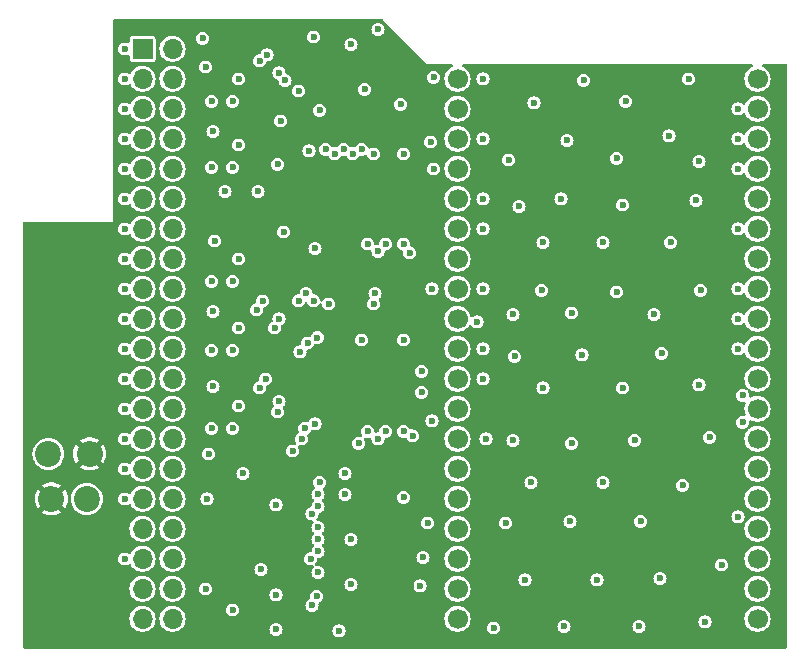
<source format=gbr>
%TF.GenerationSoftware,KiCad,Pcbnew,7.0.6*%
%TF.CreationDate,2024-03-10T08:43:15+01:00*%
%TF.ProjectId,blue_64,626c7565-5f36-4342-9e6b-696361645f70,rev?*%
%TF.SameCoordinates,Original*%
%TF.FileFunction,Copper,L2,Inr*%
%TF.FilePolarity,Positive*%
%FSLAX46Y46*%
G04 Gerber Fmt 4.6, Leading zero omitted, Abs format (unit mm)*
G04 Created by KiCad (PCBNEW 7.0.6) date 2024-03-10 08:43:15*
%MOMM*%
%LPD*%
G01*
G04 APERTURE LIST*
%TA.AperFunction,ComponentPad*%
%ADD10C,2.200000*%
%TD*%
%TA.AperFunction,ComponentPad*%
%ADD11O,2.200000X2.200000*%
%TD*%
%TA.AperFunction,ComponentPad*%
%ADD12R,1.700000X1.700000*%
%TD*%
%TA.AperFunction,ComponentPad*%
%ADD13O,1.700000X1.700000*%
%TD*%
%TA.AperFunction,ComponentPad*%
%ADD14C,1.700000*%
%TD*%
%TA.AperFunction,ViaPad*%
%ADD15C,0.600000*%
%TD*%
G04 APERTURE END LIST*
D10*
X65127000Y-88900000D03*
D11*
X62127000Y-88900000D03*
X65377000Y-85090000D03*
D10*
X61877000Y-85090000D03*
D12*
X69850000Y-50800000D03*
D13*
X72390000Y-50800000D03*
X69850000Y-53340000D03*
X72390000Y-53340000D03*
X69850000Y-55880000D03*
X72390000Y-55880000D03*
X69850000Y-58420000D03*
X72390000Y-58420000D03*
X69850000Y-60960000D03*
X72390000Y-60960000D03*
X69850000Y-63500000D03*
X72390000Y-63500000D03*
X69850000Y-66040000D03*
X72390000Y-66040000D03*
X69850000Y-68580000D03*
X72390000Y-68580000D03*
X69850000Y-71120000D03*
X72390000Y-71120000D03*
X69850000Y-73660000D03*
X72390000Y-73660000D03*
X69850000Y-76200000D03*
X72390000Y-76200000D03*
X69850000Y-78740000D03*
X72390000Y-78740000D03*
X69850000Y-81280000D03*
X72390000Y-81280000D03*
X69850000Y-83820000D03*
X72390000Y-83820000D03*
X69850000Y-86360000D03*
X72390000Y-86360000D03*
X69850000Y-88900000D03*
X72390000Y-88900000D03*
X69850000Y-91440000D03*
X72390000Y-91440000D03*
X69850000Y-93980000D03*
X72390000Y-93980000D03*
X69850000Y-96520000D03*
X72390000Y-96520000D03*
X69850000Y-99060000D03*
X72390000Y-99060000D03*
D14*
X121920000Y-86360000D03*
X121920000Y-88900000D03*
X96520000Y-53340000D03*
X121920000Y-83820000D03*
X121920000Y-76200000D03*
X96520000Y-99060000D03*
X96520000Y-83820000D03*
X96520000Y-88900000D03*
X96520000Y-81280000D03*
X121920000Y-91440000D03*
X121920000Y-81280000D03*
X121920000Y-78740000D03*
X121920000Y-73660000D03*
X121920000Y-71120000D03*
X121920000Y-66040000D03*
X121920000Y-58420000D03*
X121920000Y-55880000D03*
X96520000Y-73660000D03*
X96520000Y-76200000D03*
X96520000Y-78740000D03*
X96520000Y-68580000D03*
X96520000Y-71120000D03*
X96520000Y-63500000D03*
X96520000Y-66040000D03*
X121920000Y-99060000D03*
X96520000Y-96520000D03*
X121920000Y-96520000D03*
X121920000Y-93980000D03*
X96520000Y-91440000D03*
X96520000Y-93980000D03*
X96520000Y-55880000D03*
X96520000Y-86360000D03*
X121920000Y-53340000D03*
X121920000Y-68580000D03*
X121920000Y-63500000D03*
X121920000Y-60960000D03*
X96520000Y-60960000D03*
X96520000Y-58420000D03*
D15*
X75946000Y-67056000D03*
X111887000Y-99695000D03*
X106172000Y-73152000D03*
X68326000Y-78740000D03*
X81153000Y-99949000D03*
X75692000Y-82931000D03*
X84201000Y-90170000D03*
X75184000Y-52324000D03*
X101219000Y-73279000D03*
X84201000Y-97917000D03*
X81915000Y-53467000D03*
X108331000Y-95758000D03*
X108839000Y-87503000D03*
X117094000Y-71247000D03*
X113665000Y-95631000D03*
X79883000Y-94869000D03*
X110744000Y-55245000D03*
X94234000Y-58674000D03*
X68326000Y-81280000D03*
X114554000Y-67183000D03*
X89789000Y-67945000D03*
X98171000Y-73914000D03*
X83566000Y-82931000D03*
X79629000Y-62865000D03*
X106172000Y-84201000D03*
X93599000Y-93853000D03*
X101219000Y-83947000D03*
X75819000Y-73025000D03*
X98679000Y-71120000D03*
X120269000Y-76200000D03*
X113157000Y-73279000D03*
X93980000Y-90932000D03*
X98679000Y-63500000D03*
X75692000Y-55245000D03*
X94488000Y-53213000D03*
X116078000Y-53340000D03*
X68326000Y-50800000D03*
X107188000Y-53467000D03*
X89535000Y-71501000D03*
X107061000Y-76708000D03*
X111506000Y-83947000D03*
X77470000Y-82931000D03*
X68326000Y-76200000D03*
X94361000Y-71120000D03*
X100838000Y-60198000D03*
X77470000Y-98298000D03*
X93472000Y-78105000D03*
X98679000Y-58420000D03*
X83058000Y-54356000D03*
X77470000Y-60833000D03*
X68326000Y-93980000D03*
X68326000Y-86360000D03*
X77470000Y-70485000D03*
X91948000Y-88773000D03*
X92456000Y-68072000D03*
X77470000Y-76327000D03*
X115570000Y-87757000D03*
X84709000Y-91313000D03*
X101727000Y-64135000D03*
X81788000Y-66294000D03*
X120650000Y-82423000D03*
X84836000Y-87503000D03*
X84455000Y-67691000D03*
X110490000Y-64008000D03*
X68326000Y-53340000D03*
X102997000Y-55372000D03*
X68326000Y-73660000D03*
X77978000Y-68580000D03*
X77978000Y-53340000D03*
X112014000Y-90805000D03*
X102743000Y-87503000D03*
X75692000Y-60833000D03*
X92710000Y-83566000D03*
X87503000Y-96139000D03*
X105537000Y-99695000D03*
X75819000Y-57785000D03*
X116967000Y-60325000D03*
X80264000Y-78740000D03*
X81153000Y-97028000D03*
X88646000Y-54229000D03*
X91948000Y-59690000D03*
X103759000Y-79502000D03*
X77978000Y-58928000D03*
X84836000Y-56007000D03*
X75692000Y-70485000D03*
X86995000Y-86741000D03*
X94488000Y-60960000D03*
X113792000Y-76581000D03*
X84074000Y-93980000D03*
X120269000Y-66040000D03*
X120269000Y-58420000D03*
X75184000Y-96520000D03*
X68326000Y-55880000D03*
X105283000Y-63500000D03*
X98933000Y-83820000D03*
X86995000Y-88519000D03*
X68326000Y-68580000D03*
X101346000Y-76835000D03*
X81407000Y-73660000D03*
X93472000Y-79883000D03*
X77978000Y-81026000D03*
X86487000Y-100076000D03*
X88138000Y-84201000D03*
X110490000Y-79502000D03*
X106045000Y-90805000D03*
X120269000Y-60960000D03*
X77978000Y-74422000D03*
X89408000Y-59690000D03*
X98679000Y-76200000D03*
X91694000Y-55499000D03*
X116967000Y-79248000D03*
X75692000Y-76327000D03*
X105791000Y-58547000D03*
X94361000Y-82296000D03*
X120269000Y-71120000D03*
X98679000Y-66040000D03*
X68326000Y-60960000D03*
X93345000Y-96266000D03*
X75438000Y-85090000D03*
X81153000Y-89408000D03*
X76835000Y-62865000D03*
X83820000Y-75692000D03*
X87630000Y-59690000D03*
X84328000Y-49784000D03*
X99568000Y-99822000D03*
X74930000Y-49911000D03*
X68326000Y-66040000D03*
X68326000Y-71120000D03*
X98679000Y-78740000D03*
X86106000Y-59690000D03*
X91948000Y-75438000D03*
X80391000Y-51308000D03*
X116713000Y-63627000D03*
X118872000Y-94488000D03*
X87503000Y-50419000D03*
X109982000Y-60071000D03*
X88392000Y-75438000D03*
X68326000Y-58420000D03*
X68326000Y-88900000D03*
X75311000Y-88900000D03*
X102235000Y-95758000D03*
X80010000Y-72136000D03*
X98679000Y-53340000D03*
X120269000Y-73660000D03*
X114427000Y-58166000D03*
X81534000Y-56896000D03*
X75819000Y-79375000D03*
X120650000Y-80137000D03*
X109982000Y-71374000D03*
X82550000Y-84836000D03*
X108839000Y-67183000D03*
X68326000Y-63500000D03*
X117856000Y-83693000D03*
X81280000Y-81534000D03*
X83947000Y-59436000D03*
X120269000Y-55880000D03*
X83693000Y-71501000D03*
X103632000Y-71247000D03*
X120269000Y-90424000D03*
X84709000Y-95123000D03*
X77470000Y-55245000D03*
X103759000Y-67183000D03*
X117475000Y-99314000D03*
X89789000Y-83820000D03*
X68326000Y-83820000D03*
X78359000Y-86741000D03*
X87503000Y-92329000D03*
X89789000Y-49149000D03*
X100584000Y-90932000D03*
X81280000Y-60579000D03*
X90297000Y-99060000D03*
X91313000Y-98044000D03*
X82296000Y-62865000D03*
X82296000Y-78740000D03*
X88011000Y-94107000D03*
X91313000Y-100076000D03*
X88011000Y-90297000D03*
X88011000Y-97917000D03*
X81407000Y-52832000D03*
X79756000Y-51816000D03*
X83185000Y-76454000D03*
X81026000Y-74422000D03*
X84645500Y-75247500D03*
X79502000Y-72898000D03*
X84455000Y-82550000D03*
X79756000Y-79502000D03*
X83312000Y-83820000D03*
X81407000Y-80645000D03*
X88900000Y-67310000D03*
X90424000Y-67310000D03*
X91948000Y-67310000D03*
X88900000Y-83185000D03*
X90424000Y-83185000D03*
X91948000Y-83185000D03*
X89408000Y-72390000D03*
X84709000Y-93345000D03*
X83058000Y-72136000D03*
X86868000Y-59309000D03*
X84709000Y-88519000D03*
X85598000Y-72390000D03*
X85344000Y-59309000D03*
X84709000Y-92329000D03*
X88392000Y-59309000D03*
X84328000Y-72136000D03*
X84709000Y-89535000D03*
X84582000Y-97155000D03*
%TA.AperFunction,Conductor*%
G36*
X90175114Y-48305185D02*
G01*
X90195756Y-48321819D01*
X93940941Y-52067004D01*
X93946928Y-52075963D01*
X93960483Y-52089517D01*
X93965557Y-52091619D01*
X93974927Y-52095500D01*
X93980000Y-52097601D01*
X93999177Y-52097601D01*
X94009739Y-52095500D01*
X96022645Y-52095500D01*
X96089684Y-52115185D01*
X96135439Y-52167989D01*
X96145383Y-52237147D01*
X96116358Y-52300703D01*
X96067440Y-52335126D01*
X96051202Y-52341416D01*
X96027364Y-52350651D01*
X96027357Y-52350655D01*
X95853960Y-52458017D01*
X95853958Y-52458019D01*
X95703237Y-52595418D01*
X95580327Y-52758178D01*
X95489422Y-52940739D01*
X95489417Y-52940752D01*
X95433602Y-53136917D01*
X95414785Y-53339999D01*
X95414785Y-53340000D01*
X95433602Y-53543082D01*
X95489417Y-53739247D01*
X95489422Y-53739260D01*
X95580327Y-53921821D01*
X95703237Y-54084581D01*
X95853958Y-54221980D01*
X95853960Y-54221982D01*
X95865293Y-54228999D01*
X96027363Y-54329348D01*
X96217544Y-54403024D01*
X96418024Y-54440500D01*
X96418026Y-54440500D01*
X96621974Y-54440500D01*
X96621976Y-54440500D01*
X96822456Y-54403024D01*
X97012637Y-54329348D01*
X97186041Y-54221981D01*
X97335983Y-54085291D01*
X97336762Y-54084581D01*
X97336764Y-54084579D01*
X97459673Y-53921821D01*
X97550582Y-53739250D01*
X97606397Y-53543083D01*
X97625215Y-53340000D01*
X98123750Y-53340000D01*
X98142670Y-53483708D01*
X98142671Y-53483712D01*
X98198137Y-53617622D01*
X98198138Y-53617624D01*
X98198139Y-53617625D01*
X98286379Y-53732621D01*
X98401375Y-53820861D01*
X98535291Y-53876330D01*
X98662280Y-53893048D01*
X98678999Y-53895250D01*
X98679000Y-53895250D01*
X98679001Y-53895250D01*
X98693977Y-53893278D01*
X98822709Y-53876330D01*
X98956625Y-53820861D01*
X99071621Y-53732621D01*
X99159861Y-53617625D01*
X99215330Y-53483709D01*
X99217530Y-53467000D01*
X106632750Y-53467000D01*
X106651670Y-53610708D01*
X106651671Y-53610712D01*
X106707137Y-53744622D01*
X106707138Y-53744624D01*
X106707139Y-53744625D01*
X106795379Y-53859621D01*
X106910375Y-53947861D01*
X106910376Y-53947861D01*
X106910377Y-53947862D01*
X106947839Y-53963379D01*
X107044291Y-54003330D01*
X107171280Y-54020048D01*
X107187999Y-54022250D01*
X107188000Y-54022250D01*
X107188001Y-54022250D01*
X107202977Y-54020278D01*
X107331709Y-54003330D01*
X107465625Y-53947861D01*
X107580621Y-53859621D01*
X107668861Y-53744625D01*
X107724330Y-53610709D01*
X107743250Y-53467000D01*
X107726530Y-53340000D01*
X115522750Y-53340000D01*
X115541670Y-53483708D01*
X115541671Y-53483712D01*
X115597137Y-53617622D01*
X115597138Y-53617624D01*
X115597139Y-53617625D01*
X115685379Y-53732621D01*
X115800375Y-53820861D01*
X115934291Y-53876330D01*
X116061280Y-53893048D01*
X116077999Y-53895250D01*
X116078000Y-53895250D01*
X116078001Y-53895250D01*
X116092977Y-53893278D01*
X116221709Y-53876330D01*
X116355625Y-53820861D01*
X116470621Y-53732621D01*
X116558861Y-53617625D01*
X116614330Y-53483709D01*
X116633250Y-53340000D01*
X116614330Y-53196291D01*
X116558861Y-53062375D01*
X116470621Y-52947379D01*
X116355625Y-52859139D01*
X116355624Y-52859138D01*
X116355622Y-52859137D01*
X116221712Y-52803671D01*
X116221710Y-52803670D01*
X116221709Y-52803670D01*
X116149854Y-52794210D01*
X116078001Y-52784750D01*
X116077999Y-52784750D01*
X115934291Y-52803670D01*
X115934287Y-52803671D01*
X115800377Y-52859137D01*
X115685379Y-52947379D01*
X115597137Y-53062377D01*
X115541671Y-53196287D01*
X115541670Y-53196291D01*
X115522750Y-53339999D01*
X115522750Y-53340000D01*
X107726530Y-53340000D01*
X107724330Y-53323291D01*
X107668861Y-53189375D01*
X107580621Y-53074379D01*
X107465625Y-52986139D01*
X107465624Y-52986138D01*
X107465622Y-52986137D01*
X107331712Y-52930671D01*
X107331710Y-52930670D01*
X107331709Y-52930670D01*
X107235632Y-52918021D01*
X107188001Y-52911750D01*
X107187999Y-52911750D01*
X107044291Y-52930670D01*
X107044287Y-52930671D01*
X106910377Y-52986137D01*
X106795379Y-53074379D01*
X106707137Y-53189377D01*
X106651671Y-53323287D01*
X106651670Y-53323291D01*
X106632750Y-53466999D01*
X106632750Y-53467000D01*
X99217530Y-53467000D01*
X99234250Y-53340000D01*
X99215330Y-53196291D01*
X99159861Y-53062375D01*
X99071621Y-52947379D01*
X98956625Y-52859139D01*
X98956624Y-52859138D01*
X98956622Y-52859137D01*
X98822712Y-52803671D01*
X98822710Y-52803670D01*
X98822709Y-52803670D01*
X98750854Y-52794210D01*
X98679001Y-52784750D01*
X98678999Y-52784750D01*
X98535291Y-52803670D01*
X98535287Y-52803671D01*
X98401377Y-52859137D01*
X98286379Y-52947379D01*
X98198137Y-53062377D01*
X98142671Y-53196287D01*
X98142670Y-53196291D01*
X98123750Y-53339999D01*
X98123750Y-53340000D01*
X97625215Y-53340000D01*
X97606397Y-53136917D01*
X97550582Y-52940750D01*
X97545563Y-52930671D01*
X97482918Y-52804862D01*
X97459673Y-52758179D01*
X97336764Y-52595421D01*
X97336762Y-52595418D01*
X97186041Y-52458019D01*
X97186039Y-52458017D01*
X97012642Y-52350655D01*
X97012635Y-52350651D01*
X96998587Y-52345209D01*
X96972559Y-52335126D01*
X96917160Y-52292554D01*
X96893569Y-52226787D01*
X96909280Y-52158707D01*
X96959304Y-52109928D01*
X97017355Y-52095500D01*
X121422645Y-52095500D01*
X121489684Y-52115185D01*
X121535439Y-52167989D01*
X121545383Y-52237147D01*
X121516358Y-52300703D01*
X121467440Y-52335126D01*
X121451202Y-52341416D01*
X121427364Y-52350651D01*
X121427357Y-52350655D01*
X121253960Y-52458017D01*
X121253958Y-52458019D01*
X121103237Y-52595418D01*
X120980327Y-52758178D01*
X120889422Y-52940739D01*
X120889417Y-52940752D01*
X120833602Y-53136917D01*
X120814785Y-53339999D01*
X120814785Y-53340000D01*
X120833602Y-53543082D01*
X120889417Y-53739247D01*
X120889422Y-53739260D01*
X120980327Y-53921821D01*
X121103237Y-54084581D01*
X121253958Y-54221980D01*
X121253960Y-54221982D01*
X121265293Y-54228999D01*
X121427363Y-54329348D01*
X121617544Y-54403024D01*
X121818024Y-54440500D01*
X121818026Y-54440500D01*
X122021974Y-54440500D01*
X122021976Y-54440500D01*
X122222456Y-54403024D01*
X122412637Y-54329348D01*
X122586041Y-54221981D01*
X122735983Y-54085291D01*
X122736762Y-54084581D01*
X122736764Y-54084579D01*
X122859673Y-53921821D01*
X122950582Y-53739250D01*
X123006397Y-53543083D01*
X123025215Y-53340000D01*
X123006397Y-53136917D01*
X122950582Y-52940750D01*
X122945563Y-52930671D01*
X122882918Y-52804862D01*
X122859673Y-52758179D01*
X122736764Y-52595421D01*
X122736762Y-52595418D01*
X122586041Y-52458019D01*
X122586039Y-52458017D01*
X122412642Y-52350655D01*
X122412635Y-52350651D01*
X122398587Y-52345209D01*
X122372559Y-52335126D01*
X122317160Y-52292554D01*
X122293569Y-52226787D01*
X122309280Y-52158707D01*
X122359304Y-52109928D01*
X122417355Y-52095500D01*
X124310500Y-52095500D01*
X124377539Y-52115185D01*
X124423294Y-52167989D01*
X124434500Y-52219500D01*
X124434500Y-101450500D01*
X124414815Y-101517539D01*
X124362011Y-101563294D01*
X124310500Y-101574500D01*
X59839500Y-101574500D01*
X59772461Y-101554815D01*
X59726706Y-101502011D01*
X59715500Y-101450500D01*
X59715500Y-99060000D01*
X68744785Y-99060000D01*
X68763602Y-99263082D01*
X68819417Y-99459247D01*
X68819422Y-99459260D01*
X68910327Y-99641821D01*
X69033237Y-99804581D01*
X69183958Y-99941980D01*
X69183960Y-99941982D01*
X69195293Y-99948999D01*
X69357363Y-100049348D01*
X69547544Y-100123024D01*
X69748024Y-100160500D01*
X69748026Y-100160500D01*
X69951974Y-100160500D01*
X69951976Y-100160500D01*
X70152456Y-100123024D01*
X70342637Y-100049348D01*
X70516041Y-99941981D01*
X70665983Y-99805291D01*
X70666762Y-99804581D01*
X70666764Y-99804579D01*
X70789673Y-99641821D01*
X70880582Y-99459250D01*
X70936397Y-99263083D01*
X70955215Y-99060000D01*
X71284785Y-99060000D01*
X71303602Y-99263082D01*
X71359417Y-99459247D01*
X71359422Y-99459260D01*
X71450327Y-99641821D01*
X71573237Y-99804581D01*
X71723958Y-99941980D01*
X71723960Y-99941982D01*
X71735293Y-99948999D01*
X71897363Y-100049348D01*
X72087544Y-100123024D01*
X72288024Y-100160500D01*
X72288026Y-100160500D01*
X72491974Y-100160500D01*
X72491976Y-100160500D01*
X72692456Y-100123024D01*
X72882637Y-100049348D01*
X73044705Y-99949000D01*
X80597750Y-99949000D01*
X80616670Y-100092708D01*
X80616671Y-100092712D01*
X80672137Y-100226622D01*
X80672138Y-100226624D01*
X80672139Y-100226625D01*
X80760379Y-100341621D01*
X80875375Y-100429861D01*
X81009291Y-100485330D01*
X81136280Y-100502048D01*
X81152999Y-100504250D01*
X81153000Y-100504250D01*
X81153001Y-100504250D01*
X81167977Y-100502278D01*
X81296709Y-100485330D01*
X81430625Y-100429861D01*
X81545621Y-100341621D01*
X81633861Y-100226625D01*
X81689330Y-100092709D01*
X81691530Y-100076000D01*
X85931750Y-100076000D01*
X85950670Y-100219708D01*
X85950671Y-100219712D01*
X86006137Y-100353622D01*
X86006138Y-100353624D01*
X86006139Y-100353625D01*
X86094379Y-100468621D01*
X86209375Y-100556861D01*
X86343291Y-100612330D01*
X86470280Y-100629048D01*
X86486999Y-100631250D01*
X86487000Y-100631250D01*
X86487001Y-100631250D01*
X86501977Y-100629278D01*
X86630709Y-100612330D01*
X86764625Y-100556861D01*
X86879621Y-100468621D01*
X86967861Y-100353625D01*
X87023330Y-100219709D01*
X87042250Y-100076000D01*
X87023330Y-99932291D01*
X86967861Y-99798375D01*
X86879621Y-99683379D01*
X86764625Y-99595139D01*
X86764624Y-99595138D01*
X86764622Y-99595137D01*
X86630712Y-99539671D01*
X86630710Y-99539670D01*
X86630709Y-99539670D01*
X86558854Y-99530210D01*
X86487001Y-99520750D01*
X86486999Y-99520750D01*
X86343291Y-99539670D01*
X86343287Y-99539671D01*
X86209377Y-99595137D01*
X86094379Y-99683379D01*
X86006137Y-99798377D01*
X85950671Y-99932287D01*
X85950670Y-99932291D01*
X85931750Y-100075999D01*
X85931750Y-100076000D01*
X81691530Y-100076000D01*
X81708250Y-99949000D01*
X81689330Y-99805291D01*
X81633861Y-99671375D01*
X81545621Y-99556379D01*
X81430625Y-99468139D01*
X81430624Y-99468138D01*
X81430622Y-99468137D01*
X81296712Y-99412671D01*
X81296710Y-99412670D01*
X81296709Y-99412670D01*
X81224854Y-99403210D01*
X81153001Y-99393750D01*
X81152999Y-99393750D01*
X81009291Y-99412670D01*
X81009287Y-99412671D01*
X80875377Y-99468137D01*
X80760379Y-99556379D01*
X80672137Y-99671377D01*
X80616671Y-99805287D01*
X80616670Y-99805291D01*
X80597750Y-99948999D01*
X80597750Y-99949000D01*
X73044705Y-99949000D01*
X73056041Y-99941981D01*
X73205983Y-99805291D01*
X73206762Y-99804581D01*
X73206764Y-99804579D01*
X73329673Y-99641821D01*
X73420582Y-99459250D01*
X73476397Y-99263083D01*
X73495215Y-99060000D01*
X95414785Y-99060000D01*
X95433602Y-99263082D01*
X95489417Y-99459247D01*
X95489422Y-99459260D01*
X95580327Y-99641821D01*
X95703237Y-99804581D01*
X95853958Y-99941980D01*
X95853960Y-99941982D01*
X95865293Y-99948999D01*
X96027363Y-100049348D01*
X96217544Y-100123024D01*
X96418024Y-100160500D01*
X96418026Y-100160500D01*
X96621974Y-100160500D01*
X96621976Y-100160500D01*
X96822456Y-100123024D01*
X97012637Y-100049348D01*
X97186041Y-99941981D01*
X97317654Y-99822000D01*
X99012750Y-99822000D01*
X99031670Y-99965708D01*
X99031671Y-99965712D01*
X99087137Y-100099622D01*
X99087138Y-100099624D01*
X99087139Y-100099625D01*
X99175379Y-100214621D01*
X99290375Y-100302861D01*
X99424291Y-100358330D01*
X99551280Y-100375048D01*
X99567999Y-100377250D01*
X99568000Y-100377250D01*
X99568001Y-100377250D01*
X99582977Y-100375278D01*
X99711709Y-100358330D01*
X99845625Y-100302861D01*
X99960621Y-100214621D01*
X100048861Y-100099625D01*
X100104330Y-99965709D01*
X100123250Y-99822000D01*
X100106530Y-99695000D01*
X104981750Y-99695000D01*
X105000670Y-99838708D01*
X105000671Y-99838712D01*
X105056137Y-99972622D01*
X105056138Y-99972624D01*
X105056139Y-99972625D01*
X105144379Y-100087621D01*
X105259375Y-100175861D01*
X105393291Y-100231330D01*
X105520280Y-100248048D01*
X105536999Y-100250250D01*
X105537000Y-100250250D01*
X105537001Y-100250250D01*
X105551977Y-100248278D01*
X105680709Y-100231330D01*
X105814625Y-100175861D01*
X105929621Y-100087621D01*
X106017861Y-99972625D01*
X106073330Y-99838709D01*
X106092250Y-99695000D01*
X111331750Y-99695000D01*
X111350670Y-99838708D01*
X111350671Y-99838712D01*
X111406137Y-99972622D01*
X111406138Y-99972624D01*
X111406139Y-99972625D01*
X111494379Y-100087621D01*
X111609375Y-100175861D01*
X111743291Y-100231330D01*
X111870280Y-100248048D01*
X111886999Y-100250250D01*
X111887000Y-100250250D01*
X111887001Y-100250250D01*
X111901977Y-100248278D01*
X112030709Y-100231330D01*
X112164625Y-100175861D01*
X112279621Y-100087621D01*
X112367861Y-99972625D01*
X112423330Y-99838709D01*
X112442250Y-99695000D01*
X112423330Y-99551291D01*
X112367861Y-99417375D01*
X112288538Y-99314000D01*
X116919750Y-99314000D01*
X116930249Y-99393750D01*
X116938670Y-99457708D01*
X116938671Y-99457712D01*
X116994137Y-99591622D01*
X116994138Y-99591624D01*
X116994139Y-99591625D01*
X117082379Y-99706621D01*
X117197375Y-99794861D01*
X117197376Y-99794861D01*
X117197377Y-99794862D01*
X117242013Y-99813350D01*
X117331291Y-99850330D01*
X117458280Y-99867048D01*
X117474999Y-99869250D01*
X117475000Y-99869250D01*
X117475001Y-99869250D01*
X117489977Y-99867278D01*
X117618709Y-99850330D01*
X117752625Y-99794861D01*
X117867621Y-99706621D01*
X117955861Y-99591625D01*
X118011330Y-99457709D01*
X118030250Y-99314000D01*
X118011330Y-99170291D01*
X117965647Y-99060000D01*
X120814785Y-99060000D01*
X120833602Y-99263082D01*
X120889417Y-99459247D01*
X120889422Y-99459260D01*
X120980327Y-99641821D01*
X121103237Y-99804581D01*
X121253958Y-99941980D01*
X121253960Y-99941982D01*
X121265293Y-99948999D01*
X121427363Y-100049348D01*
X121617544Y-100123024D01*
X121818024Y-100160500D01*
X121818026Y-100160500D01*
X122021974Y-100160500D01*
X122021976Y-100160500D01*
X122222456Y-100123024D01*
X122412637Y-100049348D01*
X122586041Y-99941981D01*
X122735983Y-99805291D01*
X122736762Y-99804581D01*
X122736764Y-99804579D01*
X122859673Y-99641821D01*
X122950582Y-99459250D01*
X123006397Y-99263083D01*
X123025215Y-99060000D01*
X123006397Y-98856917D01*
X122950582Y-98660750D01*
X122859673Y-98478179D01*
X122736764Y-98315421D01*
X122736762Y-98315418D01*
X122586041Y-98178019D01*
X122586039Y-98178017D01*
X122412642Y-98070655D01*
X122412635Y-98070651D01*
X122282856Y-98020375D01*
X122222456Y-97996976D01*
X122021976Y-97959500D01*
X121818024Y-97959500D01*
X121617544Y-97996976D01*
X121617541Y-97996976D01*
X121617541Y-97996977D01*
X121427364Y-98070651D01*
X121427357Y-98070655D01*
X121253960Y-98178017D01*
X121253958Y-98178019D01*
X121103237Y-98315418D01*
X120980327Y-98478178D01*
X120889422Y-98660739D01*
X120889417Y-98660752D01*
X120833602Y-98856917D01*
X120814785Y-99059999D01*
X120814785Y-99060000D01*
X117965647Y-99060000D01*
X117955861Y-99036375D01*
X117867621Y-98921379D01*
X117752625Y-98833139D01*
X117752624Y-98833138D01*
X117752622Y-98833137D01*
X117618712Y-98777671D01*
X117618710Y-98777670D01*
X117618709Y-98777670D01*
X117546854Y-98768210D01*
X117475001Y-98758750D01*
X117474999Y-98758750D01*
X117331291Y-98777670D01*
X117331287Y-98777671D01*
X117197377Y-98833137D01*
X117082379Y-98921379D01*
X116994137Y-99036377D01*
X116938671Y-99170287D01*
X116938670Y-99170291D01*
X116919750Y-99314000D01*
X112288538Y-99314000D01*
X112279621Y-99302379D01*
X112164625Y-99214139D01*
X112164624Y-99214138D01*
X112164622Y-99214137D01*
X112030712Y-99158671D01*
X112030710Y-99158670D01*
X112030709Y-99158670D01*
X111958854Y-99149210D01*
X111887001Y-99139750D01*
X111886999Y-99139750D01*
X111743291Y-99158670D01*
X111743287Y-99158671D01*
X111609377Y-99214137D01*
X111494379Y-99302379D01*
X111406137Y-99417377D01*
X111350671Y-99551287D01*
X111350670Y-99551291D01*
X111331750Y-99694999D01*
X111331750Y-99695000D01*
X106092250Y-99695000D01*
X106073330Y-99551291D01*
X106017861Y-99417375D01*
X105929621Y-99302379D01*
X105814625Y-99214139D01*
X105814624Y-99214138D01*
X105814622Y-99214137D01*
X105680712Y-99158671D01*
X105680710Y-99158670D01*
X105680709Y-99158670D01*
X105608854Y-99149210D01*
X105537001Y-99139750D01*
X105536999Y-99139750D01*
X105393291Y-99158670D01*
X105393287Y-99158671D01*
X105259377Y-99214137D01*
X105144379Y-99302379D01*
X105056137Y-99417377D01*
X105000671Y-99551287D01*
X105000670Y-99551291D01*
X104981750Y-99694999D01*
X104981750Y-99695000D01*
X100106530Y-99695000D01*
X100104330Y-99678291D01*
X100048861Y-99544375D01*
X99960621Y-99429379D01*
X99845625Y-99341139D01*
X99845624Y-99341138D01*
X99845622Y-99341137D01*
X99711712Y-99285671D01*
X99711710Y-99285670D01*
X99711709Y-99285670D01*
X99639854Y-99276210D01*
X99568001Y-99266750D01*
X99567999Y-99266750D01*
X99424291Y-99285670D01*
X99424287Y-99285671D01*
X99290377Y-99341137D01*
X99175379Y-99429379D01*
X99087137Y-99544377D01*
X99031671Y-99678287D01*
X99031670Y-99678291D01*
X99012750Y-99821999D01*
X99012750Y-99822000D01*
X97317654Y-99822000D01*
X97335983Y-99805291D01*
X97336762Y-99804581D01*
X97336764Y-99804579D01*
X97459673Y-99641821D01*
X97550582Y-99459250D01*
X97606397Y-99263083D01*
X97625215Y-99060000D01*
X97606397Y-98856917D01*
X97550582Y-98660750D01*
X97459673Y-98478179D01*
X97336764Y-98315421D01*
X97336762Y-98315418D01*
X97186041Y-98178019D01*
X97186039Y-98178017D01*
X97012642Y-98070655D01*
X97012635Y-98070651D01*
X96882856Y-98020375D01*
X96822456Y-97996976D01*
X96621976Y-97959500D01*
X96418024Y-97959500D01*
X96217544Y-97996976D01*
X96217541Y-97996976D01*
X96217541Y-97996977D01*
X96027364Y-98070651D01*
X96027357Y-98070655D01*
X95853960Y-98178017D01*
X95853958Y-98178019D01*
X95703237Y-98315418D01*
X95580327Y-98478178D01*
X95489422Y-98660739D01*
X95489417Y-98660752D01*
X95433602Y-98856917D01*
X95414785Y-99059999D01*
X95414785Y-99060000D01*
X73495215Y-99060000D01*
X73476397Y-98856917D01*
X73420582Y-98660750D01*
X73329673Y-98478179D01*
X73206764Y-98315421D01*
X73206762Y-98315418D01*
X73187655Y-98298000D01*
X76914750Y-98298000D01*
X76933670Y-98441708D01*
X76933671Y-98441712D01*
X76989137Y-98575622D01*
X76989138Y-98575624D01*
X76989139Y-98575625D01*
X77077379Y-98690621D01*
X77192375Y-98778861D01*
X77326291Y-98834330D01*
X77453280Y-98851048D01*
X77469999Y-98853250D01*
X77470000Y-98853250D01*
X77470001Y-98853250D01*
X77484977Y-98851278D01*
X77613709Y-98834330D01*
X77747625Y-98778861D01*
X77862621Y-98690621D01*
X77950861Y-98575625D01*
X78006330Y-98441709D01*
X78025250Y-98298000D01*
X78006330Y-98154291D01*
X77950861Y-98020375D01*
X77871538Y-97917000D01*
X83645750Y-97917000D01*
X83664670Y-98060708D01*
X83664671Y-98060712D01*
X83720137Y-98194622D01*
X83720138Y-98194624D01*
X83720139Y-98194625D01*
X83808379Y-98309621D01*
X83923375Y-98397861D01*
X84057291Y-98453330D01*
X84184280Y-98470048D01*
X84200999Y-98472250D01*
X84201000Y-98472250D01*
X84201001Y-98472250D01*
X84215977Y-98470278D01*
X84344709Y-98453330D01*
X84478625Y-98397861D01*
X84593621Y-98309621D01*
X84681861Y-98194625D01*
X84737330Y-98060709D01*
X84756250Y-97917000D01*
X84738916Y-97785338D01*
X84749681Y-97716303D01*
X84796061Y-97664047D01*
X84814395Y-97654595D01*
X84859625Y-97635861D01*
X84974621Y-97547621D01*
X85062861Y-97432625D01*
X85118330Y-97298709D01*
X85137250Y-97155000D01*
X85118330Y-97011291D01*
X85062861Y-96877375D01*
X84974621Y-96762379D01*
X84859625Y-96674139D01*
X84859624Y-96674138D01*
X84859622Y-96674137D01*
X84725712Y-96618671D01*
X84725710Y-96618670D01*
X84725709Y-96618670D01*
X84653854Y-96609210D01*
X84582001Y-96599750D01*
X84581999Y-96599750D01*
X84438291Y-96618670D01*
X84438287Y-96618671D01*
X84304377Y-96674137D01*
X84189379Y-96762379D01*
X84101137Y-96877377D01*
X84045671Y-97011287D01*
X84045670Y-97011291D01*
X84026750Y-97154999D01*
X84026750Y-97155002D01*
X84044083Y-97286661D01*
X84033317Y-97355696D01*
X83986937Y-97407952D01*
X83968598Y-97417407D01*
X83923375Y-97436139D01*
X83808379Y-97524379D01*
X83720137Y-97639377D01*
X83664671Y-97773287D01*
X83664670Y-97773291D01*
X83645750Y-97916999D01*
X83645750Y-97917000D01*
X77871538Y-97917000D01*
X77862621Y-97905379D01*
X77747625Y-97817139D01*
X77747624Y-97817138D01*
X77747622Y-97817137D01*
X77613712Y-97761671D01*
X77613710Y-97761670D01*
X77613709Y-97761670D01*
X77541854Y-97752210D01*
X77470001Y-97742750D01*
X77469999Y-97742750D01*
X77326291Y-97761670D01*
X77326287Y-97761671D01*
X77192377Y-97817137D01*
X77077379Y-97905379D01*
X76989137Y-98020377D01*
X76933671Y-98154287D01*
X76933670Y-98154291D01*
X76914750Y-98297999D01*
X76914750Y-98298000D01*
X73187655Y-98298000D01*
X73056041Y-98178019D01*
X73056039Y-98178017D01*
X72882642Y-98070655D01*
X72882635Y-98070651D01*
X72752856Y-98020375D01*
X72692456Y-97996976D01*
X72491976Y-97959500D01*
X72288024Y-97959500D01*
X72087544Y-97996976D01*
X72087541Y-97996976D01*
X72087541Y-97996977D01*
X71897364Y-98070651D01*
X71897357Y-98070655D01*
X71723960Y-98178017D01*
X71723958Y-98178019D01*
X71573237Y-98315418D01*
X71450327Y-98478178D01*
X71359422Y-98660739D01*
X71359417Y-98660752D01*
X71303602Y-98856917D01*
X71284785Y-99059999D01*
X71284785Y-99060000D01*
X70955215Y-99060000D01*
X70936397Y-98856917D01*
X70880582Y-98660750D01*
X70789673Y-98478179D01*
X70666764Y-98315421D01*
X70666762Y-98315418D01*
X70516041Y-98178019D01*
X70516039Y-98178017D01*
X70342642Y-98070655D01*
X70342635Y-98070651D01*
X70212856Y-98020375D01*
X70152456Y-97996976D01*
X69951976Y-97959500D01*
X69748024Y-97959500D01*
X69547544Y-97996976D01*
X69547541Y-97996976D01*
X69547541Y-97996977D01*
X69357364Y-98070651D01*
X69357357Y-98070655D01*
X69183960Y-98178017D01*
X69183958Y-98178019D01*
X69033237Y-98315418D01*
X68910327Y-98478178D01*
X68819422Y-98660739D01*
X68819417Y-98660752D01*
X68763602Y-98856917D01*
X68744785Y-99059999D01*
X68744785Y-99060000D01*
X59715500Y-99060000D01*
X59715500Y-96520000D01*
X68744785Y-96520000D01*
X68763602Y-96723082D01*
X68819417Y-96919247D01*
X68819422Y-96919260D01*
X68910327Y-97101821D01*
X69033237Y-97264581D01*
X69183958Y-97401980D01*
X69183960Y-97401982D01*
X69233446Y-97432622D01*
X69357363Y-97509348D01*
X69547544Y-97583024D01*
X69748024Y-97620500D01*
X69748026Y-97620500D01*
X69951974Y-97620500D01*
X69951976Y-97620500D01*
X70152456Y-97583024D01*
X70342637Y-97509348D01*
X70516041Y-97401981D01*
X70666764Y-97264579D01*
X70789673Y-97101821D01*
X70880582Y-96919250D01*
X70936397Y-96723083D01*
X70955215Y-96520000D01*
X71284785Y-96520000D01*
X71303602Y-96723082D01*
X71359417Y-96919247D01*
X71359422Y-96919260D01*
X71450327Y-97101821D01*
X71573237Y-97264581D01*
X71723958Y-97401980D01*
X71723960Y-97401982D01*
X71773446Y-97432622D01*
X71897363Y-97509348D01*
X72087544Y-97583024D01*
X72288024Y-97620500D01*
X72288026Y-97620500D01*
X72491974Y-97620500D01*
X72491976Y-97620500D01*
X72692456Y-97583024D01*
X72882637Y-97509348D01*
X73056041Y-97401981D01*
X73206764Y-97264579D01*
X73329673Y-97101821D01*
X73420582Y-96919250D01*
X73476397Y-96723083D01*
X73495215Y-96520000D01*
X74628750Y-96520000D01*
X74639249Y-96599750D01*
X74647670Y-96663708D01*
X74647671Y-96663712D01*
X74703137Y-96797622D01*
X74703138Y-96797624D01*
X74703139Y-96797625D01*
X74791379Y-96912621D01*
X74906375Y-97000861D01*
X74906376Y-97000861D01*
X74906377Y-97000862D01*
X74951013Y-97019350D01*
X75040291Y-97056330D01*
X75167280Y-97073048D01*
X75183999Y-97075250D01*
X75184000Y-97075250D01*
X75184001Y-97075250D01*
X75198977Y-97073278D01*
X75327709Y-97056330D01*
X75396105Y-97028000D01*
X80597750Y-97028000D01*
X80614470Y-97155002D01*
X80616670Y-97171708D01*
X80616671Y-97171712D01*
X80672137Y-97305622D01*
X80672138Y-97305624D01*
X80672139Y-97305625D01*
X80760379Y-97420621D01*
X80875375Y-97508861D01*
X80875376Y-97508861D01*
X80875377Y-97508862D01*
X80912839Y-97524379D01*
X81009291Y-97564330D01*
X81136280Y-97581048D01*
X81152999Y-97583250D01*
X81153000Y-97583250D01*
X81153001Y-97583250D01*
X81167977Y-97581278D01*
X81296709Y-97564330D01*
X81430625Y-97508861D01*
X81545621Y-97420621D01*
X81633861Y-97305625D01*
X81689330Y-97171709D01*
X81708250Y-97028000D01*
X81689330Y-96884291D01*
X81633861Y-96750375D01*
X81545621Y-96635379D01*
X81430625Y-96547139D01*
X81430624Y-96547138D01*
X81430622Y-96547137D01*
X81296712Y-96491671D01*
X81296710Y-96491670D01*
X81296709Y-96491670D01*
X81224854Y-96482210D01*
X81153001Y-96472750D01*
X81152999Y-96472750D01*
X81009291Y-96491670D01*
X81009287Y-96491671D01*
X80875377Y-96547137D01*
X80760379Y-96635379D01*
X80672137Y-96750377D01*
X80616671Y-96884287D01*
X80616670Y-96884291D01*
X80597750Y-97028000D01*
X75396105Y-97028000D01*
X75461625Y-97000861D01*
X75576621Y-96912621D01*
X75664861Y-96797625D01*
X75720330Y-96663709D01*
X75739250Y-96520000D01*
X75720330Y-96376291D01*
X75664861Y-96242375D01*
X75585538Y-96139000D01*
X86947750Y-96139000D01*
X86966670Y-96282708D01*
X86966671Y-96282712D01*
X87022137Y-96416622D01*
X87022138Y-96416624D01*
X87022139Y-96416625D01*
X87110379Y-96531621D01*
X87225375Y-96619861D01*
X87359291Y-96675330D01*
X87486280Y-96692048D01*
X87502999Y-96694250D01*
X87503000Y-96694250D01*
X87503001Y-96694250D01*
X87517977Y-96692278D01*
X87646709Y-96675330D01*
X87780625Y-96619861D01*
X87895621Y-96531621D01*
X87983861Y-96416625D01*
X88039330Y-96282709D01*
X88041530Y-96266000D01*
X92789750Y-96266000D01*
X92796453Y-96316917D01*
X92808670Y-96409708D01*
X92808671Y-96409712D01*
X92864137Y-96543622D01*
X92864138Y-96543624D01*
X92864139Y-96543625D01*
X92952379Y-96658621D01*
X93067375Y-96746861D01*
X93067376Y-96746861D01*
X93067377Y-96746862D01*
X93104839Y-96762379D01*
X93201291Y-96802330D01*
X93328280Y-96819048D01*
X93344999Y-96821250D01*
X93345000Y-96821250D01*
X93345001Y-96821250D01*
X93359977Y-96819278D01*
X93488709Y-96802330D01*
X93622625Y-96746861D01*
X93737621Y-96658621D01*
X93825861Y-96543625D01*
X93835647Y-96520000D01*
X95414785Y-96520000D01*
X95433602Y-96723082D01*
X95489417Y-96919247D01*
X95489422Y-96919260D01*
X95580327Y-97101821D01*
X95703237Y-97264581D01*
X95853958Y-97401980D01*
X95853960Y-97401982D01*
X95903446Y-97432622D01*
X96027363Y-97509348D01*
X96217544Y-97583024D01*
X96418024Y-97620500D01*
X96418026Y-97620500D01*
X96621974Y-97620500D01*
X96621976Y-97620500D01*
X96822456Y-97583024D01*
X97012637Y-97509348D01*
X97186041Y-97401981D01*
X97336764Y-97264579D01*
X97459673Y-97101821D01*
X97550582Y-96919250D01*
X97606397Y-96723083D01*
X97625215Y-96520000D01*
X120814785Y-96520000D01*
X120833602Y-96723082D01*
X120889417Y-96919247D01*
X120889422Y-96919260D01*
X120980327Y-97101821D01*
X121103237Y-97264581D01*
X121253958Y-97401980D01*
X121253960Y-97401982D01*
X121303446Y-97432622D01*
X121427363Y-97509348D01*
X121617544Y-97583024D01*
X121818024Y-97620500D01*
X121818026Y-97620500D01*
X122021974Y-97620500D01*
X122021976Y-97620500D01*
X122222456Y-97583024D01*
X122412637Y-97509348D01*
X122586041Y-97401981D01*
X122736764Y-97264579D01*
X122859673Y-97101821D01*
X122950582Y-96919250D01*
X123006397Y-96723083D01*
X123025215Y-96520000D01*
X123006397Y-96316917D01*
X122950582Y-96120750D01*
X122946156Y-96111862D01*
X122882325Y-95983671D01*
X122859673Y-95938179D01*
X122736764Y-95775421D01*
X122736762Y-95775418D01*
X122586041Y-95638019D01*
X122586039Y-95638017D01*
X122412642Y-95530655D01*
X122412635Y-95530651D01*
X122317546Y-95493814D01*
X122222456Y-95456976D01*
X122021976Y-95419500D01*
X121818024Y-95419500D01*
X121617544Y-95456976D01*
X121617541Y-95456976D01*
X121617541Y-95456977D01*
X121427364Y-95530651D01*
X121427357Y-95530655D01*
X121253960Y-95638017D01*
X121253958Y-95638019D01*
X121103237Y-95775418D01*
X120980327Y-95938178D01*
X120889422Y-96120739D01*
X120889417Y-96120752D01*
X120833602Y-96316917D01*
X120814785Y-96519999D01*
X120814785Y-96520000D01*
X97625215Y-96520000D01*
X97606397Y-96316917D01*
X97550582Y-96120750D01*
X97546156Y-96111862D01*
X97482325Y-95983671D01*
X97459673Y-95938179D01*
X97336764Y-95775421D01*
X97336762Y-95775418D01*
X97317655Y-95758000D01*
X101679750Y-95758000D01*
X101698670Y-95901708D01*
X101698671Y-95901712D01*
X101754137Y-96035622D01*
X101754138Y-96035624D01*
X101754139Y-96035625D01*
X101842379Y-96150621D01*
X101957375Y-96238861D01*
X101957376Y-96238861D01*
X101957377Y-96238862D01*
X102002013Y-96257350D01*
X102091291Y-96294330D01*
X102218280Y-96311048D01*
X102234999Y-96313250D01*
X102235000Y-96313250D01*
X102235001Y-96313250D01*
X102249977Y-96311278D01*
X102378709Y-96294330D01*
X102512625Y-96238861D01*
X102627621Y-96150621D01*
X102715861Y-96035625D01*
X102771330Y-95901709D01*
X102790250Y-95758000D01*
X107775750Y-95758000D01*
X107794670Y-95901708D01*
X107794671Y-95901712D01*
X107850137Y-96035622D01*
X107850138Y-96035624D01*
X107850139Y-96035625D01*
X107938379Y-96150621D01*
X108053375Y-96238861D01*
X108053376Y-96238861D01*
X108053377Y-96238862D01*
X108098013Y-96257350D01*
X108187291Y-96294330D01*
X108314280Y-96311048D01*
X108330999Y-96313250D01*
X108331000Y-96313250D01*
X108331001Y-96313250D01*
X108345977Y-96311278D01*
X108474709Y-96294330D01*
X108608625Y-96238861D01*
X108723621Y-96150621D01*
X108811861Y-96035625D01*
X108867330Y-95901709D01*
X108886250Y-95758000D01*
X108869530Y-95631000D01*
X113109750Y-95631000D01*
X113120249Y-95710750D01*
X113128670Y-95774708D01*
X113128671Y-95774712D01*
X113184137Y-95908622D01*
X113184138Y-95908624D01*
X113184139Y-95908625D01*
X113272379Y-96023621D01*
X113387375Y-96111861D01*
X113387376Y-96111861D01*
X113387377Y-96111862D01*
X113424839Y-96127379D01*
X113521291Y-96167330D01*
X113648280Y-96184048D01*
X113664999Y-96186250D01*
X113665000Y-96186250D01*
X113665001Y-96186250D01*
X113679977Y-96184278D01*
X113808709Y-96167330D01*
X113942625Y-96111861D01*
X114057621Y-96023621D01*
X114145861Y-95908625D01*
X114201330Y-95774709D01*
X114220250Y-95631000D01*
X114201330Y-95487291D01*
X114145861Y-95353375D01*
X114057621Y-95238379D01*
X113942625Y-95150139D01*
X113942624Y-95150138D01*
X113942622Y-95150137D01*
X113808712Y-95094671D01*
X113808710Y-95094670D01*
X113808709Y-95094670D01*
X113736854Y-95085210D01*
X113665001Y-95075750D01*
X113664999Y-95075750D01*
X113521291Y-95094670D01*
X113521287Y-95094671D01*
X113387377Y-95150137D01*
X113272379Y-95238379D01*
X113184137Y-95353377D01*
X113128671Y-95487287D01*
X113128670Y-95487291D01*
X113109750Y-95631000D01*
X108869530Y-95631000D01*
X108867330Y-95614291D01*
X108811861Y-95480375D01*
X108723621Y-95365379D01*
X108608625Y-95277139D01*
X108608624Y-95277138D01*
X108608622Y-95277137D01*
X108474712Y-95221671D01*
X108474710Y-95221670D01*
X108474709Y-95221670D01*
X108402854Y-95212210D01*
X108331001Y-95202750D01*
X108330999Y-95202750D01*
X108187291Y-95221670D01*
X108187287Y-95221671D01*
X108053377Y-95277137D01*
X107938379Y-95365379D01*
X107850137Y-95480377D01*
X107794671Y-95614287D01*
X107794670Y-95614291D01*
X107775750Y-95757999D01*
X107775750Y-95758000D01*
X102790250Y-95758000D01*
X102771330Y-95614291D01*
X102715861Y-95480375D01*
X102627621Y-95365379D01*
X102512625Y-95277139D01*
X102512624Y-95277138D01*
X102512622Y-95277137D01*
X102378712Y-95221671D01*
X102378710Y-95221670D01*
X102378709Y-95221670D01*
X102306854Y-95212210D01*
X102235001Y-95202750D01*
X102234999Y-95202750D01*
X102091291Y-95221670D01*
X102091287Y-95221671D01*
X101957377Y-95277137D01*
X101842379Y-95365379D01*
X101754137Y-95480377D01*
X101698671Y-95614287D01*
X101698670Y-95614291D01*
X101679750Y-95757999D01*
X101679750Y-95758000D01*
X97317655Y-95758000D01*
X97186041Y-95638019D01*
X97186039Y-95638017D01*
X97012642Y-95530655D01*
X97012635Y-95530651D01*
X96917546Y-95493814D01*
X96822456Y-95456976D01*
X96621976Y-95419500D01*
X96418024Y-95419500D01*
X96217544Y-95456976D01*
X96217541Y-95456976D01*
X96217541Y-95456977D01*
X96027364Y-95530651D01*
X96027357Y-95530655D01*
X95853960Y-95638017D01*
X95853958Y-95638019D01*
X95703237Y-95775418D01*
X95580327Y-95938178D01*
X95489422Y-96120739D01*
X95489417Y-96120752D01*
X95433602Y-96316917D01*
X95414785Y-96519999D01*
X95414785Y-96520000D01*
X93835647Y-96520000D01*
X93881330Y-96409709D01*
X93900250Y-96266000D01*
X93881330Y-96122291D01*
X93825861Y-95988375D01*
X93737621Y-95873379D01*
X93622625Y-95785139D01*
X93622624Y-95785138D01*
X93622622Y-95785137D01*
X93488712Y-95729671D01*
X93488710Y-95729670D01*
X93488709Y-95729670D01*
X93416854Y-95720210D01*
X93345001Y-95710750D01*
X93344999Y-95710750D01*
X93201291Y-95729670D01*
X93201287Y-95729671D01*
X93067377Y-95785137D01*
X92952379Y-95873379D01*
X92864137Y-95988377D01*
X92808671Y-96122287D01*
X92808670Y-96122291D01*
X92802741Y-96167329D01*
X92789750Y-96266000D01*
X88041530Y-96266000D01*
X88058250Y-96139000D01*
X88039330Y-95995291D01*
X87983861Y-95861375D01*
X87895621Y-95746379D01*
X87780625Y-95658139D01*
X87780624Y-95658138D01*
X87780622Y-95658137D01*
X87646712Y-95602671D01*
X87646710Y-95602670D01*
X87646709Y-95602670D01*
X87574854Y-95593210D01*
X87503001Y-95583750D01*
X87502999Y-95583750D01*
X87359291Y-95602670D01*
X87359287Y-95602671D01*
X87225377Y-95658137D01*
X87110379Y-95746379D01*
X87022137Y-95861377D01*
X86966671Y-95995287D01*
X86966670Y-95995291D01*
X86947750Y-96138999D01*
X86947750Y-96139000D01*
X75585538Y-96139000D01*
X75576621Y-96127379D01*
X75461625Y-96039139D01*
X75461624Y-96039138D01*
X75461622Y-96039137D01*
X75327712Y-95983671D01*
X75327710Y-95983670D01*
X75327709Y-95983670D01*
X75255854Y-95974210D01*
X75184001Y-95964750D01*
X75183999Y-95964750D01*
X75040291Y-95983670D01*
X75040287Y-95983671D01*
X74906377Y-96039137D01*
X74791379Y-96127379D01*
X74703137Y-96242377D01*
X74647671Y-96376287D01*
X74647670Y-96376291D01*
X74628750Y-96520000D01*
X73495215Y-96520000D01*
X73476397Y-96316917D01*
X73420582Y-96120750D01*
X73416156Y-96111862D01*
X73352325Y-95983671D01*
X73329673Y-95938179D01*
X73206764Y-95775421D01*
X73206762Y-95775418D01*
X73056041Y-95638019D01*
X73056039Y-95638017D01*
X72882642Y-95530655D01*
X72882635Y-95530651D01*
X72787546Y-95493814D01*
X72692456Y-95456976D01*
X72491976Y-95419500D01*
X72288024Y-95419500D01*
X72087544Y-95456976D01*
X72087541Y-95456976D01*
X72087541Y-95456977D01*
X71897364Y-95530651D01*
X71897357Y-95530655D01*
X71723960Y-95638017D01*
X71723958Y-95638019D01*
X71573237Y-95775418D01*
X71450327Y-95938178D01*
X71359422Y-96120739D01*
X71359417Y-96120752D01*
X71303602Y-96316917D01*
X71284785Y-96519999D01*
X71284785Y-96520000D01*
X70955215Y-96520000D01*
X70936397Y-96316917D01*
X70880582Y-96120750D01*
X70876156Y-96111862D01*
X70812325Y-95983671D01*
X70789673Y-95938179D01*
X70666764Y-95775421D01*
X70666762Y-95775418D01*
X70516041Y-95638019D01*
X70516039Y-95638017D01*
X70342642Y-95530655D01*
X70342635Y-95530651D01*
X70247546Y-95493814D01*
X70152456Y-95456976D01*
X69951976Y-95419500D01*
X69748024Y-95419500D01*
X69547544Y-95456976D01*
X69547541Y-95456976D01*
X69547541Y-95456977D01*
X69357364Y-95530651D01*
X69357357Y-95530655D01*
X69183960Y-95638017D01*
X69183958Y-95638019D01*
X69033237Y-95775418D01*
X68910327Y-95938178D01*
X68819422Y-96120739D01*
X68819417Y-96120752D01*
X68763602Y-96316917D01*
X68744785Y-96519999D01*
X68744785Y-96520000D01*
X59715500Y-96520000D01*
X59715500Y-93980000D01*
X67770750Y-93980000D01*
X67789670Y-94123708D01*
X67789671Y-94123712D01*
X67845137Y-94257622D01*
X67845138Y-94257624D01*
X67845139Y-94257625D01*
X67933379Y-94372621D01*
X68048375Y-94460861D01*
X68048376Y-94460861D01*
X68048377Y-94460862D01*
X68085839Y-94476379D01*
X68182291Y-94516330D01*
X68309280Y-94533048D01*
X68325999Y-94535250D01*
X68326000Y-94535250D01*
X68326001Y-94535250D01*
X68340977Y-94533278D01*
X68469709Y-94516330D01*
X68603625Y-94460861D01*
X68669763Y-94410111D01*
X68734930Y-94384918D01*
X68803375Y-94398956D01*
X68853365Y-94447770D01*
X68856248Y-94453216D01*
X68910327Y-94561821D01*
X69033237Y-94724581D01*
X69183958Y-94861980D01*
X69183960Y-94861982D01*
X69283141Y-94923392D01*
X69357363Y-94969348D01*
X69547544Y-95043024D01*
X69748024Y-95080500D01*
X69748026Y-95080500D01*
X69951974Y-95080500D01*
X69951976Y-95080500D01*
X70152456Y-95043024D01*
X70342637Y-94969348D01*
X70516041Y-94861981D01*
X70660402Y-94730379D01*
X70666762Y-94724581D01*
X70666764Y-94724579D01*
X70789673Y-94561821D01*
X70880582Y-94379250D01*
X70936397Y-94183083D01*
X70955215Y-93980000D01*
X71284785Y-93980000D01*
X71303602Y-94183082D01*
X71359417Y-94379247D01*
X71359422Y-94379260D01*
X71450327Y-94561821D01*
X71573237Y-94724581D01*
X71723958Y-94861980D01*
X71723960Y-94861982D01*
X71823141Y-94923392D01*
X71897363Y-94969348D01*
X72087544Y-95043024D01*
X72288024Y-95080500D01*
X72288026Y-95080500D01*
X72491974Y-95080500D01*
X72491976Y-95080500D01*
X72692456Y-95043024D01*
X72882637Y-94969348D01*
X73044705Y-94869000D01*
X79327750Y-94869000D01*
X79346670Y-95012708D01*
X79346671Y-95012712D01*
X79402137Y-95146622D01*
X79402138Y-95146624D01*
X79402139Y-95146625D01*
X79490379Y-95261621D01*
X79605375Y-95349861D01*
X79605376Y-95349861D01*
X79605377Y-95349862D01*
X79642839Y-95365379D01*
X79739291Y-95405330D01*
X79866280Y-95422048D01*
X79882999Y-95424250D01*
X79883000Y-95424250D01*
X79883001Y-95424250D01*
X79897977Y-95422278D01*
X80026709Y-95405330D01*
X80160625Y-95349861D01*
X80275621Y-95261621D01*
X80363861Y-95146625D01*
X80419330Y-95012709D01*
X80438250Y-94869000D01*
X80419330Y-94725291D01*
X80363861Y-94591375D01*
X80275621Y-94476379D01*
X80160625Y-94388139D01*
X80160624Y-94388138D01*
X80160622Y-94388137D01*
X80026712Y-94332671D01*
X80026710Y-94332670D01*
X80026709Y-94332670D01*
X79954854Y-94323210D01*
X79883001Y-94313750D01*
X79882999Y-94313750D01*
X79739291Y-94332670D01*
X79739287Y-94332671D01*
X79605377Y-94388137D01*
X79490379Y-94476379D01*
X79402137Y-94591377D01*
X79346671Y-94725287D01*
X79346670Y-94725291D01*
X79327750Y-94868999D01*
X79327750Y-94869000D01*
X73044705Y-94869000D01*
X73056041Y-94861981D01*
X73200402Y-94730379D01*
X73206762Y-94724581D01*
X73206764Y-94724579D01*
X73329673Y-94561821D01*
X73420582Y-94379250D01*
X73476397Y-94183083D01*
X73495215Y-93980000D01*
X83518750Y-93980000D01*
X83537670Y-94123708D01*
X83537671Y-94123712D01*
X83593137Y-94257622D01*
X83593138Y-94257624D01*
X83593139Y-94257625D01*
X83681379Y-94372621D01*
X83796375Y-94460861D01*
X83796376Y-94460861D01*
X83796377Y-94460862D01*
X83833839Y-94476379D01*
X83930291Y-94516330D01*
X84057280Y-94533048D01*
X84073999Y-94535250D01*
X84074000Y-94535250D01*
X84215676Y-94516597D01*
X84284708Y-94527362D01*
X84336964Y-94573742D01*
X84355850Y-94641010D01*
X84335370Y-94707811D01*
X84319545Y-94727212D01*
X84316385Y-94730371D01*
X84228137Y-94845377D01*
X84172671Y-94979287D01*
X84172670Y-94979291D01*
X84166741Y-95024329D01*
X84153750Y-95123000D01*
X84164249Y-95202750D01*
X84172670Y-95266708D01*
X84172671Y-95266712D01*
X84228137Y-95400622D01*
X84228138Y-95400624D01*
X84228139Y-95400625D01*
X84316379Y-95515621D01*
X84431375Y-95603861D01*
X84431376Y-95603861D01*
X84431377Y-95603862D01*
X84476013Y-95622350D01*
X84565291Y-95659330D01*
X84692280Y-95676048D01*
X84708999Y-95678250D01*
X84709000Y-95678250D01*
X84709001Y-95678250D01*
X84723977Y-95676278D01*
X84852709Y-95659330D01*
X84986625Y-95603861D01*
X85101621Y-95515621D01*
X85189861Y-95400625D01*
X85245330Y-95266709D01*
X85264250Y-95123000D01*
X85245330Y-94979291D01*
X85189861Y-94845375D01*
X85101621Y-94730379D01*
X84986625Y-94642139D01*
X84986624Y-94642138D01*
X84986622Y-94642137D01*
X84852712Y-94586671D01*
X84852710Y-94586670D01*
X84852709Y-94586670D01*
X84754513Y-94573742D01*
X84709001Y-94567750D01*
X84708999Y-94567750D01*
X84567326Y-94586402D01*
X84498290Y-94575637D01*
X84446034Y-94529257D01*
X84427149Y-94461988D01*
X84447630Y-94395187D01*
X84463464Y-94375777D01*
X84466612Y-94372627D01*
X84466621Y-94372621D01*
X84554861Y-94257625D01*
X84610330Y-94123709D01*
X84626108Y-94003860D01*
X84654374Y-93939965D01*
X84712699Y-93901494D01*
X84732856Y-93897109D01*
X84852709Y-93881330D01*
X84921105Y-93853000D01*
X93043750Y-93853000D01*
X93054249Y-93932750D01*
X93062670Y-93996708D01*
X93062671Y-93996712D01*
X93118137Y-94130622D01*
X93118138Y-94130624D01*
X93118139Y-94130625D01*
X93206379Y-94245621D01*
X93321375Y-94333861D01*
X93321376Y-94333861D01*
X93321377Y-94333862D01*
X93366013Y-94352350D01*
X93455291Y-94389330D01*
X93582280Y-94406048D01*
X93598999Y-94408250D01*
X93599000Y-94408250D01*
X93599001Y-94408250D01*
X93613977Y-94406278D01*
X93742709Y-94389330D01*
X93876625Y-94333861D01*
X93991621Y-94245621D01*
X94079861Y-94130625D01*
X94135330Y-93996709D01*
X94137530Y-93980000D01*
X95414785Y-93980000D01*
X95433602Y-94183082D01*
X95489417Y-94379247D01*
X95489422Y-94379260D01*
X95580327Y-94561821D01*
X95703237Y-94724581D01*
X95853958Y-94861980D01*
X95853960Y-94861982D01*
X95953141Y-94923392D01*
X96027363Y-94969348D01*
X96217544Y-95043024D01*
X96418024Y-95080500D01*
X96418026Y-95080500D01*
X96621974Y-95080500D01*
X96621976Y-95080500D01*
X96822456Y-95043024D01*
X97012637Y-94969348D01*
X97186041Y-94861981D01*
X97330402Y-94730379D01*
X97336762Y-94724581D01*
X97336764Y-94724579D01*
X97459673Y-94561821D01*
X97496431Y-94488000D01*
X118316750Y-94488000D01*
X118327249Y-94567750D01*
X118335670Y-94631708D01*
X118335671Y-94631712D01*
X118391137Y-94765622D01*
X118391138Y-94765624D01*
X118391139Y-94765625D01*
X118479379Y-94880621D01*
X118594375Y-94968861D01*
X118594376Y-94968861D01*
X118594377Y-94968862D01*
X118639013Y-94987350D01*
X118728291Y-95024330D01*
X118855280Y-95041048D01*
X118871999Y-95043250D01*
X118872000Y-95043250D01*
X118872001Y-95043250D01*
X118886977Y-95041278D01*
X119015709Y-95024330D01*
X119149625Y-94968861D01*
X119264621Y-94880621D01*
X119352861Y-94765625D01*
X119408330Y-94631709D01*
X119427250Y-94488000D01*
X119408330Y-94344291D01*
X119352861Y-94210375D01*
X119264621Y-94095379D01*
X119149625Y-94007139D01*
X119149624Y-94007138D01*
X119149622Y-94007137D01*
X119084106Y-93980000D01*
X120814785Y-93980000D01*
X120833602Y-94183082D01*
X120889417Y-94379247D01*
X120889422Y-94379260D01*
X120980327Y-94561821D01*
X121103237Y-94724581D01*
X121253958Y-94861980D01*
X121253960Y-94861982D01*
X121353141Y-94923392D01*
X121427363Y-94969348D01*
X121617544Y-95043024D01*
X121818024Y-95080500D01*
X121818026Y-95080500D01*
X122021974Y-95080500D01*
X122021976Y-95080500D01*
X122222456Y-95043024D01*
X122412637Y-94969348D01*
X122586041Y-94861981D01*
X122730402Y-94730379D01*
X122736762Y-94724581D01*
X122736764Y-94724579D01*
X122859673Y-94561821D01*
X122950582Y-94379250D01*
X123006397Y-94183083D01*
X123025215Y-93980000D01*
X123006397Y-93776917D01*
X122950582Y-93580750D01*
X122939264Y-93558021D01*
X122882325Y-93443671D01*
X122859673Y-93398179D01*
X122736764Y-93235421D01*
X122736762Y-93235418D01*
X122586041Y-93098019D01*
X122586039Y-93098017D01*
X122412642Y-92990655D01*
X122412635Y-92990651D01*
X122245027Y-92925720D01*
X122222456Y-92916976D01*
X122021976Y-92879500D01*
X121818024Y-92879500D01*
X121617544Y-92916976D01*
X121617541Y-92916976D01*
X121617541Y-92916977D01*
X121427364Y-92990651D01*
X121427357Y-92990655D01*
X121253960Y-93098017D01*
X121253958Y-93098019D01*
X121103237Y-93235418D01*
X120980327Y-93398178D01*
X120889422Y-93580739D01*
X120889417Y-93580752D01*
X120833602Y-93776917D01*
X120814785Y-93979999D01*
X120814785Y-93980000D01*
X119084106Y-93980000D01*
X119015712Y-93951671D01*
X119015710Y-93951670D01*
X119015709Y-93951670D01*
X118943854Y-93942210D01*
X118872001Y-93932750D01*
X118871999Y-93932750D01*
X118728291Y-93951670D01*
X118728287Y-93951671D01*
X118594377Y-94007137D01*
X118479379Y-94095379D01*
X118391137Y-94210377D01*
X118335671Y-94344287D01*
X118335670Y-94344291D01*
X118329741Y-94389329D01*
X118316750Y-94488000D01*
X97496431Y-94488000D01*
X97550582Y-94379250D01*
X97606397Y-94183083D01*
X97625215Y-93980000D01*
X97606397Y-93776917D01*
X97550582Y-93580750D01*
X97539264Y-93558021D01*
X97482325Y-93443671D01*
X97459673Y-93398179D01*
X97336764Y-93235421D01*
X97336762Y-93235418D01*
X97186041Y-93098019D01*
X97186039Y-93098017D01*
X97012642Y-92990655D01*
X97012635Y-92990651D01*
X96845027Y-92925720D01*
X96822456Y-92916976D01*
X96621976Y-92879500D01*
X96418024Y-92879500D01*
X96217544Y-92916976D01*
X96217541Y-92916976D01*
X96217541Y-92916977D01*
X96027364Y-92990651D01*
X96027357Y-92990655D01*
X95853960Y-93098017D01*
X95853958Y-93098019D01*
X95703237Y-93235418D01*
X95580327Y-93398178D01*
X95489422Y-93580739D01*
X95489417Y-93580752D01*
X95433602Y-93776917D01*
X95414785Y-93979999D01*
X95414785Y-93980000D01*
X94137530Y-93980000D01*
X94154250Y-93853000D01*
X94135330Y-93709291D01*
X94082088Y-93580752D01*
X94079862Y-93575377D01*
X94079861Y-93575376D01*
X94079861Y-93575375D01*
X93991621Y-93460379D01*
X93876625Y-93372139D01*
X93876624Y-93372138D01*
X93876622Y-93372137D01*
X93742712Y-93316671D01*
X93742710Y-93316670D01*
X93742709Y-93316670D01*
X93670854Y-93307210D01*
X93599001Y-93297750D01*
X93598999Y-93297750D01*
X93455291Y-93316670D01*
X93455287Y-93316671D01*
X93321377Y-93372137D01*
X93206379Y-93460379D01*
X93118137Y-93575377D01*
X93062671Y-93709287D01*
X93062670Y-93709291D01*
X93043750Y-93853000D01*
X84921105Y-93853000D01*
X84986625Y-93825861D01*
X85101621Y-93737621D01*
X85189861Y-93622625D01*
X85245330Y-93488709D01*
X85264250Y-93345000D01*
X85245330Y-93201291D01*
X85189861Y-93067375D01*
X85101621Y-92952379D01*
X85079459Y-92935373D01*
X85038259Y-92878948D01*
X85034104Y-92809202D01*
X85068316Y-92748281D01*
X85079450Y-92738633D01*
X85101621Y-92721621D01*
X85189861Y-92606625D01*
X85245330Y-92472709D01*
X85264250Y-92329000D01*
X86947750Y-92329000D01*
X86966670Y-92472708D01*
X86966671Y-92472712D01*
X87022137Y-92606622D01*
X87022138Y-92606624D01*
X87022139Y-92606625D01*
X87110379Y-92721621D01*
X87225375Y-92809861D01*
X87359291Y-92865330D01*
X87486280Y-92882048D01*
X87502999Y-92884250D01*
X87503000Y-92884250D01*
X87503001Y-92884250D01*
X87517977Y-92882278D01*
X87646709Y-92865330D01*
X87780625Y-92809861D01*
X87895621Y-92721621D01*
X87983861Y-92606625D01*
X88039330Y-92472709D01*
X88058250Y-92329000D01*
X88039330Y-92185291D01*
X87983861Y-92051375D01*
X87895621Y-91936379D01*
X87780625Y-91848139D01*
X87780624Y-91848138D01*
X87780622Y-91848137D01*
X87646712Y-91792671D01*
X87646710Y-91792670D01*
X87646709Y-91792670D01*
X87574854Y-91783210D01*
X87503001Y-91773750D01*
X87502999Y-91773750D01*
X87359291Y-91792670D01*
X87359287Y-91792671D01*
X87225377Y-91848137D01*
X87110379Y-91936379D01*
X87022137Y-92051377D01*
X86966671Y-92185287D01*
X86966670Y-92185291D01*
X86947750Y-92328999D01*
X86947750Y-92329000D01*
X85264250Y-92329000D01*
X85245330Y-92185291D01*
X85189861Y-92051375D01*
X85101621Y-91936379D01*
X85079459Y-91919373D01*
X85038259Y-91862948D01*
X85034104Y-91793202D01*
X85068316Y-91732281D01*
X85079450Y-91722633D01*
X85101621Y-91705621D01*
X85189861Y-91590625D01*
X85245330Y-91456709D01*
X85264250Y-91313000D01*
X85245330Y-91169291D01*
X85192088Y-91040752D01*
X85189862Y-91035377D01*
X85189861Y-91035376D01*
X85189861Y-91035375D01*
X85110538Y-90932000D01*
X93424750Y-90932000D01*
X93439067Y-91040750D01*
X93443670Y-91075708D01*
X93443671Y-91075712D01*
X93499137Y-91209622D01*
X93499138Y-91209624D01*
X93499139Y-91209625D01*
X93587379Y-91324621D01*
X93702375Y-91412861D01*
X93836291Y-91468330D01*
X93963280Y-91485048D01*
X93979999Y-91487250D01*
X93980000Y-91487250D01*
X93980001Y-91487250D01*
X93994977Y-91485278D01*
X94123709Y-91468330D01*
X94192105Y-91440000D01*
X95414785Y-91440000D01*
X95433602Y-91643082D01*
X95489417Y-91839247D01*
X95489422Y-91839260D01*
X95580327Y-92021821D01*
X95703237Y-92184581D01*
X95853958Y-92321980D01*
X95853960Y-92321982D01*
X95865293Y-92328999D01*
X96027363Y-92429348D01*
X96217544Y-92503024D01*
X96418024Y-92540500D01*
X96418026Y-92540500D01*
X96621974Y-92540500D01*
X96621976Y-92540500D01*
X96822456Y-92503024D01*
X97012637Y-92429348D01*
X97186041Y-92321981D01*
X97335983Y-92185291D01*
X97336762Y-92184581D01*
X97336764Y-92184579D01*
X97459673Y-92021821D01*
X97550582Y-91839250D01*
X97606397Y-91643083D01*
X97625215Y-91440000D01*
X97606397Y-91236917D01*
X97550582Y-91040750D01*
X97547906Y-91035376D01*
X97496431Y-90932000D01*
X100028750Y-90932000D01*
X100043067Y-91040750D01*
X100047670Y-91075708D01*
X100047671Y-91075712D01*
X100103137Y-91209622D01*
X100103138Y-91209624D01*
X100103139Y-91209625D01*
X100191379Y-91324621D01*
X100306375Y-91412861D01*
X100440291Y-91468330D01*
X100567280Y-91485048D01*
X100583999Y-91487250D01*
X100584000Y-91487250D01*
X100584001Y-91487250D01*
X100598977Y-91485278D01*
X100727709Y-91468330D01*
X100796105Y-91440000D01*
X120814785Y-91440000D01*
X120833602Y-91643082D01*
X120889417Y-91839247D01*
X120889422Y-91839260D01*
X120980327Y-92021821D01*
X121103237Y-92184581D01*
X121253958Y-92321980D01*
X121253960Y-92321982D01*
X121265293Y-92328999D01*
X121427363Y-92429348D01*
X121617544Y-92503024D01*
X121818024Y-92540500D01*
X121818026Y-92540500D01*
X122021974Y-92540500D01*
X122021976Y-92540500D01*
X122222456Y-92503024D01*
X122412637Y-92429348D01*
X122586041Y-92321981D01*
X122735983Y-92185291D01*
X122736762Y-92184581D01*
X122736764Y-92184579D01*
X122859673Y-92021821D01*
X122950582Y-91839250D01*
X123006397Y-91643083D01*
X123025215Y-91440000D01*
X123006397Y-91236917D01*
X122950582Y-91040750D01*
X122947906Y-91035376D01*
X122882918Y-90904862D01*
X122859673Y-90858179D01*
X122745002Y-90706330D01*
X122736762Y-90695418D01*
X122586041Y-90558019D01*
X122586039Y-90558017D01*
X122412642Y-90450655D01*
X122412635Y-90450651D01*
X122313842Y-90412379D01*
X122222456Y-90376976D01*
X122021976Y-90339500D01*
X121818024Y-90339500D01*
X121617544Y-90376976D01*
X121617541Y-90376976D01*
X121617541Y-90376977D01*
X121427364Y-90450651D01*
X121427357Y-90450655D01*
X121253960Y-90558017D01*
X121253958Y-90558019D01*
X121103237Y-90695418D01*
X120980327Y-90858178D01*
X120889422Y-91040739D01*
X120889417Y-91040752D01*
X120833602Y-91236917D01*
X120814785Y-91439999D01*
X120814785Y-91440000D01*
X100796105Y-91440000D01*
X100861625Y-91412861D01*
X100976621Y-91324621D01*
X101064861Y-91209625D01*
X101120330Y-91075709D01*
X101139250Y-90932000D01*
X101122530Y-90805000D01*
X105489750Y-90805000D01*
X105508670Y-90948708D01*
X105508671Y-90948712D01*
X105564137Y-91082622D01*
X105564138Y-91082624D01*
X105564139Y-91082625D01*
X105652379Y-91197621D01*
X105767375Y-91285861D01*
X105901291Y-91341330D01*
X106028280Y-91358048D01*
X106044999Y-91360250D01*
X106045000Y-91360250D01*
X106045001Y-91360250D01*
X106059977Y-91358278D01*
X106188709Y-91341330D01*
X106322625Y-91285861D01*
X106437621Y-91197621D01*
X106525861Y-91082625D01*
X106581330Y-90948709D01*
X106600250Y-90805000D01*
X111458750Y-90805000D01*
X111477670Y-90948708D01*
X111477671Y-90948712D01*
X111533137Y-91082622D01*
X111533138Y-91082624D01*
X111533139Y-91082625D01*
X111621379Y-91197621D01*
X111736375Y-91285861D01*
X111870291Y-91341330D01*
X111997280Y-91358048D01*
X112013999Y-91360250D01*
X112014000Y-91360250D01*
X112014001Y-91360250D01*
X112028977Y-91358278D01*
X112157709Y-91341330D01*
X112291625Y-91285861D01*
X112406621Y-91197621D01*
X112494861Y-91082625D01*
X112550330Y-90948709D01*
X112569250Y-90805000D01*
X112550330Y-90661291D01*
X112494861Y-90527375D01*
X112415538Y-90424000D01*
X119713750Y-90424000D01*
X119716860Y-90447626D01*
X119732670Y-90567708D01*
X119732671Y-90567712D01*
X119788137Y-90701622D01*
X119788138Y-90701624D01*
X119788139Y-90701625D01*
X119876379Y-90816621D01*
X119991375Y-90904861D01*
X120125291Y-90960330D01*
X120252280Y-90977048D01*
X120268999Y-90979250D01*
X120269000Y-90979250D01*
X120269001Y-90979250D01*
X120283977Y-90977278D01*
X120412709Y-90960330D01*
X120546625Y-90904861D01*
X120661621Y-90816621D01*
X120749861Y-90701625D01*
X120805330Y-90567709D01*
X120824250Y-90424000D01*
X120805330Y-90280291D01*
X120761263Y-90173903D01*
X120749862Y-90146377D01*
X120749861Y-90146376D01*
X120749861Y-90146375D01*
X120661621Y-90031379D01*
X120546625Y-89943139D01*
X120546624Y-89943138D01*
X120546622Y-89943137D01*
X120412712Y-89887671D01*
X120412710Y-89887670D01*
X120412709Y-89887670D01*
X120340854Y-89878210D01*
X120269001Y-89868750D01*
X120268999Y-89868750D01*
X120125291Y-89887670D01*
X120125287Y-89887671D01*
X119991377Y-89943137D01*
X119876379Y-90031379D01*
X119788137Y-90146377D01*
X119732671Y-90280287D01*
X119732670Y-90280291D01*
X119713750Y-90424000D01*
X112415538Y-90424000D01*
X112406621Y-90412379D01*
X112291625Y-90324139D01*
X112291624Y-90324138D01*
X112291622Y-90324137D01*
X112157712Y-90268671D01*
X112157710Y-90268670D01*
X112157709Y-90268670D01*
X112085854Y-90259210D01*
X112014001Y-90249750D01*
X112013999Y-90249750D01*
X111870291Y-90268670D01*
X111870287Y-90268671D01*
X111736377Y-90324137D01*
X111621379Y-90412379D01*
X111533137Y-90527377D01*
X111477671Y-90661287D01*
X111477670Y-90661291D01*
X111458750Y-90804999D01*
X111458750Y-90805000D01*
X106600250Y-90805000D01*
X106581330Y-90661291D01*
X106525861Y-90527375D01*
X106437621Y-90412379D01*
X106322625Y-90324139D01*
X106322624Y-90324138D01*
X106322622Y-90324137D01*
X106188712Y-90268671D01*
X106188710Y-90268670D01*
X106188709Y-90268670D01*
X106116854Y-90259210D01*
X106045001Y-90249750D01*
X106044999Y-90249750D01*
X105901291Y-90268670D01*
X105901287Y-90268671D01*
X105767377Y-90324137D01*
X105652379Y-90412379D01*
X105564137Y-90527377D01*
X105508671Y-90661287D01*
X105508670Y-90661291D01*
X105489750Y-90804999D01*
X105489750Y-90805000D01*
X101122530Y-90805000D01*
X101120330Y-90788291D01*
X101064861Y-90654375D01*
X100976621Y-90539379D01*
X100861625Y-90451139D01*
X100861624Y-90451138D01*
X100861622Y-90451137D01*
X100727712Y-90395671D01*
X100727710Y-90395670D01*
X100727709Y-90395670D01*
X100655854Y-90386210D01*
X100584001Y-90376750D01*
X100583999Y-90376750D01*
X100440291Y-90395670D01*
X100440287Y-90395671D01*
X100306377Y-90451137D01*
X100191379Y-90539379D01*
X100103137Y-90654377D01*
X100047671Y-90788287D01*
X100047670Y-90788291D01*
X100028750Y-90932000D01*
X97496431Y-90932000D01*
X97482918Y-90904862D01*
X97459673Y-90858179D01*
X97345002Y-90706330D01*
X97336762Y-90695418D01*
X97186041Y-90558019D01*
X97186039Y-90558017D01*
X97012642Y-90450655D01*
X97012635Y-90450651D01*
X96913842Y-90412379D01*
X96822456Y-90376976D01*
X96621976Y-90339500D01*
X96418024Y-90339500D01*
X96217544Y-90376976D01*
X96217541Y-90376976D01*
X96217541Y-90376977D01*
X96027364Y-90450651D01*
X96027357Y-90450655D01*
X95853960Y-90558017D01*
X95853958Y-90558019D01*
X95703237Y-90695418D01*
X95580327Y-90858178D01*
X95489422Y-91040739D01*
X95489417Y-91040752D01*
X95433602Y-91236917D01*
X95414785Y-91439999D01*
X95414785Y-91440000D01*
X94192105Y-91440000D01*
X94257625Y-91412861D01*
X94372621Y-91324621D01*
X94460861Y-91209625D01*
X94516330Y-91075709D01*
X94535250Y-90932000D01*
X94516330Y-90788291D01*
X94460861Y-90654375D01*
X94372621Y-90539379D01*
X94257625Y-90451139D01*
X94257624Y-90451138D01*
X94257622Y-90451137D01*
X94123712Y-90395671D01*
X94123710Y-90395670D01*
X94123709Y-90395670D01*
X94051854Y-90386210D01*
X93980001Y-90376750D01*
X93979999Y-90376750D01*
X93836291Y-90395670D01*
X93836287Y-90395671D01*
X93702377Y-90451137D01*
X93587379Y-90539379D01*
X93499137Y-90654377D01*
X93443671Y-90788287D01*
X93443670Y-90788291D01*
X93424750Y-90932000D01*
X85110538Y-90932000D01*
X85101621Y-90920379D01*
X84986625Y-90832139D01*
X84986624Y-90832138D01*
X84986622Y-90832137D01*
X84852712Y-90776671D01*
X84852710Y-90776670D01*
X84852709Y-90776670D01*
X84780854Y-90767210D01*
X84709001Y-90757750D01*
X84700872Y-90757750D01*
X84700872Y-90755935D01*
X84641865Y-90746732D01*
X84589610Y-90700350D01*
X84570727Y-90633081D01*
X84591210Y-90566281D01*
X84596343Y-90559073D01*
X84597154Y-90558017D01*
X84681861Y-90447625D01*
X84737330Y-90313709D01*
X84755373Y-90176656D01*
X84783639Y-90112761D01*
X84841964Y-90074290D01*
X84846224Y-90073067D01*
X84852700Y-90071331D01*
X84852709Y-90071330D01*
X84986625Y-90015861D01*
X85101621Y-89927621D01*
X85189861Y-89812625D01*
X85245330Y-89678709D01*
X85264250Y-89535000D01*
X85263373Y-89528342D01*
X85262048Y-89518280D01*
X85245330Y-89391291D01*
X85189861Y-89257375D01*
X85101621Y-89142379D01*
X85079459Y-89125373D01*
X85038259Y-89068948D01*
X85034104Y-88999202D01*
X85068316Y-88938281D01*
X85079450Y-88928633D01*
X85101621Y-88911621D01*
X85189861Y-88796625D01*
X85245330Y-88662709D01*
X85264250Y-88519000D01*
X86439750Y-88519000D01*
X86458670Y-88662708D01*
X86458671Y-88662712D01*
X86514137Y-88796622D01*
X86514138Y-88796624D01*
X86514139Y-88796625D01*
X86602379Y-88911621D01*
X86717375Y-88999861D01*
X86851291Y-89055330D01*
X86978280Y-89072048D01*
X86994999Y-89074250D01*
X86995000Y-89074250D01*
X86995001Y-89074250D01*
X87009977Y-89072278D01*
X87138709Y-89055330D01*
X87272625Y-88999861D01*
X87387621Y-88911621D01*
X87475861Y-88796625D01*
X87485647Y-88773000D01*
X91392750Y-88773000D01*
X91411000Y-88911623D01*
X91411670Y-88916708D01*
X91411671Y-88916712D01*
X91467137Y-89050622D01*
X91467138Y-89050624D01*
X91467139Y-89050625D01*
X91555379Y-89165621D01*
X91670375Y-89253861D01*
X91670376Y-89253861D01*
X91670377Y-89253862D01*
X91715013Y-89272350D01*
X91804291Y-89309330D01*
X91931280Y-89326048D01*
X91947999Y-89328250D01*
X91948000Y-89328250D01*
X91948001Y-89328250D01*
X91962977Y-89326278D01*
X92091709Y-89309330D01*
X92225625Y-89253861D01*
X92340621Y-89165621D01*
X92428861Y-89050625D01*
X92484330Y-88916709D01*
X92486530Y-88900000D01*
X95414785Y-88900000D01*
X95433602Y-89103082D01*
X95489417Y-89299247D01*
X95489422Y-89299260D01*
X95580327Y-89481821D01*
X95703237Y-89644581D01*
X95853958Y-89781980D01*
X95853960Y-89781982D01*
X95903446Y-89812622D01*
X96027363Y-89889348D01*
X96217544Y-89963024D01*
X96418024Y-90000500D01*
X96418026Y-90000500D01*
X96621974Y-90000500D01*
X96621976Y-90000500D01*
X96822456Y-89963024D01*
X97012637Y-89889348D01*
X97186041Y-89781981D01*
X97336764Y-89644579D01*
X97459673Y-89481821D01*
X97550582Y-89299250D01*
X97606397Y-89103083D01*
X97625215Y-88900000D01*
X120814785Y-88900000D01*
X120833602Y-89103082D01*
X120889417Y-89299247D01*
X120889422Y-89299260D01*
X120980327Y-89481821D01*
X121103237Y-89644581D01*
X121253958Y-89781980D01*
X121253960Y-89781982D01*
X121303446Y-89812622D01*
X121427363Y-89889348D01*
X121617544Y-89963024D01*
X121818024Y-90000500D01*
X121818026Y-90000500D01*
X122021974Y-90000500D01*
X122021976Y-90000500D01*
X122222456Y-89963024D01*
X122412637Y-89889348D01*
X122586041Y-89781981D01*
X122736764Y-89644579D01*
X122859673Y-89481821D01*
X122950582Y-89299250D01*
X123006397Y-89103083D01*
X123025215Y-88900000D01*
X123025214Y-88899994D01*
X123006397Y-88696917D01*
X123006396Y-88696917D01*
X122950582Y-88500750D01*
X122939264Y-88478021D01*
X122882325Y-88363671D01*
X122859673Y-88318179D01*
X122736764Y-88155421D01*
X122736762Y-88155418D01*
X122586041Y-88018019D01*
X122586039Y-88018017D01*
X122412642Y-87910655D01*
X122412635Y-87910651D01*
X122317546Y-87873814D01*
X122222456Y-87836976D01*
X122021976Y-87799500D01*
X121818024Y-87799500D01*
X121617544Y-87836976D01*
X121617541Y-87836976D01*
X121617541Y-87836977D01*
X121427364Y-87910651D01*
X121427357Y-87910655D01*
X121253960Y-88018017D01*
X121253958Y-88018019D01*
X121103237Y-88155418D01*
X120980327Y-88318178D01*
X120889422Y-88500739D01*
X120889417Y-88500752D01*
X120833602Y-88696917D01*
X120814785Y-88899999D01*
X120814785Y-88900000D01*
X97625215Y-88900000D01*
X97625214Y-88899994D01*
X97606397Y-88696917D01*
X97550582Y-88500750D01*
X97539264Y-88478021D01*
X97482325Y-88363671D01*
X97459673Y-88318179D01*
X97336764Y-88155421D01*
X97336762Y-88155418D01*
X97186041Y-88018019D01*
X97186039Y-88018017D01*
X97012642Y-87910655D01*
X97012635Y-87910651D01*
X96917546Y-87873814D01*
X96822456Y-87836976D01*
X96621976Y-87799500D01*
X96418024Y-87799500D01*
X96217544Y-87836976D01*
X96217541Y-87836976D01*
X96217541Y-87836977D01*
X96027364Y-87910651D01*
X96027357Y-87910655D01*
X95853960Y-88018017D01*
X95853958Y-88018019D01*
X95703237Y-88155418D01*
X95580327Y-88318178D01*
X95489422Y-88500739D01*
X95489417Y-88500752D01*
X95433602Y-88696917D01*
X95414785Y-88899999D01*
X95414785Y-88900000D01*
X92486530Y-88900000D01*
X92503250Y-88773000D01*
X92484330Y-88629291D01*
X92431088Y-88500752D01*
X92428862Y-88495377D01*
X92428861Y-88495376D01*
X92428861Y-88495375D01*
X92340621Y-88380379D01*
X92225625Y-88292139D01*
X92225624Y-88292138D01*
X92225622Y-88292137D01*
X92091712Y-88236671D01*
X92091710Y-88236670D01*
X92091709Y-88236670D01*
X92019854Y-88227210D01*
X91948001Y-88217750D01*
X91947999Y-88217750D01*
X91804291Y-88236670D01*
X91804287Y-88236671D01*
X91670377Y-88292137D01*
X91555379Y-88380379D01*
X91467137Y-88495377D01*
X91411671Y-88629287D01*
X91411670Y-88629291D01*
X91392750Y-88773000D01*
X87485647Y-88773000D01*
X87531330Y-88662709D01*
X87550250Y-88519000D01*
X87531330Y-88375291D01*
X87475861Y-88241375D01*
X87387621Y-88126379D01*
X87272625Y-88038139D01*
X87272624Y-88038138D01*
X87272622Y-88038137D01*
X87138712Y-87982671D01*
X87138710Y-87982670D01*
X87138709Y-87982670D01*
X87066854Y-87973210D01*
X86995001Y-87963750D01*
X86994999Y-87963750D01*
X86851291Y-87982670D01*
X86851287Y-87982671D01*
X86717377Y-88038137D01*
X86602379Y-88126379D01*
X86514137Y-88241377D01*
X86458671Y-88375287D01*
X86458670Y-88375291D01*
X86439750Y-88518999D01*
X86439750Y-88519000D01*
X85264250Y-88519000D01*
X85245330Y-88375291D01*
X85189861Y-88241375D01*
X85189860Y-88241374D01*
X85189860Y-88241373D01*
X85112725Y-88140850D01*
X85087530Y-88075681D01*
X85101568Y-88007236D01*
X85135611Y-87966990D01*
X85228621Y-87895621D01*
X85316861Y-87780625D01*
X85372330Y-87646709D01*
X85391250Y-87503000D01*
X102187750Y-87503000D01*
X102203956Y-87626098D01*
X102206670Y-87646708D01*
X102206671Y-87646712D01*
X102262137Y-87780622D01*
X102262138Y-87780624D01*
X102262139Y-87780625D01*
X102350379Y-87895621D01*
X102465375Y-87983861D01*
X102599291Y-88039330D01*
X102718398Y-88055011D01*
X102742999Y-88058250D01*
X102743000Y-88058250D01*
X102743001Y-88058250D01*
X102767602Y-88055011D01*
X102886709Y-88039330D01*
X103020625Y-87983861D01*
X103135621Y-87895621D01*
X103223861Y-87780625D01*
X103279330Y-87646709D01*
X103298250Y-87503000D01*
X108283750Y-87503000D01*
X108299956Y-87626098D01*
X108302670Y-87646708D01*
X108302671Y-87646712D01*
X108358137Y-87780622D01*
X108358138Y-87780624D01*
X108358139Y-87780625D01*
X108446379Y-87895621D01*
X108561375Y-87983861D01*
X108695291Y-88039330D01*
X108814398Y-88055011D01*
X108838999Y-88058250D01*
X108839000Y-88058250D01*
X108839001Y-88058250D01*
X108863602Y-88055011D01*
X108982709Y-88039330D01*
X109116625Y-87983861D01*
X109231621Y-87895621D01*
X109319861Y-87780625D01*
X109329647Y-87757000D01*
X115014750Y-87757000D01*
X115033670Y-87900708D01*
X115033671Y-87900712D01*
X115089137Y-88034622D01*
X115089138Y-88034624D01*
X115089139Y-88034625D01*
X115177379Y-88149621D01*
X115292375Y-88237861D01*
X115292376Y-88237861D01*
X115292377Y-88237862D01*
X115337013Y-88256350D01*
X115426291Y-88293330D01*
X115553280Y-88310048D01*
X115569999Y-88312250D01*
X115570000Y-88312250D01*
X115570001Y-88312250D01*
X115584977Y-88310278D01*
X115713709Y-88293330D01*
X115847625Y-88237861D01*
X115962621Y-88149621D01*
X116050861Y-88034625D01*
X116106330Y-87900709D01*
X116125250Y-87757000D01*
X116124018Y-87747646D01*
X116120899Y-87723949D01*
X116106330Y-87613291D01*
X116050861Y-87479375D01*
X115962621Y-87364379D01*
X115847625Y-87276139D01*
X115847624Y-87276138D01*
X115847622Y-87276137D01*
X115713712Y-87220671D01*
X115713710Y-87220670D01*
X115713709Y-87220670D01*
X115641854Y-87211210D01*
X115570001Y-87201750D01*
X115569999Y-87201750D01*
X115426291Y-87220670D01*
X115426287Y-87220671D01*
X115292377Y-87276137D01*
X115177379Y-87364379D01*
X115089137Y-87479377D01*
X115033671Y-87613287D01*
X115033670Y-87613291D01*
X115014750Y-87756999D01*
X115014750Y-87757000D01*
X109329647Y-87757000D01*
X109375330Y-87646709D01*
X109394250Y-87503000D01*
X109375330Y-87359291D01*
X109319861Y-87225375D01*
X109231621Y-87110379D01*
X109116625Y-87022139D01*
X109116624Y-87022138D01*
X109116622Y-87022137D01*
X108982712Y-86966671D01*
X108982710Y-86966670D01*
X108982709Y-86966670D01*
X108910854Y-86957210D01*
X108839001Y-86947750D01*
X108838999Y-86947750D01*
X108695291Y-86966670D01*
X108695287Y-86966671D01*
X108561377Y-87022137D01*
X108446379Y-87110379D01*
X108358137Y-87225377D01*
X108302671Y-87359287D01*
X108302670Y-87359291D01*
X108283750Y-87503000D01*
X103298250Y-87503000D01*
X103279330Y-87359291D01*
X103223861Y-87225375D01*
X103135621Y-87110379D01*
X103020625Y-87022139D01*
X103020624Y-87022138D01*
X103020622Y-87022137D01*
X102886712Y-86966671D01*
X102886710Y-86966670D01*
X102886709Y-86966670D01*
X102814854Y-86957210D01*
X102743001Y-86947750D01*
X102742999Y-86947750D01*
X102599291Y-86966670D01*
X102599287Y-86966671D01*
X102465377Y-87022137D01*
X102350379Y-87110379D01*
X102262137Y-87225377D01*
X102206671Y-87359287D01*
X102206670Y-87359291D01*
X102187750Y-87503000D01*
X85391250Y-87503000D01*
X85372330Y-87359291D01*
X85316861Y-87225375D01*
X85228621Y-87110379D01*
X85113625Y-87022139D01*
X85113624Y-87022138D01*
X85113622Y-87022137D01*
X84979712Y-86966671D01*
X84979710Y-86966670D01*
X84979709Y-86966670D01*
X84907854Y-86957210D01*
X84836001Y-86947750D01*
X84835999Y-86947750D01*
X84692291Y-86966670D01*
X84692287Y-86966671D01*
X84558377Y-87022137D01*
X84443379Y-87110379D01*
X84355137Y-87225377D01*
X84299671Y-87359287D01*
X84299670Y-87359291D01*
X84280750Y-87503000D01*
X84296956Y-87626098D01*
X84299670Y-87646708D01*
X84299671Y-87646712D01*
X84355137Y-87780622D01*
X84355138Y-87780624D01*
X84355139Y-87780625D01*
X84432275Y-87881151D01*
X84457469Y-87946318D01*
X84443431Y-88014763D01*
X84409386Y-88055011D01*
X84316381Y-88126377D01*
X84316380Y-88126378D01*
X84316379Y-88126379D01*
X84294094Y-88155421D01*
X84228137Y-88241377D01*
X84172671Y-88375287D01*
X84172670Y-88375291D01*
X84153750Y-88518999D01*
X84153750Y-88519000D01*
X84172670Y-88662708D01*
X84172671Y-88662712D01*
X84228137Y-88796622D01*
X84228138Y-88796624D01*
X84228139Y-88796625D01*
X84316379Y-88911621D01*
X84316382Y-88911623D01*
X84338539Y-88928626D01*
X84379741Y-88985054D01*
X84383894Y-89054800D01*
X84349681Y-89115720D01*
X84338539Y-89125374D01*
X84316382Y-89142376D01*
X84316380Y-89142377D01*
X84316379Y-89142379D01*
X84298545Y-89165621D01*
X84228137Y-89257377D01*
X84172671Y-89391287D01*
X84172670Y-89391292D01*
X84154626Y-89528342D01*
X84126359Y-89592239D01*
X84068034Y-89630709D01*
X84063785Y-89631930D01*
X84057287Y-89633671D01*
X83923377Y-89689137D01*
X83808379Y-89777379D01*
X83720137Y-89892377D01*
X83664671Y-90026287D01*
X83664670Y-90026291D01*
X83645750Y-90170000D01*
X83657027Y-90255659D01*
X83664670Y-90313708D01*
X83664671Y-90313712D01*
X83720137Y-90447622D01*
X83720138Y-90447623D01*
X83720139Y-90447625D01*
X83808379Y-90562621D01*
X83923375Y-90650861D01*
X83923376Y-90650861D01*
X83923377Y-90650862D01*
X83968013Y-90669350D01*
X84057291Y-90706330D01*
X84184280Y-90723048D01*
X84200999Y-90725250D01*
X84209128Y-90725250D01*
X84209128Y-90727067D01*
X84268114Y-90736258D01*
X84320377Y-90782630D01*
X84339272Y-90849896D01*
X84318802Y-90916699D01*
X84313657Y-90923925D01*
X84228139Y-91035374D01*
X84228138Y-91035376D01*
X84172671Y-91169287D01*
X84172670Y-91169291D01*
X84153750Y-91312999D01*
X84153750Y-91313000D01*
X84172670Y-91456708D01*
X84172671Y-91456712D01*
X84228137Y-91590622D01*
X84228138Y-91590624D01*
X84228139Y-91590625D01*
X84316379Y-91705621D01*
X84338537Y-91722624D01*
X84379740Y-91779051D01*
X84383895Y-91848797D01*
X84349683Y-91909717D01*
X84338541Y-91919372D01*
X84316381Y-91936376D01*
X84228137Y-92051377D01*
X84172671Y-92185287D01*
X84172670Y-92185291D01*
X84153750Y-92328999D01*
X84153750Y-92329000D01*
X84172670Y-92472708D01*
X84172671Y-92472712D01*
X84228137Y-92606622D01*
X84228138Y-92606624D01*
X84228139Y-92606625D01*
X84316379Y-92721621D01*
X84316382Y-92721623D01*
X84338539Y-92738626D01*
X84379741Y-92795054D01*
X84383894Y-92864800D01*
X84349681Y-92925720D01*
X84338539Y-92935374D01*
X84316382Y-92952376D01*
X84316380Y-92952377D01*
X84316379Y-92952379D01*
X84287012Y-92990651D01*
X84228137Y-93067377D01*
X84172671Y-93201287D01*
X84172670Y-93201292D01*
X84156891Y-93321138D01*
X84128624Y-93385035D01*
X84070299Y-93423505D01*
X84050138Y-93427891D01*
X83953431Y-93440623D01*
X83930291Y-93443670D01*
X83930290Y-93443670D01*
X83930287Y-93443671D01*
X83796377Y-93499137D01*
X83681379Y-93587379D01*
X83593137Y-93702377D01*
X83537671Y-93836287D01*
X83537670Y-93836291D01*
X83518750Y-93979999D01*
X83518750Y-93980000D01*
X73495215Y-93980000D01*
X73476397Y-93776917D01*
X73420582Y-93580750D01*
X73409264Y-93558021D01*
X73352325Y-93443671D01*
X73329673Y-93398179D01*
X73206764Y-93235421D01*
X73206762Y-93235418D01*
X73056041Y-93098019D01*
X73056039Y-93098017D01*
X72882642Y-92990655D01*
X72882635Y-92990651D01*
X72715027Y-92925720D01*
X72692456Y-92916976D01*
X72491976Y-92879500D01*
X72288024Y-92879500D01*
X72087544Y-92916976D01*
X72087541Y-92916976D01*
X72087541Y-92916977D01*
X71897364Y-92990651D01*
X71897357Y-92990655D01*
X71723960Y-93098017D01*
X71723958Y-93098019D01*
X71573237Y-93235418D01*
X71450327Y-93398178D01*
X71359422Y-93580739D01*
X71359417Y-93580752D01*
X71303602Y-93776917D01*
X71284785Y-93979999D01*
X71284785Y-93980000D01*
X70955215Y-93980000D01*
X70936397Y-93776917D01*
X70880582Y-93580750D01*
X70869264Y-93558021D01*
X70812325Y-93443671D01*
X70789673Y-93398179D01*
X70666764Y-93235421D01*
X70666762Y-93235418D01*
X70516041Y-93098019D01*
X70516039Y-93098017D01*
X70342642Y-92990655D01*
X70342635Y-92990651D01*
X70175027Y-92925720D01*
X70152456Y-92916976D01*
X69951976Y-92879500D01*
X69748024Y-92879500D01*
X69547544Y-92916976D01*
X69547541Y-92916976D01*
X69547541Y-92916977D01*
X69357364Y-92990651D01*
X69357357Y-92990655D01*
X69183960Y-93098017D01*
X69183958Y-93098019D01*
X69033237Y-93235418D01*
X68910327Y-93398178D01*
X68856248Y-93506784D01*
X68808745Y-93558021D01*
X68741082Y-93575442D01*
X68674742Y-93553516D01*
X68669781Y-93549902D01*
X68603625Y-93499139D01*
X68603624Y-93499138D01*
X68603622Y-93499137D01*
X68469712Y-93443671D01*
X68469710Y-93443670D01*
X68469709Y-93443670D01*
X68349858Y-93427891D01*
X68326001Y-93424750D01*
X68325999Y-93424750D01*
X68182291Y-93443670D01*
X68182287Y-93443671D01*
X68048377Y-93499137D01*
X67933379Y-93587379D01*
X67845137Y-93702377D01*
X67789671Y-93836287D01*
X67789670Y-93836291D01*
X67770750Y-93979999D01*
X67770750Y-93980000D01*
X59715500Y-93980000D01*
X59715500Y-91440000D01*
X68744785Y-91440000D01*
X68763602Y-91643082D01*
X68819417Y-91839247D01*
X68819422Y-91839260D01*
X68910327Y-92021821D01*
X69033237Y-92184581D01*
X69183958Y-92321980D01*
X69183960Y-92321982D01*
X69195293Y-92328999D01*
X69357363Y-92429348D01*
X69547544Y-92503024D01*
X69748024Y-92540500D01*
X69748026Y-92540500D01*
X69951974Y-92540500D01*
X69951976Y-92540500D01*
X70152456Y-92503024D01*
X70342637Y-92429348D01*
X70516041Y-92321981D01*
X70665983Y-92185291D01*
X70666762Y-92184581D01*
X70666764Y-92184579D01*
X70789673Y-92021821D01*
X70880582Y-91839250D01*
X70936397Y-91643083D01*
X70955215Y-91440000D01*
X71284785Y-91440000D01*
X71303602Y-91643082D01*
X71359417Y-91839247D01*
X71359422Y-91839260D01*
X71450327Y-92021821D01*
X71573237Y-92184581D01*
X71723958Y-92321980D01*
X71723960Y-92321982D01*
X71735293Y-92328999D01*
X71897363Y-92429348D01*
X72087544Y-92503024D01*
X72288024Y-92540500D01*
X72288026Y-92540500D01*
X72491974Y-92540500D01*
X72491976Y-92540500D01*
X72692456Y-92503024D01*
X72882637Y-92429348D01*
X73056041Y-92321981D01*
X73205983Y-92185291D01*
X73206762Y-92184581D01*
X73206764Y-92184579D01*
X73329673Y-92021821D01*
X73420582Y-91839250D01*
X73476397Y-91643083D01*
X73495215Y-91440000D01*
X73476397Y-91236917D01*
X73420582Y-91040750D01*
X73417906Y-91035376D01*
X73352918Y-90904862D01*
X73329673Y-90858179D01*
X73215002Y-90706330D01*
X73206762Y-90695418D01*
X73056041Y-90558019D01*
X73056039Y-90558017D01*
X72882642Y-90450655D01*
X72882635Y-90450651D01*
X72783842Y-90412379D01*
X72692456Y-90376976D01*
X72491976Y-90339500D01*
X72288024Y-90339500D01*
X72087544Y-90376976D01*
X72087541Y-90376976D01*
X72087541Y-90376977D01*
X71897364Y-90450651D01*
X71897357Y-90450655D01*
X71723960Y-90558017D01*
X71723958Y-90558019D01*
X71573237Y-90695418D01*
X71450327Y-90858178D01*
X71359422Y-91040739D01*
X71359417Y-91040752D01*
X71303602Y-91236917D01*
X71284785Y-91439999D01*
X71284785Y-91440000D01*
X70955215Y-91440000D01*
X70936397Y-91236917D01*
X70880582Y-91040750D01*
X70877906Y-91035376D01*
X70812918Y-90904862D01*
X70789673Y-90858179D01*
X70675002Y-90706330D01*
X70666762Y-90695418D01*
X70516041Y-90558019D01*
X70516039Y-90558017D01*
X70342642Y-90450655D01*
X70342635Y-90450651D01*
X70243842Y-90412379D01*
X70152456Y-90376976D01*
X69951976Y-90339500D01*
X69748024Y-90339500D01*
X69547544Y-90376976D01*
X69547541Y-90376976D01*
X69547541Y-90376977D01*
X69357364Y-90450651D01*
X69357357Y-90450655D01*
X69183960Y-90558017D01*
X69183958Y-90558019D01*
X69033237Y-90695418D01*
X68910327Y-90858178D01*
X68819422Y-91040739D01*
X68819417Y-91040752D01*
X68763602Y-91236917D01*
X68744785Y-91439999D01*
X68744785Y-91440000D01*
X59715500Y-91440000D01*
X59715500Y-88900005D01*
X60722202Y-88900005D01*
X60741361Y-89131218D01*
X60798317Y-89356135D01*
X60891516Y-89568609D01*
X60975811Y-89697633D01*
X61601070Y-89072375D01*
X61603884Y-89085915D01*
X61673442Y-89220156D01*
X61776638Y-89330652D01*
X61905819Y-89409209D01*
X61957002Y-89423549D01*
X61328199Y-90052351D01*
X61358650Y-90076050D01*
X61562697Y-90186476D01*
X61562706Y-90186479D01*
X61782139Y-90261811D01*
X62010993Y-90300000D01*
X62243007Y-90300000D01*
X62471860Y-90261811D01*
X62691293Y-90186479D01*
X62691302Y-90186476D01*
X62895350Y-90076050D01*
X62925798Y-90052351D01*
X62298568Y-89425121D01*
X62415458Y-89374349D01*
X62532739Y-89278934D01*
X62619928Y-89155415D01*
X62650354Y-89069802D01*
X63278186Y-89697634D01*
X63362484Y-89568606D01*
X63455682Y-89356135D01*
X63512638Y-89131218D01*
X63528096Y-88944678D01*
X63545033Y-88900784D01*
X63757638Y-88900784D01*
X63773128Y-88929928D01*
X63775200Y-88944110D01*
X63791936Y-89135403D01*
X63791938Y-89135413D01*
X63853094Y-89363655D01*
X63853096Y-89363659D01*
X63853097Y-89363663D01*
X63893357Y-89450000D01*
X63952965Y-89577830D01*
X63952967Y-89577834D01*
X64023601Y-89678709D01*
X64088505Y-89771401D01*
X64255599Y-89938495D01*
X64290630Y-89963024D01*
X64449165Y-90074032D01*
X64449167Y-90074033D01*
X64449170Y-90074035D01*
X64663337Y-90173903D01*
X64891592Y-90235063D01*
X65079918Y-90251539D01*
X65126999Y-90255659D01*
X65127000Y-90255659D01*
X65127001Y-90255659D01*
X65166234Y-90252226D01*
X65362408Y-90235063D01*
X65590663Y-90173903D01*
X65804830Y-90074035D01*
X65998401Y-89938495D01*
X66165495Y-89771401D01*
X66301035Y-89577830D01*
X66400903Y-89363663D01*
X66462063Y-89135408D01*
X66482659Y-88900000D01*
X67770750Y-88900000D01*
X67783810Y-88999202D01*
X67789670Y-89043708D01*
X67789671Y-89043712D01*
X67845137Y-89177622D01*
X67845138Y-89177624D01*
X67845139Y-89177625D01*
X67933379Y-89292621D01*
X68048375Y-89380861D01*
X68048376Y-89380861D01*
X68048377Y-89380862D01*
X68073558Y-89391292D01*
X68182291Y-89436330D01*
X68309280Y-89453048D01*
X68325999Y-89455250D01*
X68326000Y-89455250D01*
X68326001Y-89455250D01*
X68340977Y-89453278D01*
X68469709Y-89436330D01*
X68603625Y-89380861D01*
X68669763Y-89330111D01*
X68734930Y-89304918D01*
X68803375Y-89318956D01*
X68853365Y-89367770D01*
X68856248Y-89373216D01*
X68910327Y-89481821D01*
X69033237Y-89644581D01*
X69183958Y-89781980D01*
X69183960Y-89781982D01*
X69233446Y-89812622D01*
X69357363Y-89889348D01*
X69547544Y-89963024D01*
X69748024Y-90000500D01*
X69748026Y-90000500D01*
X69951974Y-90000500D01*
X69951976Y-90000500D01*
X70152456Y-89963024D01*
X70342637Y-89889348D01*
X70516041Y-89781981D01*
X70666764Y-89644579D01*
X70789673Y-89481821D01*
X70880582Y-89299250D01*
X70936397Y-89103083D01*
X70955215Y-88900000D01*
X71284785Y-88900000D01*
X71303602Y-89103082D01*
X71359417Y-89299247D01*
X71359422Y-89299260D01*
X71450327Y-89481821D01*
X71573237Y-89644581D01*
X71723958Y-89781980D01*
X71723960Y-89781982D01*
X71773446Y-89812622D01*
X71897363Y-89889348D01*
X72087544Y-89963024D01*
X72288024Y-90000500D01*
X72288026Y-90000500D01*
X72491974Y-90000500D01*
X72491976Y-90000500D01*
X72692456Y-89963024D01*
X72882637Y-89889348D01*
X73056041Y-89781981D01*
X73206764Y-89644579D01*
X73329673Y-89481821D01*
X73420582Y-89299250D01*
X73476397Y-89103083D01*
X73495215Y-88900000D01*
X74755750Y-88900000D01*
X74768810Y-88999202D01*
X74774670Y-89043708D01*
X74774671Y-89043712D01*
X74830137Y-89177622D01*
X74830138Y-89177624D01*
X74830139Y-89177625D01*
X74918379Y-89292621D01*
X75033375Y-89380861D01*
X75033376Y-89380861D01*
X75033377Y-89380862D01*
X75058558Y-89391292D01*
X75167291Y-89436330D01*
X75294280Y-89453048D01*
X75310999Y-89455250D01*
X75311000Y-89455250D01*
X75311001Y-89455250D01*
X75325977Y-89453278D01*
X75454709Y-89436330D01*
X75523105Y-89408000D01*
X80597750Y-89408000D01*
X80616670Y-89551708D01*
X80616671Y-89551712D01*
X80672137Y-89685622D01*
X80672138Y-89685624D01*
X80672139Y-89685625D01*
X80760379Y-89800621D01*
X80875375Y-89888861D01*
X80875376Y-89888861D01*
X80875377Y-89888862D01*
X80920013Y-89907350D01*
X81009291Y-89944330D01*
X81136280Y-89961048D01*
X81152999Y-89963250D01*
X81153000Y-89963250D01*
X81153001Y-89963250D01*
X81167977Y-89961278D01*
X81296709Y-89944330D01*
X81430625Y-89888861D01*
X81545621Y-89800621D01*
X81633861Y-89685625D01*
X81689330Y-89551709D01*
X81708250Y-89408000D01*
X81689330Y-89264291D01*
X81633861Y-89130375D01*
X81545621Y-89015379D01*
X81430625Y-88927139D01*
X81430624Y-88927138D01*
X81430622Y-88927137D01*
X81296712Y-88871671D01*
X81296710Y-88871670D01*
X81296709Y-88871670D01*
X81176843Y-88855889D01*
X81153001Y-88852750D01*
X81152999Y-88852750D01*
X81009291Y-88871670D01*
X81009287Y-88871671D01*
X80875377Y-88927137D01*
X80760379Y-89015379D01*
X80672137Y-89130377D01*
X80616671Y-89264287D01*
X80616670Y-89264291D01*
X80597750Y-89407999D01*
X80597750Y-89408000D01*
X75523105Y-89408000D01*
X75588625Y-89380861D01*
X75703621Y-89292621D01*
X75791861Y-89177625D01*
X75847330Y-89043709D01*
X75866250Y-88900000D01*
X75847330Y-88756291D01*
X75791861Y-88622375D01*
X75703621Y-88507379D01*
X75588625Y-88419139D01*
X75588624Y-88419138D01*
X75588622Y-88419137D01*
X75454712Y-88363671D01*
X75454710Y-88363670D01*
X75454709Y-88363670D01*
X75350877Y-88350000D01*
X75311001Y-88344750D01*
X75310999Y-88344750D01*
X75167291Y-88363670D01*
X75167287Y-88363671D01*
X75033377Y-88419137D01*
X74918379Y-88507379D01*
X74830137Y-88622377D01*
X74774671Y-88756287D01*
X74774670Y-88756291D01*
X74755750Y-88900000D01*
X73495215Y-88900000D01*
X73495214Y-88899994D01*
X73476397Y-88696917D01*
X73476396Y-88696917D01*
X73420582Y-88500750D01*
X73409264Y-88478021D01*
X73352325Y-88363671D01*
X73329673Y-88318179D01*
X73206764Y-88155421D01*
X73206762Y-88155418D01*
X73056041Y-88018019D01*
X73056039Y-88018017D01*
X72882642Y-87910655D01*
X72882635Y-87910651D01*
X72787546Y-87873814D01*
X72692456Y-87836976D01*
X72491976Y-87799500D01*
X72288024Y-87799500D01*
X72087544Y-87836976D01*
X72087541Y-87836976D01*
X72087541Y-87836977D01*
X71897364Y-87910651D01*
X71897357Y-87910655D01*
X71723960Y-88018017D01*
X71723958Y-88018019D01*
X71573237Y-88155418D01*
X71450327Y-88318178D01*
X71359422Y-88500739D01*
X71359417Y-88500752D01*
X71303602Y-88696917D01*
X71284785Y-88899999D01*
X71284785Y-88900000D01*
X70955215Y-88900000D01*
X70955214Y-88899994D01*
X70936397Y-88696917D01*
X70936397Y-88696916D01*
X70880582Y-88500750D01*
X70869264Y-88478021D01*
X70812325Y-88363671D01*
X70789673Y-88318179D01*
X70666764Y-88155421D01*
X70666762Y-88155418D01*
X70516041Y-88018019D01*
X70516039Y-88018017D01*
X70342642Y-87910655D01*
X70342635Y-87910651D01*
X70247546Y-87873814D01*
X70152456Y-87836976D01*
X69951976Y-87799500D01*
X69748024Y-87799500D01*
X69547544Y-87836976D01*
X69547541Y-87836976D01*
X69547541Y-87836977D01*
X69357364Y-87910651D01*
X69357357Y-87910655D01*
X69183960Y-88018017D01*
X69183958Y-88018019D01*
X69033237Y-88155418D01*
X68910327Y-88318178D01*
X68856248Y-88426784D01*
X68808745Y-88478021D01*
X68741082Y-88495442D01*
X68674742Y-88473516D01*
X68669781Y-88469902D01*
X68603625Y-88419139D01*
X68603624Y-88419138D01*
X68603622Y-88419137D01*
X68469712Y-88363671D01*
X68469710Y-88363670D01*
X68469709Y-88363670D01*
X68365877Y-88350000D01*
X68326001Y-88344750D01*
X68325999Y-88344750D01*
X68182291Y-88363670D01*
X68182287Y-88363671D01*
X68048377Y-88419137D01*
X67933379Y-88507379D01*
X67845137Y-88622377D01*
X67789671Y-88756287D01*
X67789670Y-88756291D01*
X67770750Y-88900000D01*
X66482659Y-88900000D01*
X66482658Y-88899994D01*
X66471548Y-88773000D01*
X66462063Y-88664592D01*
X66400903Y-88436337D01*
X66301035Y-88222171D01*
X66297940Y-88217750D01*
X66165494Y-88028597D01*
X65998402Y-87861506D01*
X65998395Y-87861501D01*
X65804834Y-87725967D01*
X65804830Y-87725965D01*
X65800507Y-87723949D01*
X65590663Y-87626097D01*
X65590659Y-87626096D01*
X65590655Y-87626094D01*
X65362413Y-87564938D01*
X65362403Y-87564936D01*
X65127001Y-87544341D01*
X65126999Y-87544341D01*
X64891596Y-87564936D01*
X64891586Y-87564938D01*
X64663344Y-87626094D01*
X64663335Y-87626098D01*
X64449171Y-87725964D01*
X64449169Y-87725965D01*
X64255597Y-87861505D01*
X64088505Y-88028597D01*
X63952965Y-88222169D01*
X63952964Y-88222171D01*
X63853098Y-88436335D01*
X63853094Y-88436344D01*
X63791938Y-88664586D01*
X63791936Y-88664596D01*
X63775200Y-88855889D01*
X63757638Y-88900784D01*
X63545033Y-88900784D01*
X63545670Y-88899132D01*
X63530103Y-88869513D01*
X63528096Y-88855321D01*
X63512638Y-88668781D01*
X63455682Y-88443864D01*
X63362483Y-88231390D01*
X63278186Y-88102364D01*
X62652929Y-88727622D01*
X62650116Y-88714085D01*
X62580558Y-88579844D01*
X62477362Y-88469348D01*
X62348181Y-88390791D01*
X62296997Y-88376450D01*
X62925799Y-87747648D01*
X62925799Y-87747647D01*
X62895349Y-87723949D01*
X62691302Y-87613523D01*
X62691293Y-87613520D01*
X62471860Y-87538188D01*
X62243007Y-87500000D01*
X62010993Y-87500000D01*
X61782139Y-87538188D01*
X61562706Y-87613520D01*
X61562698Y-87613523D01*
X61358644Y-87723952D01*
X61328200Y-87747646D01*
X61328200Y-87747647D01*
X61955431Y-88374878D01*
X61838542Y-88425651D01*
X61721261Y-88521066D01*
X61634072Y-88644585D01*
X61603645Y-88730198D01*
X60975812Y-88102365D01*
X60891516Y-88231391D01*
X60891514Y-88231395D01*
X60798317Y-88443864D01*
X60741361Y-88668781D01*
X60722202Y-88899994D01*
X60722202Y-88900005D01*
X59715500Y-88900005D01*
X59715500Y-85090000D01*
X60521341Y-85090000D01*
X60541936Y-85325403D01*
X60541938Y-85325413D01*
X60603094Y-85553655D01*
X60603096Y-85553659D01*
X60603097Y-85553663D01*
X60643357Y-85640000D01*
X60702965Y-85767830D01*
X60702967Y-85767834D01*
X60786852Y-85887633D01*
X60838505Y-85961401D01*
X61005599Y-86128495D01*
X61046190Y-86156917D01*
X61199165Y-86264032D01*
X61199167Y-86264033D01*
X61199170Y-86264035D01*
X61413337Y-86363903D01*
X61641592Y-86425063D01*
X61829918Y-86441539D01*
X61876999Y-86445659D01*
X61877000Y-86445659D01*
X61877001Y-86445659D01*
X61916234Y-86442226D01*
X62112408Y-86425063D01*
X62340663Y-86363903D01*
X62554830Y-86264035D01*
X62748401Y-86128495D01*
X62915495Y-85961401D01*
X63051035Y-85767830D01*
X63150903Y-85553663D01*
X63212063Y-85325408D01*
X63232659Y-85090005D01*
X63972202Y-85090005D01*
X63991361Y-85321218D01*
X64048317Y-85546135D01*
X64141516Y-85758609D01*
X64225811Y-85887633D01*
X64851070Y-85262375D01*
X64853884Y-85275915D01*
X64923442Y-85410156D01*
X65026638Y-85520652D01*
X65155819Y-85599209D01*
X65207002Y-85613549D01*
X64578199Y-86242351D01*
X64608650Y-86266050D01*
X64812697Y-86376476D01*
X64812706Y-86376479D01*
X65032139Y-86451811D01*
X65260993Y-86490000D01*
X65493007Y-86490000D01*
X65721860Y-86451811D01*
X65941293Y-86376479D01*
X65941302Y-86376476D01*
X65971747Y-86360000D01*
X67770750Y-86360000D01*
X67782027Y-86445659D01*
X67789670Y-86503708D01*
X67789671Y-86503712D01*
X67845137Y-86637622D01*
X67845138Y-86637624D01*
X67845139Y-86637625D01*
X67933379Y-86752621D01*
X68048375Y-86840861D01*
X68182291Y-86896330D01*
X68309280Y-86913048D01*
X68325999Y-86915250D01*
X68326000Y-86915250D01*
X68326001Y-86915250D01*
X68340977Y-86913278D01*
X68469709Y-86896330D01*
X68603625Y-86840861D01*
X68669763Y-86790111D01*
X68734930Y-86764918D01*
X68803375Y-86778956D01*
X68853365Y-86827770D01*
X68856248Y-86833216D01*
X68910327Y-86941821D01*
X69033237Y-87104581D01*
X69183958Y-87241980D01*
X69183960Y-87241982D01*
X69271607Y-87296250D01*
X69357363Y-87349348D01*
X69547544Y-87423024D01*
X69748024Y-87460500D01*
X69748026Y-87460500D01*
X69951974Y-87460500D01*
X69951976Y-87460500D01*
X70152456Y-87423024D01*
X70342637Y-87349348D01*
X70516041Y-87241981D01*
X70666764Y-87104579D01*
X70789673Y-86941821D01*
X70880582Y-86759250D01*
X70936397Y-86563083D01*
X70955215Y-86360000D01*
X71284785Y-86360000D01*
X71303602Y-86563082D01*
X71359417Y-86759247D01*
X71359422Y-86759260D01*
X71450327Y-86941821D01*
X71573237Y-87104581D01*
X71723958Y-87241980D01*
X71723960Y-87241982D01*
X71811607Y-87296250D01*
X71897363Y-87349348D01*
X72087544Y-87423024D01*
X72288024Y-87460500D01*
X72288026Y-87460500D01*
X72491974Y-87460500D01*
X72491976Y-87460500D01*
X72692456Y-87423024D01*
X72882637Y-87349348D01*
X73056041Y-87241981D01*
X73206764Y-87104579D01*
X73329673Y-86941821D01*
X73420582Y-86759250D01*
X73425775Y-86741000D01*
X77803750Y-86741000D01*
X77822670Y-86884708D01*
X77822671Y-86884712D01*
X77878137Y-87018622D01*
X77878138Y-87018624D01*
X77878139Y-87018625D01*
X77966379Y-87133621D01*
X78081375Y-87221861D01*
X78081376Y-87221861D01*
X78081377Y-87221862D01*
X78126013Y-87240350D01*
X78215291Y-87277330D01*
X78342280Y-87294048D01*
X78358999Y-87296250D01*
X78359000Y-87296250D01*
X78359001Y-87296250D01*
X78373977Y-87294278D01*
X78502709Y-87277330D01*
X78636625Y-87221861D01*
X78751621Y-87133621D01*
X78839861Y-87018625D01*
X78895330Y-86884709D01*
X78914250Y-86741000D01*
X86439750Y-86741000D01*
X86458670Y-86884708D01*
X86458671Y-86884712D01*
X86514137Y-87018622D01*
X86514138Y-87018624D01*
X86514139Y-87018625D01*
X86602379Y-87133621D01*
X86717375Y-87221861D01*
X86717376Y-87221861D01*
X86717377Y-87221862D01*
X86762013Y-87240350D01*
X86851291Y-87277330D01*
X86978280Y-87294048D01*
X86994999Y-87296250D01*
X86995000Y-87296250D01*
X86995001Y-87296250D01*
X87009977Y-87294278D01*
X87138709Y-87277330D01*
X87272625Y-87221861D01*
X87387621Y-87133621D01*
X87475861Y-87018625D01*
X87531330Y-86884709D01*
X87550250Y-86741000D01*
X87531330Y-86597291D01*
X87475861Y-86463375D01*
X87396538Y-86360000D01*
X95414785Y-86360000D01*
X95433602Y-86563082D01*
X95489417Y-86759247D01*
X95489422Y-86759260D01*
X95580327Y-86941821D01*
X95703237Y-87104581D01*
X95853958Y-87241980D01*
X95853960Y-87241982D01*
X95941607Y-87296250D01*
X96027363Y-87349348D01*
X96217544Y-87423024D01*
X96418024Y-87460500D01*
X96418026Y-87460500D01*
X96621974Y-87460500D01*
X96621976Y-87460500D01*
X96822456Y-87423024D01*
X97012637Y-87349348D01*
X97186041Y-87241981D01*
X97336764Y-87104579D01*
X97459673Y-86941821D01*
X97550582Y-86759250D01*
X97606397Y-86563083D01*
X97625215Y-86360000D01*
X120814785Y-86360000D01*
X120833602Y-86563082D01*
X120889417Y-86759247D01*
X120889422Y-86759260D01*
X120980327Y-86941821D01*
X121103237Y-87104581D01*
X121253958Y-87241980D01*
X121253960Y-87241982D01*
X121341607Y-87296250D01*
X121427363Y-87349348D01*
X121617544Y-87423024D01*
X121818024Y-87460500D01*
X121818026Y-87460500D01*
X122021974Y-87460500D01*
X122021976Y-87460500D01*
X122222456Y-87423024D01*
X122412637Y-87349348D01*
X122586041Y-87241981D01*
X122736764Y-87104579D01*
X122859673Y-86941821D01*
X122950582Y-86759250D01*
X123006397Y-86563083D01*
X123025215Y-86360000D01*
X123006397Y-86156917D01*
X122950582Y-85960750D01*
X122939264Y-85938021D01*
X122882325Y-85823671D01*
X122859673Y-85778179D01*
X122745002Y-85626330D01*
X122736762Y-85615418D01*
X122586041Y-85478019D01*
X122586039Y-85478017D01*
X122412642Y-85370655D01*
X122412635Y-85370651D01*
X122273785Y-85316861D01*
X122222456Y-85296976D01*
X122021976Y-85259500D01*
X121818024Y-85259500D01*
X121617544Y-85296976D01*
X121617541Y-85296976D01*
X121617541Y-85296977D01*
X121427364Y-85370651D01*
X121427357Y-85370655D01*
X121253960Y-85478017D01*
X121253958Y-85478019D01*
X121103237Y-85615418D01*
X120980327Y-85778178D01*
X120889422Y-85960739D01*
X120889417Y-85960752D01*
X120833602Y-86156917D01*
X120814785Y-86359999D01*
X120814785Y-86360000D01*
X97625215Y-86360000D01*
X97606397Y-86156917D01*
X97550582Y-85960750D01*
X97539264Y-85938021D01*
X97482325Y-85823671D01*
X97459673Y-85778179D01*
X97345002Y-85626330D01*
X97336762Y-85615418D01*
X97186041Y-85478019D01*
X97186039Y-85478017D01*
X97012642Y-85370655D01*
X97012635Y-85370651D01*
X96873785Y-85316861D01*
X96822456Y-85296976D01*
X96621976Y-85259500D01*
X96418024Y-85259500D01*
X96217544Y-85296976D01*
X96217541Y-85296976D01*
X96217541Y-85296977D01*
X96027364Y-85370651D01*
X96027357Y-85370655D01*
X95853960Y-85478017D01*
X95853958Y-85478019D01*
X95703237Y-85615418D01*
X95580327Y-85778178D01*
X95489422Y-85960739D01*
X95489417Y-85960752D01*
X95433602Y-86156917D01*
X95414785Y-86359999D01*
X95414785Y-86360000D01*
X87396538Y-86360000D01*
X87387621Y-86348379D01*
X87272625Y-86260139D01*
X87272624Y-86260138D01*
X87272622Y-86260137D01*
X87138712Y-86204671D01*
X87138710Y-86204670D01*
X87138709Y-86204670D01*
X87066854Y-86195210D01*
X86995001Y-86185750D01*
X86994999Y-86185750D01*
X86851291Y-86204670D01*
X86851287Y-86204671D01*
X86717377Y-86260137D01*
X86602379Y-86348379D01*
X86514137Y-86463377D01*
X86458671Y-86597287D01*
X86458670Y-86597291D01*
X86439750Y-86740999D01*
X86439750Y-86741000D01*
X78914250Y-86741000D01*
X78895330Y-86597291D01*
X78839861Y-86463375D01*
X78751621Y-86348379D01*
X78636625Y-86260139D01*
X78636624Y-86260138D01*
X78636622Y-86260137D01*
X78502712Y-86204671D01*
X78502710Y-86204670D01*
X78502709Y-86204670D01*
X78430854Y-86195210D01*
X78359001Y-86185750D01*
X78358999Y-86185750D01*
X78215291Y-86204670D01*
X78215287Y-86204671D01*
X78081377Y-86260137D01*
X77966379Y-86348379D01*
X77878137Y-86463377D01*
X77822671Y-86597287D01*
X77822670Y-86597291D01*
X77803750Y-86740999D01*
X77803750Y-86741000D01*
X73425775Y-86741000D01*
X73476397Y-86563083D01*
X73495215Y-86360000D01*
X73476397Y-86156917D01*
X73420582Y-85960750D01*
X73409264Y-85938021D01*
X73352325Y-85823671D01*
X73329673Y-85778179D01*
X73215002Y-85626330D01*
X73206762Y-85615418D01*
X73056041Y-85478019D01*
X73056039Y-85478017D01*
X72882642Y-85370655D01*
X72882635Y-85370651D01*
X72743785Y-85316861D01*
X72692456Y-85296976D01*
X72491976Y-85259500D01*
X72288024Y-85259500D01*
X72087544Y-85296976D01*
X72087541Y-85296976D01*
X72087541Y-85296977D01*
X71897364Y-85370651D01*
X71897357Y-85370655D01*
X71723960Y-85478017D01*
X71723958Y-85478019D01*
X71573237Y-85615418D01*
X71450327Y-85778178D01*
X71359422Y-85960739D01*
X71359417Y-85960752D01*
X71303602Y-86156917D01*
X71284785Y-86359999D01*
X71284785Y-86360000D01*
X70955215Y-86360000D01*
X70936397Y-86156917D01*
X70880582Y-85960750D01*
X70869264Y-85938021D01*
X70812325Y-85823671D01*
X70789673Y-85778179D01*
X70675002Y-85626330D01*
X70666762Y-85615418D01*
X70516041Y-85478019D01*
X70516039Y-85478017D01*
X70342642Y-85370655D01*
X70342635Y-85370651D01*
X70203785Y-85316861D01*
X70152456Y-85296976D01*
X69951976Y-85259500D01*
X69748024Y-85259500D01*
X69547544Y-85296976D01*
X69547541Y-85296976D01*
X69547541Y-85296977D01*
X69357364Y-85370651D01*
X69357357Y-85370655D01*
X69183960Y-85478017D01*
X69183958Y-85478019D01*
X69033237Y-85615418D01*
X68910327Y-85778178D01*
X68856248Y-85886784D01*
X68808745Y-85938021D01*
X68741082Y-85955442D01*
X68674742Y-85933516D01*
X68669781Y-85929902D01*
X68603625Y-85879139D01*
X68603624Y-85879138D01*
X68603622Y-85879137D01*
X68469712Y-85823671D01*
X68469710Y-85823670D01*
X68469709Y-85823670D01*
X68397854Y-85814210D01*
X68326001Y-85804750D01*
X68325999Y-85804750D01*
X68182291Y-85823670D01*
X68182287Y-85823671D01*
X68048377Y-85879137D01*
X67933379Y-85967379D01*
X67845137Y-86082377D01*
X67789671Y-86216287D01*
X67789670Y-86216291D01*
X67770750Y-86360000D01*
X65971747Y-86360000D01*
X66145350Y-86266050D01*
X66175798Y-86242351D01*
X65548568Y-85615121D01*
X65665458Y-85564349D01*
X65782739Y-85468934D01*
X65869928Y-85345415D01*
X65900354Y-85259802D01*
X66528186Y-85887634D01*
X66612484Y-85758606D01*
X66705682Y-85546135D01*
X66762638Y-85321218D01*
X66781798Y-85090005D01*
X66781798Y-85090000D01*
X74882750Y-85090000D01*
X74901670Y-85233708D01*
X74901671Y-85233712D01*
X74957137Y-85367622D01*
X74957138Y-85367624D01*
X74957139Y-85367625D01*
X75045379Y-85482621D01*
X75160375Y-85570861D01*
X75294291Y-85626330D01*
X75421280Y-85643048D01*
X75437999Y-85645250D01*
X75438000Y-85645250D01*
X75438001Y-85645250D01*
X75452977Y-85643278D01*
X75581709Y-85626330D01*
X75715625Y-85570861D01*
X75830621Y-85482621D01*
X75918861Y-85367625D01*
X75974330Y-85233709D01*
X75993250Y-85090000D01*
X75974330Y-84946291D01*
X75928647Y-84836000D01*
X81994750Y-84836000D01*
X82013670Y-84979708D01*
X82013671Y-84979712D01*
X82069137Y-85113622D01*
X82069138Y-85113624D01*
X82069139Y-85113625D01*
X82157379Y-85228621D01*
X82272375Y-85316861D01*
X82272376Y-85316861D01*
X82272377Y-85316862D01*
X82317013Y-85335350D01*
X82406291Y-85372330D01*
X82533280Y-85389048D01*
X82549999Y-85391250D01*
X82550000Y-85391250D01*
X82550001Y-85391250D01*
X82564977Y-85389278D01*
X82693709Y-85372330D01*
X82827625Y-85316861D01*
X82942621Y-85228621D01*
X83030861Y-85113625D01*
X83086330Y-84979709D01*
X83105250Y-84836000D01*
X83086330Y-84692291D01*
X83030861Y-84558375D01*
X83021278Y-84545886D01*
X82996084Y-84480717D01*
X83010123Y-84412272D01*
X83058937Y-84362282D01*
X83127028Y-84346619D01*
X83160419Y-84354301D01*
X83160440Y-84354226D01*
X83162544Y-84354789D01*
X83167106Y-84355839D01*
X83168291Y-84356330D01*
X83295280Y-84373048D01*
X83311999Y-84375250D01*
X83312000Y-84375250D01*
X83312001Y-84375250D01*
X83326977Y-84373278D01*
X83455709Y-84356330D01*
X83589625Y-84300861D01*
X83704621Y-84212621D01*
X83713538Y-84201000D01*
X87582750Y-84201000D01*
X87593249Y-84280750D01*
X87601670Y-84344708D01*
X87601671Y-84344712D01*
X87657137Y-84478622D01*
X87657138Y-84478624D01*
X87657139Y-84478625D01*
X87745379Y-84593621D01*
X87860375Y-84681861D01*
X87860376Y-84681861D01*
X87860377Y-84681862D01*
X87897839Y-84697379D01*
X87994291Y-84737330D01*
X88121280Y-84754048D01*
X88137999Y-84756250D01*
X88138000Y-84756250D01*
X88138001Y-84756250D01*
X88152977Y-84754278D01*
X88281709Y-84737330D01*
X88415625Y-84681861D01*
X88530621Y-84593621D01*
X88618861Y-84478625D01*
X88674330Y-84344709D01*
X88693250Y-84201000D01*
X88674330Y-84057291D01*
X88618861Y-83923375D01*
X88613174Y-83915964D01*
X88609278Y-83910886D01*
X88584084Y-83845717D01*
X88598123Y-83777272D01*
X88646937Y-83727282D01*
X88715028Y-83711619D01*
X88748419Y-83719301D01*
X88748440Y-83719226D01*
X88750544Y-83719789D01*
X88755106Y-83720839D01*
X88756291Y-83721330D01*
X88876135Y-83737108D01*
X88899999Y-83740250D01*
X88900000Y-83740250D01*
X88900001Y-83740250D01*
X88923865Y-83737108D01*
X89043709Y-83721330D01*
X89062303Y-83713627D01*
X89131772Y-83706158D01*
X89194252Y-83737432D01*
X89229905Y-83797521D01*
X89232696Y-83812001D01*
X89252670Y-83963708D01*
X89252671Y-83963712D01*
X89308137Y-84097622D01*
X89308138Y-84097623D01*
X89308139Y-84097625D01*
X89396379Y-84212621D01*
X89511375Y-84300861D01*
X89511376Y-84300861D01*
X89511377Y-84300862D01*
X89556013Y-84319350D01*
X89645291Y-84356330D01*
X89772280Y-84373048D01*
X89788999Y-84375250D01*
X89789000Y-84375250D01*
X89789001Y-84375250D01*
X89803977Y-84373278D01*
X89932709Y-84356330D01*
X90066625Y-84300861D01*
X90181621Y-84212621D01*
X90269861Y-84097625D01*
X90325330Y-83963709D01*
X90341108Y-83843860D01*
X90369374Y-83779965D01*
X90427699Y-83741494D01*
X90447856Y-83737109D01*
X90567709Y-83721330D01*
X90701625Y-83665861D01*
X90816621Y-83577621D01*
X90904861Y-83462625D01*
X90960330Y-83328709D01*
X90979250Y-83185000D01*
X91392750Y-83185000D01*
X91403249Y-83264750D01*
X91411670Y-83328708D01*
X91411671Y-83328712D01*
X91467137Y-83462622D01*
X91467138Y-83462623D01*
X91467139Y-83462625D01*
X91555379Y-83577621D01*
X91670375Y-83665861D01*
X91670376Y-83665861D01*
X91670377Y-83665862D01*
X91715013Y-83684350D01*
X91804291Y-83721330D01*
X91924135Y-83737108D01*
X91947999Y-83740250D01*
X91948000Y-83740250D01*
X91948001Y-83740250D01*
X91992882Y-83734341D01*
X92079661Y-83722916D01*
X92148695Y-83733681D01*
X92200951Y-83780061D01*
X92210407Y-83798402D01*
X92229138Y-83843622D01*
X92229139Y-83843625D01*
X92317379Y-83958621D01*
X92432375Y-84046861D01*
X92432376Y-84046861D01*
X92432377Y-84046862D01*
X92477013Y-84065350D01*
X92566291Y-84102330D01*
X92689765Y-84118586D01*
X92709999Y-84121250D01*
X92710000Y-84121250D01*
X92710001Y-84121250D01*
X92724977Y-84119278D01*
X92853709Y-84102330D01*
X92987625Y-84046861D01*
X93102621Y-83958621D01*
X93190861Y-83843625D01*
X93200647Y-83820000D01*
X95414785Y-83820000D01*
X95433602Y-84023082D01*
X95489417Y-84219247D01*
X95489422Y-84219260D01*
X95580327Y-84401821D01*
X95703237Y-84564581D01*
X95853958Y-84701980D01*
X95853960Y-84701982D01*
X95941607Y-84756250D01*
X96027363Y-84809348D01*
X96217544Y-84883024D01*
X96418024Y-84920500D01*
X96418026Y-84920500D01*
X96621974Y-84920500D01*
X96621976Y-84920500D01*
X96822456Y-84883024D01*
X97012637Y-84809348D01*
X97186041Y-84701981D01*
X97336764Y-84564579D01*
X97459673Y-84401821D01*
X97550582Y-84219250D01*
X97606397Y-84023083D01*
X97625215Y-83820000D01*
X98377750Y-83820000D01*
X98396670Y-83963708D01*
X98396671Y-83963712D01*
X98452137Y-84097622D01*
X98452138Y-84097623D01*
X98452139Y-84097625D01*
X98540379Y-84212621D01*
X98655375Y-84300861D01*
X98655376Y-84300861D01*
X98655377Y-84300862D01*
X98700013Y-84319350D01*
X98789291Y-84356330D01*
X98916280Y-84373048D01*
X98932999Y-84375250D01*
X98933000Y-84375250D01*
X98933001Y-84375250D01*
X98947977Y-84373278D01*
X99076709Y-84356330D01*
X99210625Y-84300861D01*
X99325621Y-84212621D01*
X99413861Y-84097625D01*
X99469330Y-83963709D01*
X99471530Y-83947000D01*
X100663750Y-83947000D01*
X100682670Y-84090708D01*
X100682671Y-84090712D01*
X100738137Y-84224622D01*
X100738138Y-84224624D01*
X100738139Y-84224625D01*
X100826379Y-84339621D01*
X100941375Y-84427861D01*
X101075291Y-84483330D01*
X101202280Y-84500048D01*
X101218999Y-84502250D01*
X101219000Y-84502250D01*
X101219001Y-84502250D01*
X101233977Y-84500278D01*
X101362709Y-84483330D01*
X101496625Y-84427861D01*
X101611621Y-84339621D01*
X101699861Y-84224625D01*
X101709647Y-84201000D01*
X105616750Y-84201000D01*
X105627249Y-84280750D01*
X105635670Y-84344708D01*
X105635671Y-84344712D01*
X105691137Y-84478622D01*
X105691138Y-84478624D01*
X105691139Y-84478625D01*
X105779379Y-84593621D01*
X105894375Y-84681861D01*
X105894376Y-84681861D01*
X105894377Y-84681862D01*
X105931839Y-84697379D01*
X106028291Y-84737330D01*
X106155280Y-84754048D01*
X106171999Y-84756250D01*
X106172000Y-84756250D01*
X106172001Y-84756250D01*
X106186977Y-84754278D01*
X106315709Y-84737330D01*
X106449625Y-84681861D01*
X106564621Y-84593621D01*
X106652861Y-84478625D01*
X106708330Y-84344709D01*
X106727250Y-84201000D01*
X106708330Y-84057291D01*
X106662647Y-83947000D01*
X110950750Y-83947000D01*
X110969670Y-84090708D01*
X110969671Y-84090712D01*
X111025137Y-84224622D01*
X111025138Y-84224624D01*
X111025139Y-84224625D01*
X111113379Y-84339621D01*
X111228375Y-84427861D01*
X111362291Y-84483330D01*
X111489280Y-84500048D01*
X111505999Y-84502250D01*
X111506000Y-84502250D01*
X111506001Y-84502250D01*
X111520977Y-84500278D01*
X111649709Y-84483330D01*
X111783625Y-84427861D01*
X111898621Y-84339621D01*
X111986861Y-84224625D01*
X112042330Y-84090709D01*
X112061250Y-83947000D01*
X112060018Y-83937646D01*
X112058140Y-83923375D01*
X112042330Y-83803291D01*
X111996647Y-83693000D01*
X117300750Y-83693000D01*
X117316956Y-83816098D01*
X117319670Y-83836708D01*
X117319671Y-83836712D01*
X117375137Y-83970622D01*
X117375138Y-83970624D01*
X117375139Y-83970625D01*
X117463379Y-84085621D01*
X117578375Y-84173861D01*
X117712291Y-84229330D01*
X117839280Y-84246048D01*
X117855999Y-84248250D01*
X117856000Y-84248250D01*
X117856001Y-84248250D01*
X117870977Y-84246278D01*
X117999709Y-84229330D01*
X118133625Y-84173861D01*
X118248621Y-84085621D01*
X118336861Y-83970625D01*
X118392330Y-83836709D01*
X118411250Y-83693000D01*
X118392330Y-83549291D01*
X118339088Y-83420752D01*
X118336862Y-83415377D01*
X118336861Y-83415376D01*
X118336861Y-83415375D01*
X118248621Y-83300379D01*
X118133625Y-83212139D01*
X118133624Y-83212138D01*
X118133622Y-83212137D01*
X117999712Y-83156671D01*
X117999710Y-83156670D01*
X117999709Y-83156670D01*
X117927854Y-83147210D01*
X117856001Y-83137750D01*
X117855999Y-83137750D01*
X117712291Y-83156670D01*
X117712287Y-83156671D01*
X117578377Y-83212137D01*
X117463379Y-83300379D01*
X117375137Y-83415377D01*
X117319671Y-83549287D01*
X117319670Y-83549291D01*
X117303202Y-83674379D01*
X117300750Y-83693000D01*
X111996647Y-83693000D01*
X111986861Y-83669375D01*
X111898621Y-83554379D01*
X111783625Y-83466139D01*
X111783624Y-83466138D01*
X111783622Y-83466137D01*
X111649712Y-83410671D01*
X111649710Y-83410670D01*
X111649709Y-83410670D01*
X111553632Y-83398021D01*
X111506001Y-83391750D01*
X111505999Y-83391750D01*
X111362291Y-83410670D01*
X111362287Y-83410671D01*
X111228377Y-83466137D01*
X111113379Y-83554379D01*
X111025137Y-83669377D01*
X110969671Y-83803287D01*
X110969670Y-83803291D01*
X110950750Y-83946999D01*
X110950750Y-83947000D01*
X106662647Y-83947000D01*
X106652861Y-83923375D01*
X106564621Y-83808379D01*
X106449625Y-83720139D01*
X106449624Y-83720138D01*
X106449622Y-83720137D01*
X106315712Y-83664671D01*
X106315710Y-83664670D01*
X106315709Y-83664670D01*
X106243854Y-83655210D01*
X106172001Y-83645750D01*
X106171999Y-83645750D01*
X106028291Y-83664670D01*
X106028287Y-83664671D01*
X105894377Y-83720137D01*
X105779379Y-83808379D01*
X105691137Y-83923377D01*
X105635671Y-84057287D01*
X105635670Y-84057291D01*
X105629741Y-84102329D01*
X105616750Y-84201000D01*
X101709647Y-84201000D01*
X101755330Y-84090709D01*
X101774250Y-83947000D01*
X101773018Y-83937646D01*
X101771140Y-83923375D01*
X101755330Y-83803291D01*
X101699861Y-83669375D01*
X101611621Y-83554379D01*
X101496625Y-83466139D01*
X101496624Y-83466138D01*
X101496622Y-83466137D01*
X101362712Y-83410671D01*
X101362710Y-83410670D01*
X101362709Y-83410670D01*
X101266632Y-83398021D01*
X101219001Y-83391750D01*
X101218999Y-83391750D01*
X101075291Y-83410670D01*
X101075287Y-83410671D01*
X100941377Y-83466137D01*
X100826379Y-83554379D01*
X100738137Y-83669377D01*
X100682671Y-83803287D01*
X100682670Y-83803291D01*
X100663750Y-83946999D01*
X100663750Y-83947000D01*
X99471530Y-83947000D01*
X99488250Y-83820000D01*
X99469330Y-83676291D01*
X99413861Y-83542375D01*
X99325621Y-83427379D01*
X99210625Y-83339139D01*
X99210624Y-83339138D01*
X99210622Y-83339137D01*
X99076712Y-83283671D01*
X99076710Y-83283670D01*
X99076709Y-83283670D01*
X98956858Y-83267891D01*
X98933001Y-83264750D01*
X98932999Y-83264750D01*
X98789291Y-83283670D01*
X98789287Y-83283671D01*
X98655377Y-83339137D01*
X98540379Y-83427379D01*
X98452137Y-83542377D01*
X98396671Y-83676287D01*
X98396670Y-83676291D01*
X98377750Y-83819999D01*
X98377750Y-83820000D01*
X97625215Y-83820000D01*
X97624853Y-83816098D01*
X97606397Y-83616917D01*
X97595216Y-83577620D01*
X97550582Y-83420750D01*
X97547705Y-83414973D01*
X97482325Y-83283671D01*
X97459673Y-83238179D01*
X97345002Y-83086330D01*
X97336762Y-83075418D01*
X97186041Y-82938019D01*
X97186039Y-82938017D01*
X97012642Y-82830655D01*
X97012635Y-82830651D01*
X96913842Y-82792379D01*
X96822456Y-82756976D01*
X96621976Y-82719500D01*
X96418024Y-82719500D01*
X96217544Y-82756976D01*
X96217541Y-82756976D01*
X96217541Y-82756977D01*
X96027364Y-82830651D01*
X96027357Y-82830655D01*
X95853960Y-82938017D01*
X95853958Y-82938019D01*
X95703237Y-83075418D01*
X95580327Y-83238178D01*
X95489422Y-83420739D01*
X95489417Y-83420752D01*
X95433602Y-83616917D01*
X95414785Y-83819999D01*
X95414785Y-83820000D01*
X93200647Y-83820000D01*
X93246330Y-83709709D01*
X93265250Y-83566000D01*
X93246330Y-83422291D01*
X93190861Y-83288375D01*
X93102621Y-83173379D01*
X92987625Y-83085139D01*
X92987624Y-83085138D01*
X92987622Y-83085137D01*
X92853712Y-83029671D01*
X92853710Y-83029670D01*
X92853709Y-83029670D01*
X92781854Y-83020210D01*
X92710001Y-83010750D01*
X92709998Y-83010750D01*
X92578338Y-83028083D01*
X92509303Y-83017317D01*
X92457047Y-82970937D01*
X92447592Y-82952596D01*
X92428862Y-82907377D01*
X92428861Y-82907376D01*
X92428861Y-82907375D01*
X92340621Y-82792379D01*
X92225625Y-82704139D01*
X92225624Y-82704138D01*
X92225622Y-82704137D01*
X92091712Y-82648671D01*
X92091710Y-82648670D01*
X92091709Y-82648670D01*
X92019854Y-82639210D01*
X91948001Y-82629750D01*
X91947999Y-82629750D01*
X91804291Y-82648670D01*
X91804287Y-82648671D01*
X91670377Y-82704137D01*
X91555379Y-82792379D01*
X91467137Y-82907377D01*
X91411671Y-83041287D01*
X91411670Y-83041291D01*
X91395892Y-83161138D01*
X91392750Y-83185000D01*
X90979250Y-83185000D01*
X90960330Y-83041291D01*
X90904861Y-82907375D01*
X90816621Y-82792379D01*
X90701625Y-82704139D01*
X90701624Y-82704138D01*
X90701622Y-82704137D01*
X90567712Y-82648671D01*
X90567710Y-82648670D01*
X90567709Y-82648670D01*
X90495854Y-82639210D01*
X90424001Y-82629750D01*
X90423999Y-82629750D01*
X90280291Y-82648670D01*
X90280287Y-82648671D01*
X90146377Y-82704137D01*
X90031379Y-82792379D01*
X89943137Y-82907377D01*
X89887671Y-83041287D01*
X89887670Y-83041292D01*
X89871891Y-83161138D01*
X89843624Y-83225035D01*
X89785299Y-83263505D01*
X89765138Y-83267891D01*
X89668431Y-83280623D01*
X89645291Y-83283670D01*
X89626691Y-83291374D01*
X89557221Y-83298840D01*
X89494743Y-83267563D01*
X89459093Y-83207473D01*
X89456303Y-83192997D01*
X89449029Y-83137750D01*
X89436330Y-83041291D01*
X89380861Y-82907375D01*
X89292621Y-82792379D01*
X89177625Y-82704139D01*
X89177624Y-82704138D01*
X89177622Y-82704137D01*
X89043712Y-82648671D01*
X89043710Y-82648670D01*
X89043709Y-82648670D01*
X88971854Y-82639210D01*
X88900001Y-82629750D01*
X88899999Y-82629750D01*
X88756291Y-82648670D01*
X88756287Y-82648671D01*
X88622377Y-82704137D01*
X88507379Y-82792379D01*
X88419137Y-82907377D01*
X88363671Y-83041287D01*
X88363670Y-83041291D01*
X88347892Y-83161138D01*
X88344750Y-83185000D01*
X88355249Y-83264750D01*
X88363670Y-83328708D01*
X88363671Y-83328712D01*
X88419138Y-83462623D01*
X88419138Y-83462624D01*
X88428722Y-83475114D01*
X88453915Y-83540283D01*
X88439876Y-83608728D01*
X88391062Y-83658717D01*
X88322970Y-83674379D01*
X88289580Y-83666699D01*
X88289560Y-83666774D01*
X88287470Y-83666214D01*
X88282897Y-83665162D01*
X88281709Y-83664670D01*
X88209854Y-83655210D01*
X88138001Y-83645750D01*
X88137999Y-83645750D01*
X87994291Y-83664670D01*
X87994287Y-83664671D01*
X87860377Y-83720137D01*
X87745379Y-83808379D01*
X87657137Y-83923377D01*
X87601671Y-84057287D01*
X87601670Y-84057291D01*
X87595741Y-84102329D01*
X87582750Y-84201000D01*
X83713538Y-84201000D01*
X83792861Y-84097625D01*
X83848330Y-83963709D01*
X83867250Y-83820000D01*
X83848330Y-83676291D01*
X83800492Y-83560800D01*
X83793024Y-83491332D01*
X83824299Y-83428853D01*
X83839568Y-83414973D01*
X83843622Y-83411862D01*
X83843625Y-83411861D01*
X83958621Y-83323621D01*
X84046861Y-83208625D01*
X84081371Y-83125307D01*
X84125210Y-83070908D01*
X84191504Y-83048842D01*
X84243382Y-83058201D01*
X84311291Y-83086330D01*
X84438280Y-83103048D01*
X84454999Y-83105250D01*
X84455000Y-83105250D01*
X84455001Y-83105250D01*
X84469977Y-83103278D01*
X84598709Y-83086330D01*
X84732625Y-83030861D01*
X84847621Y-82942621D01*
X84935861Y-82827625D01*
X84991330Y-82693709D01*
X85010250Y-82550000D01*
X84991330Y-82406291D01*
X84945647Y-82296000D01*
X93805750Y-82296000D01*
X93816249Y-82375750D01*
X93824670Y-82439708D01*
X93824671Y-82439712D01*
X93880137Y-82573622D01*
X93880138Y-82573624D01*
X93880139Y-82573625D01*
X93968379Y-82688621D01*
X94083375Y-82776861D01*
X94083376Y-82776861D01*
X94083377Y-82776862D01*
X94120839Y-82792379D01*
X94217291Y-82832330D01*
X94344280Y-82849048D01*
X94360999Y-82851250D01*
X94361000Y-82851250D01*
X94361001Y-82851250D01*
X94375977Y-82849278D01*
X94504709Y-82832330D01*
X94638625Y-82776861D01*
X94753621Y-82688621D01*
X94841861Y-82573625D01*
X94897330Y-82439709D01*
X94899530Y-82423000D01*
X120094750Y-82423000D01*
X120113670Y-82566708D01*
X120113671Y-82566712D01*
X120169137Y-82700622D01*
X120169138Y-82700623D01*
X120169139Y-82700625D01*
X120257379Y-82815621D01*
X120372375Y-82903861D01*
X120372376Y-82903861D01*
X120372377Y-82903862D01*
X120417013Y-82922350D01*
X120506291Y-82959330D01*
X120633280Y-82976048D01*
X120649999Y-82978250D01*
X120650000Y-82978250D01*
X120650001Y-82978250D01*
X120664977Y-82976278D01*
X120793709Y-82959330D01*
X120927625Y-82903861D01*
X120927637Y-82903851D01*
X120927649Y-82903846D01*
X120934664Y-82899797D01*
X120935295Y-82900890D01*
X120992804Y-82878656D01*
X121061249Y-82892693D01*
X121111241Y-82941505D01*
X121126906Y-83009596D01*
X121103271Y-83075347D01*
X121102079Y-83076953D01*
X120980327Y-83238178D01*
X120889422Y-83420739D01*
X120889417Y-83420752D01*
X120833602Y-83616917D01*
X120814785Y-83819999D01*
X120814785Y-83820000D01*
X120833602Y-84023082D01*
X120889417Y-84219247D01*
X120889422Y-84219260D01*
X120980327Y-84401821D01*
X121103237Y-84564581D01*
X121253958Y-84701980D01*
X121253960Y-84701982D01*
X121341607Y-84756250D01*
X121427363Y-84809348D01*
X121617544Y-84883024D01*
X121818024Y-84920500D01*
X121818026Y-84920500D01*
X122021974Y-84920500D01*
X122021976Y-84920500D01*
X122222456Y-84883024D01*
X122412637Y-84809348D01*
X122586041Y-84701981D01*
X122736764Y-84564579D01*
X122859673Y-84401821D01*
X122950582Y-84219250D01*
X123006397Y-84023083D01*
X123025215Y-83820000D01*
X123024853Y-83816098D01*
X123006397Y-83616917D01*
X122995216Y-83577620D01*
X122950582Y-83420750D01*
X122947705Y-83414973D01*
X122882325Y-83283671D01*
X122859673Y-83238179D01*
X122745002Y-83086330D01*
X122736762Y-83075418D01*
X122586041Y-82938019D01*
X122586039Y-82938017D01*
X122412642Y-82830655D01*
X122412635Y-82830651D01*
X122313842Y-82792379D01*
X122222456Y-82756976D01*
X122021976Y-82719500D01*
X121818024Y-82719500D01*
X121617544Y-82756976D01*
X121617541Y-82756976D01*
X121617541Y-82756977D01*
X121427364Y-82830651D01*
X121427357Y-82830655D01*
X121249084Y-82941037D01*
X121247736Y-82938861D01*
X121192559Y-82959667D01*
X121124233Y-82945059D01*
X121074651Y-82895831D01*
X121059555Y-82827612D01*
X121083738Y-82762060D01*
X121084859Y-82760574D01*
X121130861Y-82700625D01*
X121186330Y-82566709D01*
X121205250Y-82423000D01*
X121205223Y-82422798D01*
X121197649Y-82365266D01*
X121208414Y-82296231D01*
X121254794Y-82243975D01*
X121322063Y-82225089D01*
X121385864Y-82243653D01*
X121427363Y-82269348D01*
X121617544Y-82343024D01*
X121818024Y-82380500D01*
X121818026Y-82380500D01*
X122021974Y-82380500D01*
X122021976Y-82380500D01*
X122222456Y-82343024D01*
X122412637Y-82269348D01*
X122586041Y-82161981D01*
X122736764Y-82024579D01*
X122859673Y-81861821D01*
X122950582Y-81679250D01*
X123006397Y-81483083D01*
X123025215Y-81280000D01*
X123006397Y-81076917D01*
X122950582Y-80880750D01*
X122939264Y-80858021D01*
X122882325Y-80743671D01*
X122859673Y-80698179D01*
X122736764Y-80535421D01*
X122736762Y-80535418D01*
X122586041Y-80398019D01*
X122586039Y-80398017D01*
X122412642Y-80290655D01*
X122412635Y-80290651D01*
X122313842Y-80252379D01*
X122222456Y-80216976D01*
X122021976Y-80179500D01*
X121818024Y-80179500D01*
X121617544Y-80216976D01*
X121617541Y-80216976D01*
X121617541Y-80216977D01*
X121427364Y-80290651D01*
X121427357Y-80290655D01*
X121385865Y-80316346D01*
X121318504Y-80334901D01*
X121251805Y-80314093D01*
X121206944Y-80260528D01*
X121197649Y-80194733D01*
X121205250Y-80137000D01*
X121205250Y-80136999D01*
X121199029Y-80089750D01*
X121186330Y-79993291D01*
X121130861Y-79859375D01*
X121084893Y-79799468D01*
X121059700Y-79734302D01*
X121073738Y-79665857D01*
X121122552Y-79615867D01*
X121190643Y-79600203D01*
X121247945Y-79620801D01*
X121249084Y-79618963D01*
X121324821Y-79665857D01*
X121427363Y-79729348D01*
X121617544Y-79803024D01*
X121818024Y-79840500D01*
X121818026Y-79840500D01*
X122021974Y-79840500D01*
X122021976Y-79840500D01*
X122222456Y-79803024D01*
X122412637Y-79729348D01*
X122586041Y-79621981D01*
X122736764Y-79484579D01*
X122859673Y-79321821D01*
X122950582Y-79139250D01*
X123006397Y-78943083D01*
X123025215Y-78740000D01*
X123006397Y-78536917D01*
X122950582Y-78340750D01*
X122939264Y-78318021D01*
X122882325Y-78203671D01*
X122859673Y-78158179D01*
X122736764Y-77995421D01*
X122736762Y-77995418D01*
X122586041Y-77858019D01*
X122586039Y-77858017D01*
X122412642Y-77750655D01*
X122412635Y-77750651D01*
X122313842Y-77712379D01*
X122222456Y-77676976D01*
X122021976Y-77639500D01*
X121818024Y-77639500D01*
X121617544Y-77676976D01*
X121617541Y-77676976D01*
X121617541Y-77676977D01*
X121427364Y-77750651D01*
X121427357Y-77750655D01*
X121253960Y-77858017D01*
X121253958Y-77858019D01*
X121103237Y-77995418D01*
X120980327Y-78158178D01*
X120889422Y-78340739D01*
X120889417Y-78340752D01*
X120833602Y-78536917D01*
X120814785Y-78739999D01*
X120814785Y-78740000D01*
X120833602Y-78943082D01*
X120889417Y-79139247D01*
X120889422Y-79139260D01*
X120957674Y-79276328D01*
X120980327Y-79321821D01*
X121102079Y-79483047D01*
X121126771Y-79548407D01*
X121112206Y-79616742D01*
X121063009Y-79666354D01*
X120994799Y-79681493D01*
X120935069Y-79659501D01*
X120934664Y-79660203D01*
X120930595Y-79657854D01*
X120929232Y-79657352D01*
X120927645Y-79656154D01*
X120927626Y-79656140D01*
X120927625Y-79656139D01*
X120927623Y-79656138D01*
X120793712Y-79600671D01*
X120793710Y-79600670D01*
X120793709Y-79600670D01*
X120721854Y-79591210D01*
X120650001Y-79581750D01*
X120649999Y-79581750D01*
X120506291Y-79600670D01*
X120506287Y-79600671D01*
X120372377Y-79656137D01*
X120257379Y-79744379D01*
X120169137Y-79859377D01*
X120113671Y-79993287D01*
X120113670Y-79993291D01*
X120094750Y-80136999D01*
X120094750Y-80137000D01*
X120113670Y-80280708D01*
X120113671Y-80280712D01*
X120169137Y-80414622D01*
X120169138Y-80414624D01*
X120169139Y-80414625D01*
X120257379Y-80529621D01*
X120372375Y-80617861D01*
X120506291Y-80673330D01*
X120633280Y-80690048D01*
X120649999Y-80692250D01*
X120650000Y-80692250D01*
X120775589Y-80675715D01*
X120844622Y-80686480D01*
X120896878Y-80732860D01*
X120915764Y-80800128D01*
X120902775Y-80853922D01*
X120889423Y-80880737D01*
X120889417Y-80880752D01*
X120833602Y-81076917D01*
X120814785Y-81279999D01*
X120814785Y-81280000D01*
X120833602Y-81483082D01*
X120889417Y-81679247D01*
X120889423Y-81679261D01*
X120902774Y-81706075D01*
X120915034Y-81774861D01*
X120888160Y-81839355D01*
X120830683Y-81879082D01*
X120775587Y-81884284D01*
X120650001Y-81867750D01*
X120649999Y-81867750D01*
X120506291Y-81886670D01*
X120506287Y-81886671D01*
X120372377Y-81942137D01*
X120257379Y-82030379D01*
X120169137Y-82145377D01*
X120113671Y-82279287D01*
X120113670Y-82279291D01*
X120094750Y-82422999D01*
X120094750Y-82423000D01*
X94899530Y-82423000D01*
X94916250Y-82296000D01*
X94897330Y-82152291D01*
X94841861Y-82018375D01*
X94753621Y-81903379D01*
X94638625Y-81815139D01*
X94638624Y-81815138D01*
X94638622Y-81815137D01*
X94504712Y-81759671D01*
X94504710Y-81759670D01*
X94504709Y-81759670D01*
X94414321Y-81747770D01*
X94361001Y-81740750D01*
X94360999Y-81740750D01*
X94217291Y-81759670D01*
X94217287Y-81759671D01*
X94083377Y-81815137D01*
X93968379Y-81903379D01*
X93880137Y-82018377D01*
X93824671Y-82152287D01*
X93824670Y-82152291D01*
X93805750Y-82296000D01*
X84945647Y-82296000D01*
X84935861Y-82272375D01*
X84847621Y-82157379D01*
X84732625Y-82069139D01*
X84732624Y-82069138D01*
X84732622Y-82069137D01*
X84598712Y-82013671D01*
X84598710Y-82013670D01*
X84598709Y-82013670D01*
X84526854Y-82004210D01*
X84455001Y-81994750D01*
X84454999Y-81994750D01*
X84311291Y-82013670D01*
X84311287Y-82013671D01*
X84177377Y-82069137D01*
X84062379Y-82157379D01*
X83974138Y-82272376D01*
X83939629Y-82355689D01*
X83895788Y-82410092D01*
X83829494Y-82432157D01*
X83777617Y-82422798D01*
X83709709Y-82394670D01*
X83709708Y-82394669D01*
X83709706Y-82394669D01*
X83566001Y-82375750D01*
X83565999Y-82375750D01*
X83422291Y-82394670D01*
X83422287Y-82394671D01*
X83288377Y-82450137D01*
X83173379Y-82538379D01*
X83085137Y-82653377D01*
X83029671Y-82787287D01*
X83029670Y-82787291D01*
X83023741Y-82832329D01*
X83010750Y-82931000D01*
X83026264Y-83048842D01*
X83029670Y-83074708D01*
X83029671Y-83074712D01*
X83077506Y-83190198D01*
X83084975Y-83259667D01*
X83053699Y-83322146D01*
X83038432Y-83336025D01*
X82919381Y-83427377D01*
X82919380Y-83427378D01*
X82919379Y-83427379D01*
X82875259Y-83484876D01*
X82831137Y-83542377D01*
X82775671Y-83676287D01*
X82775670Y-83676291D01*
X82756750Y-83819999D01*
X82756750Y-83820000D01*
X82775670Y-83963708D01*
X82775671Y-83963712D01*
X82831138Y-84097623D01*
X82831138Y-84097624D01*
X82840722Y-84110114D01*
X82865915Y-84175283D01*
X82851876Y-84243728D01*
X82803062Y-84293717D01*
X82734970Y-84309379D01*
X82701580Y-84301699D01*
X82701560Y-84301774D01*
X82699470Y-84301214D01*
X82694897Y-84300162D01*
X82693709Y-84299670D01*
X82603321Y-84287770D01*
X82550001Y-84280750D01*
X82549999Y-84280750D01*
X82406291Y-84299670D01*
X82406287Y-84299671D01*
X82272377Y-84355137D01*
X82157379Y-84443379D01*
X82069137Y-84558377D01*
X82013671Y-84692287D01*
X82013670Y-84692291D01*
X81994750Y-84835999D01*
X81994750Y-84836000D01*
X75928647Y-84836000D01*
X75918861Y-84812375D01*
X75830621Y-84697379D01*
X75715625Y-84609139D01*
X75715624Y-84609138D01*
X75715622Y-84609137D01*
X75581712Y-84553671D01*
X75581710Y-84553670D01*
X75581709Y-84553670D01*
X75477877Y-84540000D01*
X75438001Y-84534750D01*
X75437999Y-84534750D01*
X75294291Y-84553670D01*
X75294287Y-84553671D01*
X75160377Y-84609137D01*
X75045379Y-84697379D01*
X74957137Y-84812377D01*
X74901671Y-84946287D01*
X74901670Y-84946291D01*
X74882750Y-85089999D01*
X74882750Y-85090000D01*
X66781798Y-85090000D01*
X66781798Y-85089994D01*
X66762638Y-84858781D01*
X66705682Y-84633864D01*
X66612483Y-84421390D01*
X66528186Y-84292364D01*
X65902929Y-84917622D01*
X65900116Y-84904085D01*
X65830558Y-84769844D01*
X65727362Y-84659348D01*
X65598181Y-84580791D01*
X65546997Y-84566450D01*
X66175799Y-83937648D01*
X66175799Y-83937647D01*
X66145349Y-83913949D01*
X65971748Y-83820000D01*
X67770750Y-83820000D01*
X67789670Y-83963708D01*
X67789671Y-83963712D01*
X67845137Y-84097622D01*
X67845138Y-84097623D01*
X67845139Y-84097625D01*
X67933379Y-84212621D01*
X68048375Y-84300861D01*
X68048376Y-84300861D01*
X68048377Y-84300862D01*
X68093013Y-84319350D01*
X68182291Y-84356330D01*
X68309280Y-84373048D01*
X68325999Y-84375250D01*
X68326000Y-84375250D01*
X68326001Y-84375250D01*
X68340977Y-84373278D01*
X68469709Y-84356330D01*
X68603625Y-84300861D01*
X68669763Y-84250111D01*
X68734930Y-84224918D01*
X68803375Y-84238956D01*
X68853365Y-84287770D01*
X68856248Y-84293216D01*
X68910327Y-84401821D01*
X69033237Y-84564581D01*
X69183958Y-84701980D01*
X69183960Y-84701982D01*
X69271607Y-84756250D01*
X69357363Y-84809348D01*
X69547544Y-84883024D01*
X69748024Y-84920500D01*
X69748026Y-84920500D01*
X69951974Y-84920500D01*
X69951976Y-84920500D01*
X70152456Y-84883024D01*
X70342637Y-84809348D01*
X70516041Y-84701981D01*
X70666764Y-84564579D01*
X70789673Y-84401821D01*
X70880582Y-84219250D01*
X70936397Y-84023083D01*
X70955215Y-83820000D01*
X71284785Y-83820000D01*
X71303602Y-84023082D01*
X71359417Y-84219247D01*
X71359422Y-84219260D01*
X71450327Y-84401821D01*
X71573237Y-84564581D01*
X71723958Y-84701980D01*
X71723960Y-84701982D01*
X71811607Y-84756250D01*
X71897363Y-84809348D01*
X72087544Y-84883024D01*
X72288024Y-84920500D01*
X72288026Y-84920500D01*
X72491974Y-84920500D01*
X72491976Y-84920500D01*
X72692456Y-84883024D01*
X72882637Y-84809348D01*
X73056041Y-84701981D01*
X73206764Y-84564579D01*
X73329673Y-84401821D01*
X73420582Y-84219250D01*
X73476397Y-84023083D01*
X73495215Y-83820000D01*
X73494853Y-83816098D01*
X73476397Y-83616917D01*
X73465216Y-83577620D01*
X73420582Y-83420750D01*
X73417705Y-83414973D01*
X73352325Y-83283671D01*
X73329673Y-83238179D01*
X73215002Y-83086330D01*
X73206762Y-83075418D01*
X73056041Y-82938019D01*
X73056039Y-82938017D01*
X73044706Y-82931000D01*
X75136750Y-82931000D01*
X75152264Y-83048842D01*
X75155670Y-83074708D01*
X75155671Y-83074712D01*
X75211137Y-83208622D01*
X75211138Y-83208624D01*
X75211139Y-83208625D01*
X75299379Y-83323621D01*
X75414375Y-83411861D01*
X75414376Y-83411861D01*
X75414377Y-83411862D01*
X75451834Y-83427377D01*
X75548291Y-83467330D01*
X75675280Y-83484048D01*
X75691999Y-83486250D01*
X75692000Y-83486250D01*
X75692001Y-83486250D01*
X75706977Y-83484278D01*
X75835709Y-83467330D01*
X75969625Y-83411861D01*
X76084621Y-83323621D01*
X76172861Y-83208625D01*
X76228330Y-83074709D01*
X76247250Y-82931000D01*
X76914750Y-82931000D01*
X76930264Y-83048842D01*
X76933670Y-83074708D01*
X76933671Y-83074712D01*
X76989137Y-83208622D01*
X76989138Y-83208624D01*
X76989139Y-83208625D01*
X77077379Y-83323621D01*
X77192375Y-83411861D01*
X77192376Y-83411861D01*
X77192377Y-83411862D01*
X77229834Y-83427377D01*
X77326291Y-83467330D01*
X77453280Y-83484048D01*
X77469999Y-83486250D01*
X77470000Y-83486250D01*
X77470001Y-83486250D01*
X77484977Y-83484278D01*
X77613709Y-83467330D01*
X77747625Y-83411861D01*
X77862621Y-83323621D01*
X77950861Y-83208625D01*
X78006330Y-83074709D01*
X78025250Y-82931000D01*
X78006330Y-82787291D01*
X77950861Y-82653375D01*
X77862621Y-82538379D01*
X77747625Y-82450139D01*
X77747624Y-82450138D01*
X77747622Y-82450137D01*
X77613712Y-82394671D01*
X77613710Y-82394670D01*
X77613709Y-82394670D01*
X77541854Y-82385210D01*
X77470001Y-82375750D01*
X77469999Y-82375750D01*
X77326291Y-82394670D01*
X77326287Y-82394671D01*
X77192377Y-82450137D01*
X77077379Y-82538379D01*
X76989137Y-82653377D01*
X76933671Y-82787287D01*
X76933670Y-82787291D01*
X76927741Y-82832329D01*
X76914750Y-82931000D01*
X76247250Y-82931000D01*
X76228330Y-82787291D01*
X76172861Y-82653375D01*
X76084621Y-82538379D01*
X75969625Y-82450139D01*
X75969624Y-82450138D01*
X75969622Y-82450137D01*
X75835712Y-82394671D01*
X75835710Y-82394670D01*
X75835709Y-82394670D01*
X75763854Y-82385210D01*
X75692001Y-82375750D01*
X75691999Y-82375750D01*
X75548291Y-82394670D01*
X75548287Y-82394671D01*
X75414377Y-82450137D01*
X75299379Y-82538379D01*
X75211137Y-82653377D01*
X75155671Y-82787287D01*
X75155670Y-82787291D01*
X75149741Y-82832329D01*
X75136750Y-82931000D01*
X73044706Y-82931000D01*
X72882642Y-82830655D01*
X72882635Y-82830651D01*
X72783842Y-82792379D01*
X72692456Y-82756976D01*
X72491976Y-82719500D01*
X72288024Y-82719500D01*
X72087544Y-82756976D01*
X72087541Y-82756976D01*
X72087541Y-82756977D01*
X71897364Y-82830651D01*
X71897357Y-82830655D01*
X71723960Y-82938017D01*
X71723958Y-82938019D01*
X71573237Y-83075418D01*
X71450327Y-83238178D01*
X71359422Y-83420739D01*
X71359417Y-83420752D01*
X71303602Y-83616917D01*
X71284785Y-83819999D01*
X71284785Y-83820000D01*
X70955215Y-83820000D01*
X70954853Y-83816098D01*
X70936397Y-83616917D01*
X70925216Y-83577620D01*
X70880582Y-83420750D01*
X70877705Y-83414973D01*
X70812325Y-83283671D01*
X70789673Y-83238179D01*
X70675002Y-83086330D01*
X70666762Y-83075418D01*
X70516041Y-82938019D01*
X70516039Y-82938017D01*
X70342642Y-82830655D01*
X70342635Y-82830651D01*
X70243842Y-82792379D01*
X70152456Y-82756976D01*
X69951976Y-82719500D01*
X69748024Y-82719500D01*
X69547544Y-82756976D01*
X69547541Y-82756976D01*
X69547541Y-82756977D01*
X69357364Y-82830651D01*
X69357357Y-82830655D01*
X69183960Y-82938017D01*
X69183958Y-82938019D01*
X69033237Y-83075418D01*
X68910327Y-83238178D01*
X68856248Y-83346784D01*
X68808745Y-83398021D01*
X68741082Y-83415442D01*
X68674742Y-83393516D01*
X68669781Y-83389902D01*
X68603625Y-83339139D01*
X68603624Y-83339138D01*
X68603622Y-83339137D01*
X68469712Y-83283671D01*
X68469710Y-83283670D01*
X68469709Y-83283670D01*
X68349858Y-83267891D01*
X68326001Y-83264750D01*
X68325999Y-83264750D01*
X68182291Y-83283670D01*
X68182287Y-83283671D01*
X68048377Y-83339137D01*
X67933379Y-83427379D01*
X67845137Y-83542377D01*
X67789671Y-83676287D01*
X67789670Y-83676291D01*
X67770750Y-83819999D01*
X67770750Y-83820000D01*
X65971748Y-83820000D01*
X65941302Y-83803523D01*
X65941293Y-83803520D01*
X65721860Y-83728188D01*
X65493007Y-83690000D01*
X65260993Y-83690000D01*
X65032139Y-83728188D01*
X64812706Y-83803520D01*
X64812698Y-83803523D01*
X64608644Y-83913952D01*
X64578200Y-83937646D01*
X64578200Y-83937647D01*
X65205431Y-84564878D01*
X65088542Y-84615651D01*
X64971261Y-84711066D01*
X64884072Y-84834585D01*
X64853645Y-84920198D01*
X64225812Y-84292365D01*
X64141516Y-84421391D01*
X64141514Y-84421395D01*
X64048317Y-84633864D01*
X63991361Y-84858781D01*
X63972202Y-85089994D01*
X63972202Y-85090005D01*
X63232659Y-85090005D01*
X63232659Y-85090000D01*
X63232658Y-85089994D01*
X63223010Y-84979712D01*
X63212063Y-84854592D01*
X63150903Y-84626337D01*
X63051035Y-84412171D01*
X63016103Y-84362282D01*
X62915494Y-84218597D01*
X62748402Y-84051506D01*
X62748395Y-84051501D01*
X62741768Y-84046861D01*
X62707809Y-84023082D01*
X62554834Y-83915967D01*
X62554830Y-83915965D01*
X62543938Y-83910886D01*
X62340663Y-83816097D01*
X62340659Y-83816096D01*
X62340655Y-83816094D01*
X62112413Y-83754938D01*
X62112403Y-83754936D01*
X61877001Y-83734341D01*
X61876999Y-83734341D01*
X61641596Y-83754936D01*
X61641586Y-83754938D01*
X61413344Y-83816094D01*
X61413335Y-83816098D01*
X61199171Y-83915964D01*
X61199169Y-83915965D01*
X61005597Y-84051505D01*
X60838505Y-84218597D01*
X60702965Y-84412169D01*
X60702964Y-84412171D01*
X60603098Y-84626335D01*
X60603094Y-84626344D01*
X60541938Y-84854586D01*
X60541936Y-84854596D01*
X60521341Y-85089999D01*
X60521341Y-85090000D01*
X59715500Y-85090000D01*
X59715500Y-81280000D01*
X67770750Y-81280000D01*
X67789670Y-81423708D01*
X67789671Y-81423712D01*
X67845137Y-81557622D01*
X67845138Y-81557624D01*
X67845139Y-81557625D01*
X67933379Y-81672621D01*
X68048375Y-81760861D01*
X68182291Y-81816330D01*
X68309280Y-81833048D01*
X68325999Y-81835250D01*
X68326000Y-81835250D01*
X68326001Y-81835250D01*
X68340977Y-81833278D01*
X68469709Y-81816330D01*
X68603625Y-81760861D01*
X68669763Y-81710111D01*
X68734930Y-81684918D01*
X68803375Y-81698956D01*
X68853365Y-81747770D01*
X68856248Y-81753216D01*
X68910327Y-81861821D01*
X69033237Y-82024581D01*
X69183958Y-82161980D01*
X69183960Y-82161982D01*
X69283141Y-82223392D01*
X69357363Y-82269348D01*
X69547544Y-82343024D01*
X69748024Y-82380500D01*
X69748026Y-82380500D01*
X69951974Y-82380500D01*
X69951976Y-82380500D01*
X70152456Y-82343024D01*
X70342637Y-82269348D01*
X70516041Y-82161981D01*
X70666764Y-82024579D01*
X70789673Y-81861821D01*
X70880582Y-81679250D01*
X70936397Y-81483083D01*
X70955215Y-81280000D01*
X71284785Y-81280000D01*
X71303602Y-81483082D01*
X71359417Y-81679247D01*
X71359422Y-81679260D01*
X71450327Y-81861821D01*
X71573237Y-82024581D01*
X71723958Y-82161980D01*
X71723960Y-82161982D01*
X71823141Y-82223392D01*
X71897363Y-82269348D01*
X72087544Y-82343024D01*
X72288024Y-82380500D01*
X72288026Y-82380500D01*
X72491974Y-82380500D01*
X72491976Y-82380500D01*
X72692456Y-82343024D01*
X72882637Y-82269348D01*
X73056041Y-82161981D01*
X73206764Y-82024579D01*
X73329673Y-81861821D01*
X73420582Y-81679250D01*
X73476397Y-81483083D01*
X73495215Y-81280000D01*
X73476397Y-81076917D01*
X73461910Y-81026000D01*
X77422750Y-81026000D01*
X77434740Y-81117075D01*
X77441670Y-81169708D01*
X77441671Y-81169712D01*
X77497137Y-81303622D01*
X77497138Y-81303624D01*
X77497139Y-81303625D01*
X77585379Y-81418621D01*
X77700375Y-81506861D01*
X77834291Y-81562330D01*
X77957765Y-81578586D01*
X77977999Y-81581250D01*
X77978000Y-81581250D01*
X77978001Y-81581250D01*
X77992977Y-81579278D01*
X78121709Y-81562330D01*
X78190105Y-81534000D01*
X80724750Y-81534000D01*
X80743670Y-81677708D01*
X80743671Y-81677712D01*
X80799137Y-81811622D01*
X80799138Y-81811624D01*
X80799139Y-81811625D01*
X80887379Y-81926621D01*
X81002375Y-82014861D01*
X81002376Y-82014861D01*
X81002377Y-82014862D01*
X81039839Y-82030379D01*
X81136291Y-82070330D01*
X81263280Y-82087048D01*
X81279999Y-82089250D01*
X81280000Y-82089250D01*
X81280001Y-82089250D01*
X81294977Y-82087278D01*
X81423709Y-82070330D01*
X81557625Y-82014861D01*
X81672621Y-81926621D01*
X81760861Y-81811625D01*
X81816330Y-81677709D01*
X81835250Y-81534000D01*
X81816330Y-81390291D01*
X81770647Y-81280000D01*
X95414785Y-81280000D01*
X95433602Y-81483082D01*
X95489417Y-81679247D01*
X95489422Y-81679260D01*
X95580327Y-81861821D01*
X95703237Y-82024581D01*
X95853958Y-82161980D01*
X95853960Y-82161982D01*
X95953141Y-82223392D01*
X96027363Y-82269348D01*
X96217544Y-82343024D01*
X96418024Y-82380500D01*
X96418026Y-82380500D01*
X96621974Y-82380500D01*
X96621976Y-82380500D01*
X96822456Y-82343024D01*
X97012637Y-82269348D01*
X97186041Y-82161981D01*
X97336764Y-82024579D01*
X97459673Y-81861821D01*
X97550582Y-81679250D01*
X97606397Y-81483083D01*
X97625215Y-81280000D01*
X97606397Y-81076917D01*
X97550582Y-80880750D01*
X97539264Y-80858021D01*
X97482325Y-80743671D01*
X97459673Y-80698179D01*
X97336764Y-80535421D01*
X97336762Y-80535418D01*
X97186041Y-80398019D01*
X97186039Y-80398017D01*
X97012642Y-80290655D01*
X97012635Y-80290651D01*
X96913842Y-80252379D01*
X96822456Y-80216976D01*
X96621976Y-80179500D01*
X96418024Y-80179500D01*
X96217544Y-80216976D01*
X96217541Y-80216976D01*
X96217541Y-80216977D01*
X96027364Y-80290651D01*
X96027357Y-80290655D01*
X95853960Y-80398017D01*
X95853958Y-80398019D01*
X95703237Y-80535418D01*
X95580327Y-80698178D01*
X95489422Y-80880739D01*
X95489417Y-80880752D01*
X95433602Y-81076917D01*
X95414785Y-81279999D01*
X95414785Y-81280000D01*
X81770647Y-81280000D01*
X81760861Y-81256375D01*
X81745061Y-81235784D01*
X81719867Y-81170615D01*
X81733905Y-81102170D01*
X81767951Y-81061922D01*
X81799621Y-81037621D01*
X81887861Y-80922625D01*
X81943330Y-80788709D01*
X81962250Y-80645000D01*
X81943330Y-80501291D01*
X81887861Y-80367375D01*
X81799621Y-80252379D01*
X81684625Y-80164139D01*
X81684624Y-80164138D01*
X81684622Y-80164137D01*
X81550712Y-80108671D01*
X81550710Y-80108670D01*
X81550709Y-80108670D01*
X81478854Y-80099210D01*
X81407001Y-80089750D01*
X81406999Y-80089750D01*
X81263291Y-80108670D01*
X81263287Y-80108671D01*
X81129377Y-80164137D01*
X81014379Y-80252379D01*
X80926137Y-80367377D01*
X80870671Y-80501287D01*
X80870670Y-80501291D01*
X80851750Y-80645000D01*
X80862249Y-80724750D01*
X80870670Y-80788708D01*
X80870671Y-80788712D01*
X80926138Y-80922623D01*
X80926139Y-80922625D01*
X80941938Y-80943215D01*
X80967132Y-81008384D01*
X80953093Y-81076829D01*
X80919051Y-81117075D01*
X80887380Y-81141377D01*
X80799137Y-81256377D01*
X80743671Y-81390287D01*
X80743670Y-81390291D01*
X80724750Y-81533999D01*
X80724750Y-81534000D01*
X78190105Y-81534000D01*
X78255625Y-81506861D01*
X78370621Y-81418621D01*
X78458861Y-81303625D01*
X78514330Y-81169709D01*
X78533250Y-81026000D01*
X78514330Y-80882291D01*
X78458861Y-80748375D01*
X78370621Y-80633379D01*
X78255625Y-80545139D01*
X78255624Y-80545138D01*
X78255622Y-80545137D01*
X78121712Y-80489671D01*
X78121710Y-80489670D01*
X78121709Y-80489670D01*
X78049854Y-80480210D01*
X77978001Y-80470750D01*
X77977999Y-80470750D01*
X77834291Y-80489670D01*
X77834287Y-80489671D01*
X77700377Y-80545137D01*
X77585379Y-80633379D01*
X77497137Y-80748377D01*
X77441671Y-80882287D01*
X77441670Y-80882291D01*
X77422750Y-81026000D01*
X73461910Y-81026000D01*
X73420582Y-80880750D01*
X73409264Y-80858021D01*
X73352325Y-80743671D01*
X73329673Y-80698179D01*
X73206764Y-80535421D01*
X73206762Y-80535418D01*
X73056041Y-80398019D01*
X73056039Y-80398017D01*
X72882642Y-80290655D01*
X72882635Y-80290651D01*
X72783842Y-80252379D01*
X72692456Y-80216976D01*
X72491976Y-80179500D01*
X72288024Y-80179500D01*
X72087544Y-80216976D01*
X72087541Y-80216976D01*
X72087541Y-80216977D01*
X71897364Y-80290651D01*
X71897357Y-80290655D01*
X71723960Y-80398017D01*
X71723958Y-80398019D01*
X71573237Y-80535418D01*
X71450327Y-80698178D01*
X71359422Y-80880739D01*
X71359417Y-80880752D01*
X71303602Y-81076917D01*
X71284785Y-81279999D01*
X71284785Y-81280000D01*
X70955215Y-81280000D01*
X70936397Y-81076917D01*
X70880582Y-80880750D01*
X70869264Y-80858021D01*
X70812325Y-80743671D01*
X70789673Y-80698179D01*
X70666764Y-80535421D01*
X70666762Y-80535418D01*
X70516041Y-80398019D01*
X70516039Y-80398017D01*
X70342642Y-80290655D01*
X70342635Y-80290651D01*
X70243842Y-80252379D01*
X70152456Y-80216976D01*
X69951976Y-80179500D01*
X69748024Y-80179500D01*
X69547544Y-80216976D01*
X69547541Y-80216976D01*
X69547541Y-80216977D01*
X69357364Y-80290651D01*
X69357357Y-80290655D01*
X69183960Y-80398017D01*
X69183958Y-80398019D01*
X69033237Y-80535418D01*
X68910327Y-80698178D01*
X68856248Y-80806784D01*
X68808745Y-80858021D01*
X68741082Y-80875442D01*
X68674742Y-80853516D01*
X68669781Y-80849902D01*
X68603625Y-80799139D01*
X68603624Y-80799138D01*
X68603622Y-80799137D01*
X68469712Y-80743671D01*
X68469710Y-80743670D01*
X68469709Y-80743670D01*
X68397854Y-80734210D01*
X68326001Y-80724750D01*
X68325999Y-80724750D01*
X68182291Y-80743670D01*
X68182287Y-80743671D01*
X68048377Y-80799137D01*
X67933379Y-80887379D01*
X67845137Y-81002377D01*
X67789671Y-81136287D01*
X67789670Y-81136291D01*
X67770750Y-81279999D01*
X67770750Y-81280000D01*
X59715500Y-81280000D01*
X59715500Y-78740000D01*
X67770750Y-78740000D01*
X67781249Y-78819750D01*
X67789670Y-78883708D01*
X67789671Y-78883712D01*
X67845137Y-79017622D01*
X67845138Y-79017624D01*
X67845139Y-79017625D01*
X67933379Y-79132621D01*
X68048375Y-79220861D01*
X68048376Y-79220861D01*
X68048377Y-79220862D01*
X68093013Y-79239350D01*
X68182291Y-79276330D01*
X68309280Y-79293048D01*
X68325999Y-79295250D01*
X68326000Y-79295250D01*
X68326001Y-79295250D01*
X68340977Y-79293278D01*
X68469709Y-79276330D01*
X68603625Y-79220861D01*
X68669763Y-79170111D01*
X68734930Y-79144918D01*
X68803375Y-79158956D01*
X68853365Y-79207770D01*
X68856248Y-79213216D01*
X68910327Y-79321821D01*
X69033237Y-79484581D01*
X69183958Y-79621980D01*
X69183960Y-79621982D01*
X69239126Y-79656139D01*
X69357363Y-79729348D01*
X69547544Y-79803024D01*
X69748024Y-79840500D01*
X69748026Y-79840500D01*
X69951974Y-79840500D01*
X69951976Y-79840500D01*
X70152456Y-79803024D01*
X70342637Y-79729348D01*
X70516041Y-79621981D01*
X70666764Y-79484579D01*
X70789673Y-79321821D01*
X70880582Y-79139250D01*
X70936397Y-78943083D01*
X70955215Y-78740000D01*
X71284785Y-78740000D01*
X71303602Y-78943082D01*
X71359417Y-79139247D01*
X71359422Y-79139260D01*
X71450327Y-79321821D01*
X71573237Y-79484581D01*
X71723958Y-79621980D01*
X71723960Y-79621982D01*
X71779126Y-79656139D01*
X71897363Y-79729348D01*
X72087544Y-79803024D01*
X72288024Y-79840500D01*
X72288026Y-79840500D01*
X72491974Y-79840500D01*
X72491976Y-79840500D01*
X72692456Y-79803024D01*
X72882637Y-79729348D01*
X73056041Y-79621981D01*
X73206764Y-79484579D01*
X73289514Y-79375000D01*
X75263750Y-79375000D01*
X75282670Y-79518708D01*
X75282671Y-79518712D01*
X75338137Y-79652622D01*
X75338138Y-79652624D01*
X75338139Y-79652625D01*
X75426379Y-79767621D01*
X75541375Y-79855861D01*
X75541376Y-79855861D01*
X75541377Y-79855862D01*
X75586013Y-79874350D01*
X75675291Y-79911330D01*
X75802280Y-79928048D01*
X75818999Y-79930250D01*
X75819000Y-79930250D01*
X75819001Y-79930250D01*
X75833977Y-79928278D01*
X75962709Y-79911330D01*
X76096625Y-79855861D01*
X76211621Y-79767621D01*
X76299861Y-79652625D01*
X76355330Y-79518709D01*
X76357530Y-79502000D01*
X79200750Y-79502000D01*
X79211249Y-79581750D01*
X79219670Y-79645708D01*
X79219671Y-79645712D01*
X79275137Y-79779622D01*
X79275138Y-79779624D01*
X79275139Y-79779625D01*
X79363379Y-79894621D01*
X79478375Y-79982861D01*
X79478376Y-79982861D01*
X79478377Y-79982862D01*
X79523013Y-80001350D01*
X79612291Y-80038330D01*
X79739280Y-80055048D01*
X79755999Y-80057250D01*
X79756000Y-80057250D01*
X79756001Y-80057250D01*
X79770977Y-80055278D01*
X79899709Y-80038330D01*
X80033625Y-79982861D01*
X80148621Y-79894621D01*
X80157538Y-79883000D01*
X92916750Y-79883000D01*
X92935670Y-80026708D01*
X92935671Y-80026712D01*
X92991137Y-80160622D01*
X92991138Y-80160624D01*
X92991139Y-80160625D01*
X93079379Y-80275621D01*
X93194375Y-80363861D01*
X93194376Y-80363861D01*
X93194377Y-80363862D01*
X93239013Y-80382350D01*
X93328291Y-80419330D01*
X93455280Y-80436048D01*
X93471999Y-80438250D01*
X93472000Y-80438250D01*
X93472001Y-80438250D01*
X93486977Y-80436278D01*
X93615709Y-80419330D01*
X93749625Y-80363861D01*
X93864621Y-80275621D01*
X93952861Y-80160625D01*
X94008330Y-80026709D01*
X94027250Y-79883000D01*
X94008330Y-79739291D01*
X93952861Y-79605375D01*
X93864621Y-79490379D01*
X93749625Y-79402139D01*
X93749624Y-79402138D01*
X93749622Y-79402137D01*
X93615712Y-79346671D01*
X93615710Y-79346670D01*
X93615709Y-79346670D01*
X93543854Y-79337210D01*
X93472001Y-79327750D01*
X93471999Y-79327750D01*
X93328291Y-79346670D01*
X93328287Y-79346671D01*
X93194377Y-79402137D01*
X93079379Y-79490379D01*
X92991137Y-79605377D01*
X92935671Y-79739287D01*
X92935670Y-79739291D01*
X92916750Y-79882999D01*
X92916750Y-79883000D01*
X80157538Y-79883000D01*
X80236861Y-79779625D01*
X80292330Y-79645709D01*
X80311250Y-79502000D01*
X80299874Y-79415594D01*
X80310639Y-79346562D01*
X80357019Y-79294306D01*
X80399974Y-79278864D01*
X80399859Y-79278433D01*
X80405026Y-79277048D01*
X80406630Y-79276472D01*
X80407709Y-79276330D01*
X80541625Y-79220861D01*
X80656621Y-79132621D01*
X80744861Y-79017625D01*
X80800330Y-78883709D01*
X80819250Y-78740000D01*
X95414785Y-78740000D01*
X95433602Y-78943082D01*
X95489417Y-79139247D01*
X95489422Y-79139260D01*
X95580327Y-79321821D01*
X95703237Y-79484581D01*
X95853958Y-79621980D01*
X95853960Y-79621982D01*
X95909126Y-79656139D01*
X96027363Y-79729348D01*
X96217544Y-79803024D01*
X96418024Y-79840500D01*
X96418026Y-79840500D01*
X96621974Y-79840500D01*
X96621976Y-79840500D01*
X96822456Y-79803024D01*
X97012637Y-79729348D01*
X97186041Y-79621981D01*
X97317654Y-79502000D01*
X103203750Y-79502000D01*
X103214249Y-79581750D01*
X103222670Y-79645708D01*
X103222671Y-79645712D01*
X103278137Y-79779622D01*
X103278138Y-79779624D01*
X103278139Y-79779625D01*
X103366379Y-79894621D01*
X103481375Y-79982861D01*
X103481376Y-79982861D01*
X103481377Y-79982862D01*
X103526013Y-80001350D01*
X103615291Y-80038330D01*
X103742280Y-80055048D01*
X103758999Y-80057250D01*
X103759000Y-80057250D01*
X103759001Y-80057250D01*
X103773977Y-80055278D01*
X103902709Y-80038330D01*
X104036625Y-79982861D01*
X104151621Y-79894621D01*
X104239861Y-79779625D01*
X104295330Y-79645709D01*
X104314250Y-79502000D01*
X109934750Y-79502000D01*
X109945249Y-79581750D01*
X109953670Y-79645708D01*
X109953671Y-79645712D01*
X110009137Y-79779622D01*
X110009138Y-79779624D01*
X110009139Y-79779625D01*
X110097379Y-79894621D01*
X110212375Y-79982861D01*
X110212376Y-79982861D01*
X110212377Y-79982862D01*
X110257013Y-80001350D01*
X110346291Y-80038330D01*
X110473280Y-80055048D01*
X110489999Y-80057250D01*
X110490000Y-80057250D01*
X110490001Y-80057250D01*
X110504977Y-80055278D01*
X110633709Y-80038330D01*
X110767625Y-79982861D01*
X110882621Y-79894621D01*
X110970861Y-79779625D01*
X111026330Y-79645709D01*
X111045250Y-79502000D01*
X111026330Y-79358291D01*
X110980647Y-79248000D01*
X116411750Y-79248000D01*
X116422249Y-79327750D01*
X116430670Y-79391708D01*
X116430671Y-79391712D01*
X116486137Y-79525622D01*
X116486138Y-79525624D01*
X116486139Y-79525625D01*
X116574379Y-79640621D01*
X116689375Y-79728861D01*
X116689376Y-79728861D01*
X116689377Y-79728862D01*
X116726839Y-79744379D01*
X116823291Y-79784330D01*
X116950280Y-79801048D01*
X116966999Y-79803250D01*
X116967000Y-79803250D01*
X116967001Y-79803250D01*
X116981977Y-79801278D01*
X117110709Y-79784330D01*
X117244625Y-79728861D01*
X117359621Y-79640621D01*
X117447861Y-79525625D01*
X117503330Y-79391709D01*
X117522250Y-79248000D01*
X117503330Y-79104291D01*
X117447861Y-78970375D01*
X117359621Y-78855379D01*
X117244625Y-78767139D01*
X117244624Y-78767138D01*
X117244622Y-78767137D01*
X117110712Y-78711671D01*
X117110710Y-78711670D01*
X117110709Y-78711670D01*
X117038854Y-78702210D01*
X116967001Y-78692750D01*
X116966999Y-78692750D01*
X116823291Y-78711670D01*
X116823287Y-78711671D01*
X116689377Y-78767137D01*
X116574379Y-78855379D01*
X116486137Y-78970377D01*
X116430671Y-79104287D01*
X116430670Y-79104291D01*
X116411750Y-79248000D01*
X110980647Y-79248000D01*
X110970861Y-79224375D01*
X110882621Y-79109379D01*
X110767625Y-79021139D01*
X110767624Y-79021138D01*
X110767622Y-79021137D01*
X110633712Y-78965671D01*
X110633710Y-78965670D01*
X110633709Y-78965670D01*
X110561854Y-78956210D01*
X110490001Y-78946750D01*
X110489999Y-78946750D01*
X110346291Y-78965670D01*
X110346287Y-78965671D01*
X110212377Y-79021137D01*
X110097379Y-79109379D01*
X110009137Y-79224377D01*
X109953671Y-79358287D01*
X109953670Y-79358291D01*
X109937044Y-79484579D01*
X109934750Y-79502000D01*
X104314250Y-79502000D01*
X104295330Y-79358291D01*
X104239861Y-79224375D01*
X104151621Y-79109379D01*
X104036625Y-79021139D01*
X104036624Y-79021138D01*
X104036622Y-79021137D01*
X103902712Y-78965671D01*
X103902710Y-78965670D01*
X103902709Y-78965670D01*
X103830854Y-78956210D01*
X103759001Y-78946750D01*
X103758999Y-78946750D01*
X103615291Y-78965670D01*
X103615287Y-78965671D01*
X103481377Y-79021137D01*
X103366379Y-79109379D01*
X103278137Y-79224377D01*
X103222671Y-79358287D01*
X103222670Y-79358291D01*
X103206044Y-79484579D01*
X103203750Y-79502000D01*
X97317654Y-79502000D01*
X97336764Y-79484579D01*
X97459673Y-79321821D01*
X97550582Y-79139250D01*
X97606397Y-78943083D01*
X97625215Y-78740000D01*
X98123750Y-78740000D01*
X98134249Y-78819750D01*
X98142670Y-78883708D01*
X98142671Y-78883712D01*
X98198137Y-79017622D01*
X98198138Y-79017624D01*
X98198139Y-79017625D01*
X98286379Y-79132621D01*
X98401375Y-79220861D01*
X98401376Y-79220861D01*
X98401377Y-79220862D01*
X98446013Y-79239350D01*
X98535291Y-79276330D01*
X98662280Y-79293048D01*
X98678999Y-79295250D01*
X98679000Y-79295250D01*
X98679001Y-79295250D01*
X98693977Y-79293278D01*
X98822709Y-79276330D01*
X98956625Y-79220861D01*
X99071621Y-79132621D01*
X99159861Y-79017625D01*
X99215330Y-78883709D01*
X99234250Y-78740000D01*
X99215330Y-78596291D01*
X99159861Y-78462375D01*
X99071621Y-78347379D01*
X98956625Y-78259139D01*
X98956624Y-78259138D01*
X98956622Y-78259137D01*
X98822712Y-78203671D01*
X98822710Y-78203670D01*
X98822709Y-78203670D01*
X98750854Y-78194210D01*
X98679001Y-78184750D01*
X98678999Y-78184750D01*
X98535291Y-78203670D01*
X98535287Y-78203671D01*
X98401377Y-78259137D01*
X98286379Y-78347379D01*
X98198137Y-78462377D01*
X98142671Y-78596287D01*
X98142670Y-78596291D01*
X98136741Y-78641329D01*
X98123750Y-78740000D01*
X97625215Y-78740000D01*
X97606397Y-78536917D01*
X97550582Y-78340750D01*
X97539264Y-78318021D01*
X97482325Y-78203671D01*
X97459673Y-78158179D01*
X97336764Y-77995421D01*
X97336762Y-77995418D01*
X97186041Y-77858019D01*
X97186039Y-77858017D01*
X97012642Y-77750655D01*
X97012635Y-77750651D01*
X96913842Y-77712379D01*
X96822456Y-77676976D01*
X96621976Y-77639500D01*
X96418024Y-77639500D01*
X96217544Y-77676976D01*
X96217541Y-77676976D01*
X96217541Y-77676977D01*
X96027364Y-77750651D01*
X96027357Y-77750655D01*
X95853960Y-77858017D01*
X95853958Y-77858019D01*
X95703237Y-77995418D01*
X95580327Y-78158178D01*
X95489422Y-78340739D01*
X95489417Y-78340752D01*
X95433602Y-78536917D01*
X95414785Y-78739999D01*
X95414785Y-78740000D01*
X80819250Y-78740000D01*
X80800330Y-78596291D01*
X80744861Y-78462375D01*
X80656621Y-78347379D01*
X80541625Y-78259139D01*
X80541624Y-78259138D01*
X80541622Y-78259137D01*
X80407712Y-78203671D01*
X80407710Y-78203670D01*
X80407709Y-78203670D01*
X80335854Y-78194210D01*
X80264001Y-78184750D01*
X80263999Y-78184750D01*
X80120291Y-78203670D01*
X80120287Y-78203671D01*
X79986377Y-78259137D01*
X79871379Y-78347379D01*
X79783137Y-78462377D01*
X79727671Y-78596287D01*
X79727670Y-78596291D01*
X79708750Y-78739999D01*
X79708750Y-78740002D01*
X79720125Y-78826403D01*
X79709359Y-78895438D01*
X79662980Y-78947694D01*
X79620027Y-78963136D01*
X79620142Y-78963566D01*
X79615004Y-78964942D01*
X79613382Y-78965526D01*
X79612291Y-78965669D01*
X79478377Y-79021137D01*
X79363379Y-79109379D01*
X79275137Y-79224377D01*
X79219671Y-79358287D01*
X79219670Y-79358291D01*
X79203044Y-79484579D01*
X79200750Y-79502000D01*
X76357530Y-79502000D01*
X76374250Y-79375000D01*
X76355330Y-79231291D01*
X76299861Y-79097375D01*
X76211621Y-78982379D01*
X76096625Y-78894139D01*
X76096624Y-78894138D01*
X76096622Y-78894137D01*
X75962712Y-78838671D01*
X75962710Y-78838670D01*
X75962709Y-78838670D01*
X75869534Y-78826403D01*
X75819001Y-78819750D01*
X75818999Y-78819750D01*
X75675291Y-78838670D01*
X75675287Y-78838671D01*
X75541377Y-78894137D01*
X75426379Y-78982379D01*
X75338137Y-79097377D01*
X75282671Y-79231287D01*
X75282670Y-79231291D01*
X75263750Y-79374999D01*
X75263750Y-79375000D01*
X73289514Y-79375000D01*
X73329673Y-79321821D01*
X73420582Y-79139250D01*
X73476397Y-78943083D01*
X73495215Y-78740000D01*
X73476397Y-78536917D01*
X73420582Y-78340750D01*
X73409264Y-78318021D01*
X73352325Y-78203671D01*
X73329673Y-78158179D01*
X73289514Y-78105000D01*
X92916750Y-78105000D01*
X92927249Y-78184750D01*
X92935670Y-78248708D01*
X92935671Y-78248712D01*
X92991137Y-78382622D01*
X92991138Y-78382624D01*
X92991139Y-78382625D01*
X93079379Y-78497621D01*
X93194375Y-78585861D01*
X93194376Y-78585861D01*
X93194377Y-78585862D01*
X93239013Y-78604350D01*
X93328291Y-78641330D01*
X93455280Y-78658048D01*
X93471999Y-78660250D01*
X93472000Y-78660250D01*
X93472001Y-78660250D01*
X93486977Y-78658278D01*
X93615709Y-78641330D01*
X93749625Y-78585861D01*
X93864621Y-78497621D01*
X93952861Y-78382625D01*
X94008330Y-78248709D01*
X94027250Y-78105000D01*
X94008330Y-77961291D01*
X93952861Y-77827375D01*
X93864621Y-77712379D01*
X93749625Y-77624139D01*
X93749624Y-77624138D01*
X93749622Y-77624137D01*
X93615712Y-77568671D01*
X93615710Y-77568670D01*
X93615709Y-77568670D01*
X93543854Y-77559210D01*
X93472001Y-77549750D01*
X93471999Y-77549750D01*
X93328291Y-77568670D01*
X93328287Y-77568671D01*
X93194377Y-77624137D01*
X93079379Y-77712379D01*
X92991137Y-77827377D01*
X92935671Y-77961287D01*
X92935670Y-77961291D01*
X92916750Y-78105000D01*
X73289514Y-78105000D01*
X73206764Y-77995421D01*
X73206762Y-77995418D01*
X73056041Y-77858019D01*
X73056039Y-77858017D01*
X72882642Y-77750655D01*
X72882635Y-77750651D01*
X72783842Y-77712379D01*
X72692456Y-77676976D01*
X72491976Y-77639500D01*
X72288024Y-77639500D01*
X72087544Y-77676976D01*
X72087541Y-77676976D01*
X72087541Y-77676977D01*
X71897364Y-77750651D01*
X71897357Y-77750655D01*
X71723960Y-77858017D01*
X71723958Y-77858019D01*
X71573237Y-77995418D01*
X71450327Y-78158178D01*
X71359422Y-78340739D01*
X71359417Y-78340752D01*
X71303602Y-78536917D01*
X71284785Y-78739999D01*
X71284785Y-78740000D01*
X70955215Y-78740000D01*
X70936397Y-78536917D01*
X70880582Y-78340750D01*
X70869264Y-78318021D01*
X70812325Y-78203671D01*
X70789673Y-78158179D01*
X70666764Y-77995421D01*
X70666762Y-77995418D01*
X70516041Y-77858019D01*
X70516039Y-77858017D01*
X70342642Y-77750655D01*
X70342635Y-77750651D01*
X70243842Y-77712379D01*
X70152456Y-77676976D01*
X69951976Y-77639500D01*
X69748024Y-77639500D01*
X69547544Y-77676976D01*
X69547541Y-77676976D01*
X69547541Y-77676977D01*
X69357364Y-77750651D01*
X69357357Y-77750655D01*
X69183960Y-77858017D01*
X69183958Y-77858019D01*
X69033237Y-77995418D01*
X68910327Y-78158178D01*
X68856248Y-78266784D01*
X68808745Y-78318021D01*
X68741082Y-78335442D01*
X68674742Y-78313516D01*
X68669781Y-78309902D01*
X68603625Y-78259139D01*
X68603624Y-78259138D01*
X68603622Y-78259137D01*
X68469712Y-78203671D01*
X68469710Y-78203670D01*
X68469709Y-78203670D01*
X68397854Y-78194210D01*
X68326001Y-78184750D01*
X68325999Y-78184750D01*
X68182291Y-78203670D01*
X68182287Y-78203671D01*
X68048377Y-78259137D01*
X67933379Y-78347379D01*
X67845137Y-78462377D01*
X67789671Y-78596287D01*
X67789670Y-78596291D01*
X67783741Y-78641329D01*
X67770750Y-78740000D01*
X59715500Y-78740000D01*
X59715500Y-76200000D01*
X67770750Y-76200000D01*
X67781249Y-76279750D01*
X67789670Y-76343708D01*
X67789671Y-76343712D01*
X67845137Y-76477622D01*
X67845138Y-76477624D01*
X67845139Y-76477625D01*
X67933379Y-76592621D01*
X68048375Y-76680861D01*
X68048376Y-76680861D01*
X68048377Y-76680862D01*
X68093013Y-76699350D01*
X68182291Y-76736330D01*
X68309280Y-76753048D01*
X68325999Y-76755250D01*
X68326000Y-76755250D01*
X68326001Y-76755250D01*
X68340977Y-76753278D01*
X68469709Y-76736330D01*
X68603625Y-76680861D01*
X68669763Y-76630111D01*
X68734930Y-76604918D01*
X68803375Y-76618956D01*
X68853365Y-76667770D01*
X68856248Y-76673216D01*
X68910327Y-76781821D01*
X69033237Y-76944581D01*
X69183958Y-77081980D01*
X69183960Y-77081982D01*
X69271607Y-77136250D01*
X69357363Y-77189348D01*
X69547544Y-77263024D01*
X69748024Y-77300500D01*
X69748026Y-77300500D01*
X69951974Y-77300500D01*
X69951976Y-77300500D01*
X70152456Y-77263024D01*
X70342637Y-77189348D01*
X70516041Y-77081981D01*
X70666764Y-76944579D01*
X70789673Y-76781821D01*
X70880582Y-76599250D01*
X70936397Y-76403083D01*
X70955215Y-76200000D01*
X71284785Y-76200000D01*
X71303602Y-76403082D01*
X71359417Y-76599247D01*
X71359422Y-76599260D01*
X71450327Y-76781821D01*
X71573237Y-76944581D01*
X71723958Y-77081980D01*
X71723960Y-77081982D01*
X71811607Y-77136250D01*
X71897363Y-77189348D01*
X72087544Y-77263024D01*
X72288024Y-77300500D01*
X72288026Y-77300500D01*
X72491974Y-77300500D01*
X72491976Y-77300500D01*
X72692456Y-77263024D01*
X72882637Y-77189348D01*
X73056041Y-77081981D01*
X73206764Y-76944579D01*
X73329673Y-76781821D01*
X73420582Y-76599250D01*
X73476397Y-76403083D01*
X73483447Y-76327000D01*
X75136750Y-76327000D01*
X75155670Y-76470708D01*
X75155671Y-76470712D01*
X75211137Y-76604622D01*
X75211138Y-76604624D01*
X75211139Y-76604625D01*
X75299379Y-76719621D01*
X75414375Y-76807861D01*
X75548291Y-76863330D01*
X75675280Y-76880048D01*
X75691999Y-76882250D01*
X75692000Y-76882250D01*
X75692001Y-76882250D01*
X75706977Y-76880278D01*
X75835709Y-76863330D01*
X75969625Y-76807861D01*
X76084621Y-76719621D01*
X76172861Y-76604625D01*
X76228330Y-76470709D01*
X76247250Y-76327000D01*
X76914750Y-76327000D01*
X76933670Y-76470708D01*
X76933671Y-76470712D01*
X76989137Y-76604622D01*
X76989138Y-76604624D01*
X76989139Y-76604625D01*
X77077379Y-76719621D01*
X77192375Y-76807861D01*
X77326291Y-76863330D01*
X77453280Y-76880048D01*
X77469999Y-76882250D01*
X77470000Y-76882250D01*
X77470001Y-76882250D01*
X77484977Y-76880278D01*
X77613709Y-76863330D01*
X77747625Y-76807861D01*
X77862621Y-76719621D01*
X77950861Y-76604625D01*
X78006330Y-76470709D01*
X78008530Y-76454000D01*
X82629750Y-76454000D01*
X82648670Y-76597708D01*
X82648671Y-76597712D01*
X82704137Y-76731622D01*
X82704138Y-76731624D01*
X82704139Y-76731625D01*
X82792379Y-76846621D01*
X82907375Y-76934861D01*
X82907376Y-76934861D01*
X82907377Y-76934862D01*
X82952013Y-76953350D01*
X83041291Y-76990330D01*
X83168280Y-77007048D01*
X83184999Y-77009250D01*
X83185000Y-77009250D01*
X83185001Y-77009250D01*
X83199977Y-77007278D01*
X83328709Y-76990330D01*
X83462625Y-76934861D01*
X83577621Y-76846621D01*
X83665861Y-76731625D01*
X83721330Y-76597709D01*
X83740250Y-76454000D01*
X83731038Y-76384030D01*
X83741803Y-76314997D01*
X83788183Y-76262741D01*
X83837789Y-76244907D01*
X83963709Y-76228330D01*
X84032105Y-76200000D01*
X95414785Y-76200000D01*
X95433602Y-76403082D01*
X95489417Y-76599247D01*
X95489422Y-76599260D01*
X95580327Y-76781821D01*
X95703237Y-76944581D01*
X95853958Y-77081980D01*
X95853960Y-77081982D01*
X95941607Y-77136250D01*
X96027363Y-77189348D01*
X96217544Y-77263024D01*
X96418024Y-77300500D01*
X96418026Y-77300500D01*
X96621974Y-77300500D01*
X96621976Y-77300500D01*
X96822456Y-77263024D01*
X97012637Y-77189348D01*
X97186041Y-77081981D01*
X97336764Y-76944579D01*
X97419514Y-76835000D01*
X100790750Y-76835000D01*
X100809670Y-76978708D01*
X100809671Y-76978712D01*
X100865137Y-77112622D01*
X100865138Y-77112624D01*
X100865139Y-77112625D01*
X100953379Y-77227621D01*
X101068375Y-77315861D01*
X101202291Y-77371330D01*
X101329280Y-77388048D01*
X101345999Y-77390250D01*
X101346000Y-77390250D01*
X101346001Y-77390250D01*
X101360977Y-77388278D01*
X101489709Y-77371330D01*
X101623625Y-77315861D01*
X101738621Y-77227621D01*
X101826861Y-77112625D01*
X101882330Y-76978709D01*
X101901250Y-76835000D01*
X101884530Y-76708000D01*
X106505750Y-76708000D01*
X106524670Y-76851708D01*
X106524671Y-76851712D01*
X106580137Y-76985622D01*
X106580138Y-76985624D01*
X106580139Y-76985625D01*
X106668379Y-77100621D01*
X106783375Y-77188861D01*
X106783376Y-77188861D01*
X106783377Y-77188862D01*
X106828013Y-77207350D01*
X106917291Y-77244330D01*
X107044280Y-77261048D01*
X107060999Y-77263250D01*
X107061000Y-77263250D01*
X107061001Y-77263250D01*
X107075977Y-77261278D01*
X107204709Y-77244330D01*
X107338625Y-77188861D01*
X107453621Y-77100621D01*
X107541861Y-76985625D01*
X107597330Y-76851709D01*
X107616250Y-76708000D01*
X107599530Y-76581000D01*
X113236750Y-76581000D01*
X113255670Y-76724708D01*
X113255671Y-76724712D01*
X113311137Y-76858622D01*
X113311138Y-76858624D01*
X113311139Y-76858625D01*
X113399379Y-76973621D01*
X113514375Y-77061861D01*
X113648291Y-77117330D01*
X113775280Y-77134048D01*
X113791999Y-77136250D01*
X113792000Y-77136250D01*
X113792001Y-77136250D01*
X113806977Y-77134278D01*
X113935709Y-77117330D01*
X114069625Y-77061861D01*
X114184621Y-76973621D01*
X114272861Y-76858625D01*
X114328330Y-76724709D01*
X114347250Y-76581000D01*
X114328330Y-76437291D01*
X114272861Y-76303375D01*
X114193538Y-76200000D01*
X119713750Y-76200000D01*
X119724249Y-76279750D01*
X119732670Y-76343708D01*
X119732671Y-76343712D01*
X119788137Y-76477622D01*
X119788138Y-76477624D01*
X119788139Y-76477625D01*
X119876379Y-76592621D01*
X119991375Y-76680861D01*
X119991376Y-76680861D01*
X119991377Y-76680862D01*
X120036013Y-76699350D01*
X120125291Y-76736330D01*
X120252280Y-76753048D01*
X120268999Y-76755250D01*
X120269000Y-76755250D01*
X120269001Y-76755250D01*
X120283977Y-76753278D01*
X120412709Y-76736330D01*
X120546625Y-76680861D01*
X120661621Y-76592621D01*
X120676981Y-76572602D01*
X120733407Y-76531400D01*
X120803153Y-76527243D01*
X120864074Y-76561455D01*
X120885520Y-76594785D01*
X120886862Y-76594118D01*
X120980327Y-76781821D01*
X121103237Y-76944581D01*
X121253958Y-77081980D01*
X121253960Y-77081982D01*
X121341607Y-77136250D01*
X121427363Y-77189348D01*
X121617544Y-77263024D01*
X121818024Y-77300500D01*
X121818026Y-77300500D01*
X122021974Y-77300500D01*
X122021976Y-77300500D01*
X122222456Y-77263024D01*
X122412637Y-77189348D01*
X122586041Y-77081981D01*
X122736764Y-76944579D01*
X122859673Y-76781821D01*
X122950582Y-76599250D01*
X123006397Y-76403083D01*
X123025215Y-76200000D01*
X123006397Y-75996917D01*
X122950582Y-75800750D01*
X122950206Y-75799995D01*
X122882325Y-75663671D01*
X122859673Y-75618179D01*
X122736764Y-75455421D01*
X122736762Y-75455418D01*
X122586041Y-75318019D01*
X122586039Y-75318017D01*
X122412642Y-75210655D01*
X122412635Y-75210651D01*
X122275244Y-75157426D01*
X122222456Y-75136976D01*
X122021976Y-75099500D01*
X121818024Y-75099500D01*
X121617544Y-75136976D01*
X121617541Y-75136976D01*
X121617541Y-75136977D01*
X121427364Y-75210651D01*
X121427357Y-75210655D01*
X121253960Y-75318017D01*
X121253958Y-75318019D01*
X121103237Y-75455418D01*
X120980327Y-75618178D01*
X120886862Y-75805882D01*
X120884757Y-75804834D01*
X120848345Y-75852155D01*
X120782562Y-75875701D01*
X120714492Y-75859946D01*
X120676981Y-75827397D01*
X120661622Y-75807380D01*
X120655588Y-75802750D01*
X120546625Y-75719139D01*
X120546624Y-75719138D01*
X120546622Y-75719137D01*
X120412712Y-75663671D01*
X120412710Y-75663670D01*
X120412709Y-75663670D01*
X120340854Y-75654210D01*
X120269001Y-75644750D01*
X120268999Y-75644750D01*
X120125291Y-75663670D01*
X120125287Y-75663671D01*
X119991377Y-75719137D01*
X119876379Y-75807379D01*
X119788137Y-75922377D01*
X119732671Y-76056287D01*
X119732670Y-76056291D01*
X119713750Y-76200000D01*
X114193538Y-76200000D01*
X114184621Y-76188379D01*
X114069625Y-76100139D01*
X114069624Y-76100138D01*
X114069622Y-76100137D01*
X113935712Y-76044671D01*
X113935710Y-76044670D01*
X113935709Y-76044670D01*
X113863854Y-76035210D01*
X113792001Y-76025750D01*
X113791999Y-76025750D01*
X113648291Y-76044670D01*
X113648287Y-76044671D01*
X113514377Y-76100137D01*
X113399379Y-76188379D01*
X113311137Y-76303377D01*
X113255671Y-76437287D01*
X113255670Y-76437291D01*
X113236750Y-76580999D01*
X113236750Y-76581000D01*
X107599530Y-76581000D01*
X107597330Y-76564291D01*
X107541861Y-76430375D01*
X107453621Y-76315379D01*
X107338625Y-76227139D01*
X107338624Y-76227138D01*
X107338622Y-76227137D01*
X107204712Y-76171671D01*
X107204710Y-76171670D01*
X107204709Y-76171670D01*
X107099396Y-76157805D01*
X107061001Y-76152750D01*
X107060999Y-76152750D01*
X106917291Y-76171670D01*
X106917287Y-76171671D01*
X106783377Y-76227137D01*
X106668379Y-76315379D01*
X106580137Y-76430377D01*
X106524671Y-76564287D01*
X106524670Y-76564291D01*
X106505750Y-76707999D01*
X106505750Y-76708000D01*
X101884530Y-76708000D01*
X101882330Y-76691291D01*
X101843567Y-76597708D01*
X101826862Y-76557377D01*
X101826861Y-76557376D01*
X101826861Y-76557375D01*
X101738621Y-76442379D01*
X101623625Y-76354139D01*
X101623624Y-76354138D01*
X101623622Y-76354137D01*
X101489712Y-76298671D01*
X101489710Y-76298670D01*
X101489709Y-76298670D01*
X101417854Y-76289210D01*
X101346001Y-76279750D01*
X101345999Y-76279750D01*
X101202291Y-76298670D01*
X101202287Y-76298671D01*
X101068377Y-76354137D01*
X100953379Y-76442379D01*
X100865137Y-76557377D01*
X100809671Y-76691287D01*
X100809670Y-76691291D01*
X100790750Y-76834999D01*
X100790750Y-76835000D01*
X97419514Y-76835000D01*
X97459673Y-76781821D01*
X97550582Y-76599250D01*
X97606397Y-76403083D01*
X97625215Y-76200000D01*
X98123750Y-76200000D01*
X98134249Y-76279750D01*
X98142670Y-76343708D01*
X98142671Y-76343712D01*
X98198137Y-76477622D01*
X98198138Y-76477624D01*
X98198139Y-76477625D01*
X98286379Y-76592621D01*
X98401375Y-76680861D01*
X98401376Y-76680861D01*
X98401377Y-76680862D01*
X98446013Y-76699350D01*
X98535291Y-76736330D01*
X98662280Y-76753048D01*
X98678999Y-76755250D01*
X98679000Y-76755250D01*
X98679001Y-76755250D01*
X98693977Y-76753278D01*
X98822709Y-76736330D01*
X98956625Y-76680861D01*
X99071621Y-76592621D01*
X99159861Y-76477625D01*
X99215330Y-76343709D01*
X99234250Y-76200000D01*
X99215330Y-76056291D01*
X99159861Y-75922375D01*
X99071621Y-75807379D01*
X98956625Y-75719139D01*
X98956624Y-75719138D01*
X98956622Y-75719137D01*
X98822712Y-75663671D01*
X98822710Y-75663670D01*
X98822709Y-75663670D01*
X98750854Y-75654210D01*
X98679001Y-75644750D01*
X98678999Y-75644750D01*
X98535291Y-75663670D01*
X98535287Y-75663671D01*
X98401377Y-75719137D01*
X98286379Y-75807379D01*
X98198137Y-75922377D01*
X98142671Y-76056287D01*
X98142670Y-76056291D01*
X98123750Y-76200000D01*
X97625215Y-76200000D01*
X97606397Y-75996917D01*
X97550582Y-75800750D01*
X97550206Y-75799995D01*
X97482325Y-75663671D01*
X97459673Y-75618179D01*
X97336764Y-75455421D01*
X97336762Y-75455418D01*
X97186041Y-75318019D01*
X97186039Y-75318017D01*
X97012642Y-75210655D01*
X97012635Y-75210651D01*
X96875244Y-75157426D01*
X96822456Y-75136976D01*
X96621976Y-75099500D01*
X96418024Y-75099500D01*
X96217544Y-75136976D01*
X96217541Y-75136976D01*
X96217541Y-75136977D01*
X96027364Y-75210651D01*
X96027357Y-75210655D01*
X95853960Y-75318017D01*
X95853958Y-75318019D01*
X95703237Y-75455418D01*
X95580327Y-75618178D01*
X95489422Y-75800739D01*
X95489417Y-75800752D01*
X95433602Y-75996917D01*
X95414785Y-76199999D01*
X95414785Y-76200000D01*
X84032105Y-76200000D01*
X84097625Y-76172861D01*
X84212621Y-76084621D01*
X84300861Y-75969625D01*
X84348590Y-75854395D01*
X84392428Y-75799995D01*
X84458721Y-75777929D01*
X84495241Y-75782075D01*
X84501787Y-75783828D01*
X84501791Y-75783830D01*
X84623710Y-75799881D01*
X84645499Y-75802750D01*
X84645500Y-75802750D01*
X84645501Y-75802750D01*
X84666426Y-75799995D01*
X84789209Y-75783830D01*
X84923125Y-75728361D01*
X85038121Y-75640121D01*
X85126361Y-75525125D01*
X85162449Y-75438000D01*
X87836750Y-75438000D01*
X87848220Y-75525125D01*
X87855670Y-75581708D01*
X87855671Y-75581712D01*
X87911137Y-75715622D01*
X87911138Y-75715624D01*
X87911139Y-75715625D01*
X87999379Y-75830621D01*
X88114375Y-75918861D01*
X88114376Y-75918861D01*
X88114377Y-75918862D01*
X88151839Y-75934379D01*
X88248291Y-75974330D01*
X88375280Y-75991048D01*
X88391999Y-75993250D01*
X88392000Y-75993250D01*
X88392001Y-75993250D01*
X88406977Y-75991278D01*
X88535709Y-75974330D01*
X88669625Y-75918861D01*
X88784621Y-75830621D01*
X88872861Y-75715625D01*
X88928330Y-75581709D01*
X88947250Y-75438000D01*
X91392750Y-75438000D01*
X91404220Y-75525125D01*
X91411670Y-75581708D01*
X91411671Y-75581712D01*
X91467137Y-75715622D01*
X91467138Y-75715624D01*
X91467139Y-75715625D01*
X91555379Y-75830621D01*
X91670375Y-75918861D01*
X91670376Y-75918861D01*
X91670377Y-75918862D01*
X91707839Y-75934379D01*
X91804291Y-75974330D01*
X91931280Y-75991048D01*
X91947999Y-75993250D01*
X91948000Y-75993250D01*
X91948001Y-75993250D01*
X91962977Y-75991278D01*
X92091709Y-75974330D01*
X92225625Y-75918861D01*
X92340621Y-75830621D01*
X92428861Y-75715625D01*
X92484330Y-75581709D01*
X92503250Y-75438000D01*
X92484330Y-75294291D01*
X92428861Y-75160375D01*
X92340621Y-75045379D01*
X92225625Y-74957139D01*
X92225624Y-74957138D01*
X92225622Y-74957137D01*
X92091712Y-74901671D01*
X92091710Y-74901670D01*
X92091709Y-74901670D01*
X92019854Y-74892210D01*
X91948001Y-74882750D01*
X91947999Y-74882750D01*
X91804291Y-74901670D01*
X91804287Y-74901671D01*
X91670377Y-74957137D01*
X91555379Y-75045379D01*
X91467137Y-75160377D01*
X91411671Y-75294287D01*
X91411670Y-75294291D01*
X91392750Y-75438000D01*
X88947250Y-75438000D01*
X88928330Y-75294291D01*
X88872861Y-75160375D01*
X88784621Y-75045379D01*
X88669625Y-74957139D01*
X88669624Y-74957138D01*
X88669622Y-74957137D01*
X88535712Y-74901671D01*
X88535710Y-74901670D01*
X88535709Y-74901670D01*
X88463854Y-74892210D01*
X88392001Y-74882750D01*
X88391999Y-74882750D01*
X88248291Y-74901670D01*
X88248287Y-74901671D01*
X88114377Y-74957137D01*
X87999379Y-75045379D01*
X87911137Y-75160377D01*
X87855671Y-75294287D01*
X87855670Y-75294291D01*
X87836750Y-75438000D01*
X85162449Y-75438000D01*
X85181830Y-75391209D01*
X85200750Y-75247500D01*
X85181830Y-75103791D01*
X85126361Y-74969875D01*
X85038121Y-74854879D01*
X84923125Y-74766639D01*
X84923124Y-74766638D01*
X84923122Y-74766637D01*
X84789212Y-74711171D01*
X84789210Y-74711170D01*
X84789209Y-74711170D01*
X84701495Y-74699622D01*
X84645501Y-74692250D01*
X84645499Y-74692250D01*
X84501791Y-74711170D01*
X84501787Y-74711171D01*
X84367877Y-74766637D01*
X84305345Y-74814620D01*
X84252879Y-74854879D01*
X84173500Y-74958328D01*
X84164637Y-74969878D01*
X84116911Y-75085101D01*
X84073070Y-75139505D01*
X84006776Y-75161570D01*
X83970264Y-75157426D01*
X83963710Y-75155670D01*
X83820001Y-75136750D01*
X83819999Y-75136750D01*
X83676291Y-75155670D01*
X83676287Y-75155671D01*
X83542377Y-75211137D01*
X83427379Y-75299379D01*
X83339137Y-75414377D01*
X83283671Y-75548287D01*
X83283670Y-75548291D01*
X83264750Y-75691999D01*
X83264750Y-75692002D01*
X83273961Y-75761968D01*
X83263195Y-75831003D01*
X83216815Y-75883259D01*
X83167208Y-75901092D01*
X83072198Y-75913600D01*
X83041291Y-75917670D01*
X83041290Y-75917670D01*
X83041287Y-75917671D01*
X82907377Y-75973137D01*
X82792379Y-76061379D01*
X82704137Y-76176377D01*
X82648671Y-76310287D01*
X82648670Y-76310291D01*
X82629750Y-76453999D01*
X82629750Y-76454000D01*
X78008530Y-76454000D01*
X78025250Y-76327000D01*
X78006330Y-76183291D01*
X77950861Y-76049375D01*
X77862621Y-75934379D01*
X77747625Y-75846139D01*
X77747624Y-75846138D01*
X77747622Y-75846137D01*
X77613712Y-75790671D01*
X77613710Y-75790670D01*
X77613709Y-75790670D01*
X77517632Y-75778021D01*
X77470001Y-75771750D01*
X77469999Y-75771750D01*
X77326291Y-75790670D01*
X77326287Y-75790671D01*
X77192377Y-75846137D01*
X77077379Y-75934379D01*
X76989137Y-76049377D01*
X76933671Y-76183287D01*
X76933670Y-76183291D01*
X76914750Y-76326999D01*
X76914750Y-76327000D01*
X76247250Y-76327000D01*
X76228330Y-76183291D01*
X76172861Y-76049375D01*
X76084621Y-75934379D01*
X75969625Y-75846139D01*
X75969624Y-75846138D01*
X75969622Y-75846137D01*
X75835712Y-75790671D01*
X75835710Y-75790670D01*
X75835709Y-75790670D01*
X75739632Y-75778021D01*
X75692001Y-75771750D01*
X75691999Y-75771750D01*
X75548291Y-75790670D01*
X75548287Y-75790671D01*
X75414377Y-75846137D01*
X75299379Y-75934379D01*
X75211137Y-76049377D01*
X75155671Y-76183287D01*
X75155670Y-76183291D01*
X75136750Y-76326999D01*
X75136750Y-76327000D01*
X73483447Y-76327000D01*
X73495215Y-76200000D01*
X73476397Y-75996917D01*
X73420582Y-75800750D01*
X73420206Y-75799995D01*
X73352325Y-75663671D01*
X73329673Y-75618179D01*
X73206764Y-75455421D01*
X73206762Y-75455418D01*
X73056041Y-75318019D01*
X73056039Y-75318017D01*
X72882642Y-75210655D01*
X72882635Y-75210651D01*
X72745244Y-75157426D01*
X72692456Y-75136976D01*
X72491976Y-75099500D01*
X72288024Y-75099500D01*
X72087544Y-75136976D01*
X72087541Y-75136976D01*
X72087541Y-75136977D01*
X71897364Y-75210651D01*
X71897357Y-75210655D01*
X71723960Y-75318017D01*
X71723958Y-75318019D01*
X71573237Y-75455418D01*
X71450327Y-75618178D01*
X71359422Y-75800739D01*
X71359417Y-75800752D01*
X71303602Y-75996917D01*
X71284785Y-76199999D01*
X71284785Y-76200000D01*
X70955215Y-76200000D01*
X70936397Y-75996917D01*
X70880582Y-75800750D01*
X70880206Y-75799995D01*
X70812325Y-75663671D01*
X70789673Y-75618179D01*
X70666764Y-75455421D01*
X70666762Y-75455418D01*
X70516041Y-75318019D01*
X70516039Y-75318017D01*
X70342642Y-75210655D01*
X70342635Y-75210651D01*
X70205244Y-75157426D01*
X70152456Y-75136976D01*
X69951976Y-75099500D01*
X69748024Y-75099500D01*
X69547544Y-75136976D01*
X69547541Y-75136976D01*
X69547541Y-75136977D01*
X69357364Y-75210651D01*
X69357357Y-75210655D01*
X69183960Y-75318017D01*
X69183958Y-75318019D01*
X69033237Y-75455418D01*
X68910327Y-75618178D01*
X68856248Y-75726784D01*
X68808745Y-75778021D01*
X68741082Y-75795442D01*
X68674742Y-75773516D01*
X68669781Y-75769902D01*
X68603625Y-75719139D01*
X68603624Y-75719138D01*
X68603622Y-75719137D01*
X68469712Y-75663671D01*
X68469710Y-75663670D01*
X68469709Y-75663670D01*
X68397854Y-75654210D01*
X68326001Y-75644750D01*
X68325999Y-75644750D01*
X68182291Y-75663670D01*
X68182287Y-75663671D01*
X68048377Y-75719137D01*
X67933379Y-75807379D01*
X67845137Y-75922377D01*
X67789671Y-76056287D01*
X67789670Y-76056291D01*
X67770750Y-76200000D01*
X59715500Y-76200000D01*
X59715500Y-73660000D01*
X67770750Y-73660000D01*
X67789670Y-73803708D01*
X67789671Y-73803712D01*
X67845137Y-73937622D01*
X67845138Y-73937624D01*
X67845139Y-73937625D01*
X67933379Y-74052621D01*
X68048375Y-74140861D01*
X68048376Y-74140861D01*
X68048377Y-74140862D01*
X68084282Y-74155734D01*
X68182291Y-74196330D01*
X68309280Y-74213048D01*
X68325999Y-74215250D01*
X68326000Y-74215250D01*
X68326001Y-74215250D01*
X68340977Y-74213278D01*
X68469709Y-74196330D01*
X68603625Y-74140861D01*
X68669763Y-74090111D01*
X68734930Y-74064918D01*
X68803375Y-74078956D01*
X68853365Y-74127770D01*
X68856248Y-74133216D01*
X68910327Y-74241821D01*
X69033237Y-74404581D01*
X69183958Y-74541980D01*
X69183960Y-74541982D01*
X69222279Y-74565708D01*
X69357363Y-74649348D01*
X69547544Y-74723024D01*
X69748024Y-74760500D01*
X69748026Y-74760500D01*
X69951974Y-74760500D01*
X69951976Y-74760500D01*
X70152456Y-74723024D01*
X70342637Y-74649348D01*
X70516041Y-74541981D01*
X70666764Y-74404579D01*
X70789673Y-74241821D01*
X70880582Y-74059250D01*
X70936397Y-73863083D01*
X70955215Y-73660000D01*
X71284785Y-73660000D01*
X71303602Y-73863082D01*
X71359417Y-74059247D01*
X71359422Y-74059260D01*
X71450327Y-74241821D01*
X71573237Y-74404581D01*
X71723958Y-74541980D01*
X71723960Y-74541982D01*
X71762279Y-74565708D01*
X71897363Y-74649348D01*
X72087544Y-74723024D01*
X72288024Y-74760500D01*
X72288026Y-74760500D01*
X72491974Y-74760500D01*
X72491976Y-74760500D01*
X72692456Y-74723024D01*
X72882637Y-74649348D01*
X73056041Y-74541981D01*
X73187654Y-74422000D01*
X77422750Y-74422000D01*
X77441670Y-74565708D01*
X77441671Y-74565712D01*
X77497137Y-74699622D01*
X77497138Y-74699624D01*
X77497139Y-74699625D01*
X77585379Y-74814621D01*
X77700375Y-74902861D01*
X77834291Y-74958330D01*
X77961280Y-74975048D01*
X77977999Y-74977250D01*
X77978000Y-74977250D01*
X77978001Y-74977250D01*
X77992977Y-74975278D01*
X78121709Y-74958330D01*
X78255625Y-74902861D01*
X78370621Y-74814621D01*
X78458861Y-74699625D01*
X78514330Y-74565709D01*
X78533250Y-74422000D01*
X80470750Y-74422000D01*
X80489670Y-74565708D01*
X80489671Y-74565712D01*
X80545137Y-74699622D01*
X80545138Y-74699624D01*
X80545139Y-74699625D01*
X80633379Y-74814621D01*
X80748375Y-74902861D01*
X80882291Y-74958330D01*
X81009280Y-74975048D01*
X81025999Y-74977250D01*
X81026000Y-74977250D01*
X81026001Y-74977250D01*
X81040977Y-74975278D01*
X81169709Y-74958330D01*
X81303625Y-74902861D01*
X81418621Y-74814621D01*
X81506861Y-74699625D01*
X81562330Y-74565709D01*
X81581250Y-74422000D01*
X81578956Y-74404579D01*
X81563916Y-74290339D01*
X81574681Y-74221303D01*
X81621061Y-74169047D01*
X81639395Y-74159595D01*
X81684625Y-74140861D01*
X81799621Y-74052621D01*
X81887861Y-73937625D01*
X81943330Y-73803709D01*
X81962250Y-73660000D01*
X95414785Y-73660000D01*
X95433602Y-73863082D01*
X95489417Y-74059247D01*
X95489422Y-74059260D01*
X95580327Y-74241821D01*
X95703237Y-74404581D01*
X95853958Y-74541980D01*
X95853960Y-74541982D01*
X95892279Y-74565708D01*
X96027363Y-74649348D01*
X96217544Y-74723024D01*
X96418024Y-74760500D01*
X96418026Y-74760500D01*
X96621974Y-74760500D01*
X96621976Y-74760500D01*
X96822456Y-74723024D01*
X97012637Y-74649348D01*
X97186041Y-74541981D01*
X97336764Y-74404579D01*
X97459673Y-74241821D01*
X97477027Y-74206968D01*
X97524526Y-74155734D01*
X97592189Y-74138311D01*
X97658530Y-74160235D01*
X97686401Y-74186754D01*
X97693749Y-74196330D01*
X97778379Y-74306621D01*
X97893375Y-74394861D01*
X97893376Y-74394861D01*
X97893377Y-74394862D01*
X97938013Y-74413350D01*
X98027291Y-74450330D01*
X98154280Y-74467048D01*
X98170999Y-74469250D01*
X98171000Y-74469250D01*
X98171001Y-74469250D01*
X98185977Y-74467278D01*
X98314709Y-74450330D01*
X98448625Y-74394861D01*
X98563621Y-74306621D01*
X98651861Y-74191625D01*
X98707330Y-74057709D01*
X98726250Y-73914000D01*
X98707330Y-73770291D01*
X98666460Y-73671620D01*
X98651862Y-73636377D01*
X98651861Y-73636376D01*
X98651861Y-73636375D01*
X98563621Y-73521379D01*
X98448625Y-73433139D01*
X98448624Y-73433138D01*
X98448622Y-73433137D01*
X98314712Y-73377671D01*
X98314710Y-73377670D01*
X98314709Y-73377670D01*
X98242854Y-73368210D01*
X98171001Y-73358750D01*
X98170999Y-73358750D01*
X98027291Y-73377670D01*
X98027287Y-73377671D01*
X97893376Y-73433138D01*
X97893374Y-73433139D01*
X97797073Y-73507034D01*
X97731904Y-73532228D01*
X97663459Y-73518190D01*
X97613470Y-73469376D01*
X97602321Y-73442593D01*
X97599970Y-73434329D01*
X97555775Y-73279000D01*
X100663750Y-73279000D01*
X100674249Y-73358750D01*
X100682670Y-73422708D01*
X100682671Y-73422712D01*
X100738137Y-73556622D01*
X100738138Y-73556624D01*
X100738139Y-73556625D01*
X100826379Y-73671621D01*
X100941375Y-73759861D01*
X100941376Y-73759861D01*
X100941377Y-73759862D01*
X100986013Y-73778350D01*
X101075291Y-73815330D01*
X101202280Y-73832048D01*
X101218999Y-73834250D01*
X101219000Y-73834250D01*
X101219001Y-73834250D01*
X101233977Y-73832278D01*
X101362709Y-73815330D01*
X101496625Y-73759861D01*
X101611621Y-73671621D01*
X101699861Y-73556625D01*
X101755330Y-73422709D01*
X101774250Y-73279000D01*
X101757530Y-73152000D01*
X105616750Y-73152000D01*
X105631067Y-73260750D01*
X105635670Y-73295708D01*
X105635671Y-73295712D01*
X105691137Y-73429622D01*
X105691138Y-73429624D01*
X105691139Y-73429625D01*
X105779379Y-73544621D01*
X105894375Y-73632861D01*
X105894376Y-73632861D01*
X105894377Y-73632862D01*
X105939013Y-73651350D01*
X106028291Y-73688330D01*
X106155280Y-73705048D01*
X106171999Y-73707250D01*
X106172000Y-73707250D01*
X106172001Y-73707250D01*
X106186977Y-73705278D01*
X106315709Y-73688330D01*
X106449625Y-73632861D01*
X106564621Y-73544621D01*
X106652861Y-73429625D01*
X106708330Y-73295709D01*
X106710530Y-73279000D01*
X112601750Y-73279000D01*
X112612249Y-73358750D01*
X112620670Y-73422708D01*
X112620671Y-73422712D01*
X112676137Y-73556622D01*
X112676138Y-73556624D01*
X112676139Y-73556625D01*
X112764379Y-73671621D01*
X112879375Y-73759861D01*
X112879376Y-73759861D01*
X112879377Y-73759862D01*
X112924013Y-73778350D01*
X113013291Y-73815330D01*
X113140280Y-73832048D01*
X113156999Y-73834250D01*
X113157000Y-73834250D01*
X113157001Y-73834250D01*
X113171977Y-73832278D01*
X113300709Y-73815330D01*
X113434625Y-73759861D01*
X113549621Y-73671621D01*
X113558538Y-73660000D01*
X119713750Y-73660000D01*
X119732670Y-73803708D01*
X119732671Y-73803712D01*
X119788137Y-73937622D01*
X119788138Y-73937624D01*
X119788139Y-73937625D01*
X119876379Y-74052621D01*
X119991375Y-74140861D01*
X119991376Y-74140861D01*
X119991377Y-74140862D01*
X120027282Y-74155734D01*
X120125291Y-74196330D01*
X120252280Y-74213048D01*
X120268999Y-74215250D01*
X120269000Y-74215250D01*
X120269001Y-74215250D01*
X120283977Y-74213278D01*
X120412709Y-74196330D01*
X120546625Y-74140861D01*
X120661621Y-74052621D01*
X120676981Y-74032602D01*
X120733407Y-73991400D01*
X120803153Y-73987243D01*
X120864074Y-74021455D01*
X120885520Y-74054785D01*
X120886862Y-74054118D01*
X120980327Y-74241821D01*
X121103237Y-74404581D01*
X121253958Y-74541980D01*
X121253960Y-74541982D01*
X121292279Y-74565708D01*
X121427363Y-74649348D01*
X121617544Y-74723024D01*
X121818024Y-74760500D01*
X121818026Y-74760500D01*
X122021974Y-74760500D01*
X122021976Y-74760500D01*
X122222456Y-74723024D01*
X122412637Y-74649348D01*
X122586041Y-74541981D01*
X122736764Y-74404579D01*
X122859673Y-74241821D01*
X122950582Y-74059250D01*
X123006397Y-73863083D01*
X123025215Y-73660000D01*
X123006397Y-73456917D01*
X122950582Y-73260750D01*
X122939264Y-73238021D01*
X122882325Y-73123671D01*
X122859673Y-73078179D01*
X122745002Y-72926330D01*
X122736762Y-72915418D01*
X122586041Y-72778019D01*
X122586039Y-72778017D01*
X122412642Y-72670655D01*
X122412635Y-72670651D01*
X122273785Y-72616861D01*
X122222456Y-72596976D01*
X122021976Y-72559500D01*
X121818024Y-72559500D01*
X121617544Y-72596976D01*
X121617541Y-72596976D01*
X121617541Y-72596977D01*
X121427364Y-72670651D01*
X121427357Y-72670655D01*
X121253960Y-72778017D01*
X121253958Y-72778019D01*
X121103237Y-72915418D01*
X120980327Y-73078178D01*
X120886862Y-73265882D01*
X120884757Y-73264834D01*
X120848345Y-73312155D01*
X120782562Y-73335701D01*
X120714492Y-73319946D01*
X120676981Y-73287397D01*
X120661622Y-73267380D01*
X120658304Y-73264834D01*
X120546625Y-73179139D01*
X120546624Y-73179138D01*
X120546622Y-73179137D01*
X120412712Y-73123671D01*
X120412710Y-73123670D01*
X120412709Y-73123670D01*
X120340854Y-73114210D01*
X120269001Y-73104750D01*
X120268999Y-73104750D01*
X120125291Y-73123670D01*
X120125287Y-73123671D01*
X119991377Y-73179137D01*
X119876379Y-73267379D01*
X119788137Y-73382377D01*
X119732671Y-73516287D01*
X119732670Y-73516291D01*
X119713750Y-73659999D01*
X119713750Y-73660000D01*
X113558538Y-73660000D01*
X113637861Y-73556625D01*
X113693330Y-73422709D01*
X113712250Y-73279000D01*
X113693330Y-73135291D01*
X113637861Y-73001375D01*
X113549621Y-72886379D01*
X113434625Y-72798139D01*
X113434624Y-72798138D01*
X113434622Y-72798137D01*
X113300712Y-72742671D01*
X113300710Y-72742670D01*
X113300709Y-72742670D01*
X113228854Y-72733210D01*
X113157001Y-72723750D01*
X113156999Y-72723750D01*
X113013291Y-72742670D01*
X113013287Y-72742671D01*
X112879377Y-72798137D01*
X112764379Y-72886379D01*
X112676137Y-73001377D01*
X112620671Y-73135287D01*
X112620670Y-73135291D01*
X112604852Y-73255442D01*
X112601750Y-73279000D01*
X106710530Y-73279000D01*
X106727250Y-73152000D01*
X106708330Y-73008291D01*
X106652861Y-72874375D01*
X106564621Y-72759379D01*
X106449625Y-72671139D01*
X106449624Y-72671138D01*
X106449622Y-72671137D01*
X106315712Y-72615671D01*
X106315710Y-72615670D01*
X106315709Y-72615670D01*
X106243854Y-72606210D01*
X106172001Y-72596750D01*
X106171999Y-72596750D01*
X106028291Y-72615670D01*
X106028287Y-72615671D01*
X105894377Y-72671137D01*
X105779379Y-72759379D01*
X105691137Y-72874377D01*
X105635671Y-73008287D01*
X105635670Y-73008291D01*
X105616750Y-73152000D01*
X101757530Y-73152000D01*
X101755330Y-73135291D01*
X101699861Y-73001375D01*
X101611621Y-72886379D01*
X101496625Y-72798139D01*
X101496624Y-72798138D01*
X101496622Y-72798137D01*
X101362712Y-72742671D01*
X101362710Y-72742670D01*
X101362709Y-72742670D01*
X101290854Y-72733210D01*
X101219001Y-72723750D01*
X101218999Y-72723750D01*
X101075291Y-72742670D01*
X101075287Y-72742671D01*
X100941377Y-72798137D01*
X100826379Y-72886379D01*
X100738137Y-73001377D01*
X100682671Y-73135287D01*
X100682670Y-73135291D01*
X100666852Y-73255442D01*
X100663750Y-73279000D01*
X97555775Y-73279000D01*
X97550582Y-73260750D01*
X97539264Y-73238021D01*
X97482325Y-73123671D01*
X97459673Y-73078179D01*
X97345002Y-72926330D01*
X97336762Y-72915418D01*
X97186041Y-72778019D01*
X97186039Y-72778017D01*
X97012642Y-72670655D01*
X97012635Y-72670651D01*
X96873785Y-72616861D01*
X96822456Y-72596976D01*
X96621976Y-72559500D01*
X96418024Y-72559500D01*
X96217544Y-72596976D01*
X96217541Y-72596976D01*
X96217541Y-72596977D01*
X96027364Y-72670651D01*
X96027357Y-72670655D01*
X95853960Y-72778017D01*
X95853958Y-72778019D01*
X95703237Y-72915418D01*
X95580327Y-73078178D01*
X95489422Y-73260739D01*
X95489417Y-73260752D01*
X95433602Y-73456917D01*
X95414785Y-73659999D01*
X95414785Y-73660000D01*
X81962250Y-73660000D01*
X81943330Y-73516291D01*
X81887861Y-73382375D01*
X81799621Y-73267379D01*
X81684625Y-73179139D01*
X81684624Y-73179138D01*
X81684622Y-73179137D01*
X81550712Y-73123671D01*
X81550710Y-73123670D01*
X81550709Y-73123670D01*
X81478854Y-73114210D01*
X81407001Y-73104750D01*
X81406999Y-73104750D01*
X81263291Y-73123670D01*
X81263287Y-73123671D01*
X81129377Y-73179137D01*
X81014379Y-73267379D01*
X80926137Y-73382377D01*
X80870671Y-73516287D01*
X80870670Y-73516291D01*
X80851750Y-73659999D01*
X80851750Y-73660002D01*
X80869083Y-73791661D01*
X80858317Y-73860696D01*
X80811937Y-73912952D01*
X80793598Y-73922407D01*
X80748375Y-73941139D01*
X80633379Y-74029379D01*
X80545137Y-74144377D01*
X80489671Y-74278287D01*
X80489670Y-74278291D01*
X80470750Y-74421999D01*
X80470750Y-74422000D01*
X78533250Y-74422000D01*
X78514330Y-74278291D01*
X78458861Y-74144375D01*
X78370621Y-74029379D01*
X78255625Y-73941139D01*
X78255624Y-73941138D01*
X78255622Y-73941137D01*
X78121712Y-73885671D01*
X78121710Y-73885670D01*
X78121709Y-73885670D01*
X78049854Y-73876210D01*
X77978001Y-73866750D01*
X77977999Y-73866750D01*
X77834291Y-73885670D01*
X77834287Y-73885671D01*
X77700377Y-73941137D01*
X77585379Y-74029379D01*
X77497137Y-74144377D01*
X77441671Y-74278287D01*
X77441670Y-74278291D01*
X77422750Y-74421999D01*
X77422750Y-74422000D01*
X73187654Y-74422000D01*
X73206764Y-74404579D01*
X73329673Y-74241821D01*
X73420582Y-74059250D01*
X73476397Y-73863083D01*
X73495215Y-73660000D01*
X73476397Y-73456917D01*
X73420582Y-73260750D01*
X73409264Y-73238021D01*
X73352325Y-73123671D01*
X73329673Y-73078179D01*
X73289514Y-73025000D01*
X75263750Y-73025000D01*
X75274249Y-73104750D01*
X75282670Y-73168708D01*
X75282671Y-73168712D01*
X75338137Y-73302622D01*
X75338138Y-73302624D01*
X75338139Y-73302625D01*
X75426379Y-73417621D01*
X75541375Y-73505861D01*
X75541376Y-73505861D01*
X75541377Y-73505862D01*
X75571140Y-73518190D01*
X75675291Y-73561330D01*
X75802280Y-73578048D01*
X75818999Y-73580250D01*
X75819000Y-73580250D01*
X75819001Y-73580250D01*
X75833977Y-73578278D01*
X75962709Y-73561330D01*
X76096625Y-73505861D01*
X76211621Y-73417621D01*
X76299861Y-73302625D01*
X76355330Y-73168709D01*
X76374250Y-73025000D01*
X76357530Y-72898000D01*
X78946750Y-72898000D01*
X78965670Y-73041708D01*
X78965671Y-73041712D01*
X79021137Y-73175622D01*
X79021138Y-73175624D01*
X79021139Y-73175625D01*
X79109379Y-73290621D01*
X79224375Y-73378861D01*
X79224376Y-73378861D01*
X79224377Y-73378862D01*
X79269013Y-73397350D01*
X79358291Y-73434330D01*
X79485280Y-73451048D01*
X79501999Y-73453250D01*
X79502000Y-73453250D01*
X79502001Y-73453250D01*
X79516977Y-73451278D01*
X79645709Y-73434330D01*
X79779625Y-73378861D01*
X79894621Y-73290621D01*
X79982861Y-73175625D01*
X80038330Y-73041709D01*
X80057250Y-72898000D01*
X80045874Y-72811594D01*
X80056639Y-72742562D01*
X80103019Y-72690306D01*
X80145974Y-72674864D01*
X80145859Y-72674433D01*
X80151026Y-72673048D01*
X80152630Y-72672472D01*
X80153709Y-72672330D01*
X80287625Y-72616861D01*
X80402621Y-72528621D01*
X80490861Y-72413625D01*
X80546330Y-72279709D01*
X80565250Y-72136000D01*
X82502750Y-72136000D01*
X82519558Y-72263670D01*
X82521670Y-72279708D01*
X82521671Y-72279712D01*
X82577137Y-72413622D01*
X82577138Y-72413623D01*
X82577139Y-72413625D01*
X82665379Y-72528621D01*
X82780375Y-72616861D01*
X82780376Y-72616861D01*
X82780377Y-72616862D01*
X82817839Y-72632379D01*
X82914291Y-72672330D01*
X83041280Y-72689048D01*
X83057999Y-72691250D01*
X83058000Y-72691250D01*
X83058001Y-72691250D01*
X83072977Y-72689278D01*
X83201709Y-72672330D01*
X83335625Y-72616861D01*
X83450621Y-72528621D01*
X83538861Y-72413625D01*
X83578438Y-72318074D01*
X83622279Y-72263670D01*
X83688573Y-72241605D01*
X83756273Y-72258884D01*
X83803884Y-72310021D01*
X83807561Y-72318074D01*
X83847137Y-72413622D01*
X83847138Y-72413623D01*
X83847139Y-72413625D01*
X83935379Y-72528621D01*
X84050375Y-72616861D01*
X84050376Y-72616861D01*
X84050377Y-72616862D01*
X84087839Y-72632379D01*
X84184291Y-72672330D01*
X84311280Y-72689048D01*
X84327999Y-72691250D01*
X84328000Y-72691250D01*
X84328001Y-72691250D01*
X84342977Y-72689278D01*
X84471709Y-72672330D01*
X84605625Y-72616861D01*
X84720621Y-72528621D01*
X84808861Y-72413625D01*
X84811602Y-72407005D01*
X84855438Y-72352601D01*
X84921731Y-72330532D01*
X84989432Y-72347807D01*
X85037045Y-72398941D01*
X85049104Y-72438266D01*
X85061670Y-72533708D01*
X85061671Y-72533712D01*
X85117137Y-72667622D01*
X85117138Y-72667624D01*
X85117139Y-72667625D01*
X85205379Y-72782621D01*
X85320375Y-72870861D01*
X85320376Y-72870861D01*
X85320377Y-72870862D01*
X85357839Y-72886379D01*
X85454291Y-72926330D01*
X85581280Y-72943048D01*
X85597999Y-72945250D01*
X85598000Y-72945250D01*
X85598001Y-72945250D01*
X85612977Y-72943278D01*
X85741709Y-72926330D01*
X85875625Y-72870861D01*
X85990621Y-72782621D01*
X86078861Y-72667625D01*
X86134330Y-72533709D01*
X86153250Y-72390000D01*
X88852750Y-72390000D01*
X88863249Y-72469750D01*
X88871670Y-72533708D01*
X88871671Y-72533712D01*
X88927137Y-72667622D01*
X88927138Y-72667624D01*
X88927139Y-72667625D01*
X89015379Y-72782621D01*
X89130375Y-72870861D01*
X89130376Y-72870861D01*
X89130377Y-72870862D01*
X89167839Y-72886379D01*
X89264291Y-72926330D01*
X89391280Y-72943048D01*
X89407999Y-72945250D01*
X89408000Y-72945250D01*
X89408001Y-72945250D01*
X89422977Y-72943278D01*
X89551709Y-72926330D01*
X89685625Y-72870861D01*
X89800621Y-72782621D01*
X89888861Y-72667625D01*
X89944330Y-72533709D01*
X89963250Y-72390000D01*
X89944330Y-72246291D01*
X89888861Y-72112375D01*
X89873061Y-72091784D01*
X89847867Y-72026615D01*
X89861905Y-71958170D01*
X89895951Y-71917922D01*
X89927621Y-71893621D01*
X90015861Y-71778625D01*
X90071330Y-71644709D01*
X90090250Y-71501000D01*
X90071330Y-71357291D01*
X90015861Y-71223375D01*
X89936538Y-71120000D01*
X93805750Y-71120000D01*
X93824670Y-71263708D01*
X93824671Y-71263712D01*
X93880137Y-71397622D01*
X93880138Y-71397624D01*
X93880139Y-71397625D01*
X93968379Y-71512621D01*
X94083375Y-71600861D01*
X94217291Y-71656330D01*
X94344280Y-71673048D01*
X94360999Y-71675250D01*
X94361000Y-71675250D01*
X94361001Y-71675250D01*
X94375977Y-71673278D01*
X94504709Y-71656330D01*
X94638625Y-71600861D01*
X94753621Y-71512621D01*
X94841861Y-71397625D01*
X94897330Y-71263709D01*
X94916250Y-71120000D01*
X95414785Y-71120000D01*
X95433602Y-71323082D01*
X95489417Y-71519247D01*
X95489422Y-71519260D01*
X95580327Y-71701821D01*
X95703237Y-71864581D01*
X95853958Y-72001980D01*
X95853960Y-72001982D01*
X95893744Y-72026615D01*
X96027363Y-72109348D01*
X96217544Y-72183024D01*
X96418024Y-72220500D01*
X96418026Y-72220500D01*
X96621974Y-72220500D01*
X96621976Y-72220500D01*
X96822456Y-72183024D01*
X97012637Y-72109348D01*
X97186041Y-72001981D01*
X97336764Y-71864579D01*
X97459673Y-71701821D01*
X97550582Y-71519250D01*
X97606397Y-71323083D01*
X97625215Y-71120000D01*
X98123750Y-71120000D01*
X98142670Y-71263708D01*
X98142671Y-71263712D01*
X98198137Y-71397622D01*
X98198138Y-71397624D01*
X98198139Y-71397625D01*
X98286379Y-71512621D01*
X98401375Y-71600861D01*
X98535291Y-71656330D01*
X98662280Y-71673048D01*
X98678999Y-71675250D01*
X98679000Y-71675250D01*
X98679001Y-71675250D01*
X98693977Y-71673278D01*
X98822709Y-71656330D01*
X98956625Y-71600861D01*
X99071621Y-71512621D01*
X99159861Y-71397625D01*
X99215330Y-71263709D01*
X99217530Y-71247000D01*
X103076750Y-71247000D01*
X103091270Y-71357292D01*
X103095670Y-71390708D01*
X103095671Y-71390712D01*
X103151137Y-71524622D01*
X103151138Y-71524624D01*
X103151139Y-71524625D01*
X103239379Y-71639621D01*
X103354375Y-71727861D01*
X103488291Y-71783330D01*
X103615280Y-71800048D01*
X103631999Y-71802250D01*
X103632000Y-71802250D01*
X103632001Y-71802250D01*
X103646977Y-71800278D01*
X103775709Y-71783330D01*
X103909625Y-71727861D01*
X104024621Y-71639621D01*
X104112861Y-71524625D01*
X104168330Y-71390709D01*
X104170530Y-71374000D01*
X109426750Y-71374000D01*
X109440328Y-71477137D01*
X109445670Y-71517708D01*
X109445671Y-71517712D01*
X109501137Y-71651622D01*
X109501138Y-71651624D01*
X109501139Y-71651625D01*
X109589379Y-71766621D01*
X109704375Y-71854861D01*
X109704376Y-71854861D01*
X109704377Y-71854862D01*
X109749013Y-71873350D01*
X109838291Y-71910330D01*
X109965280Y-71927048D01*
X109981999Y-71929250D01*
X109982000Y-71929250D01*
X109982001Y-71929250D01*
X109996977Y-71927278D01*
X110125709Y-71910330D01*
X110259625Y-71854861D01*
X110374621Y-71766621D01*
X110462861Y-71651625D01*
X110518330Y-71517709D01*
X110537250Y-71374000D01*
X110520530Y-71247000D01*
X116538750Y-71247000D01*
X116553270Y-71357292D01*
X116557670Y-71390708D01*
X116557671Y-71390712D01*
X116613137Y-71524622D01*
X116613138Y-71524624D01*
X116613139Y-71524625D01*
X116701379Y-71639621D01*
X116816375Y-71727861D01*
X116950291Y-71783330D01*
X117077280Y-71800048D01*
X117093999Y-71802250D01*
X117094000Y-71802250D01*
X117094001Y-71802250D01*
X117108977Y-71800278D01*
X117237709Y-71783330D01*
X117371625Y-71727861D01*
X117486621Y-71639621D01*
X117574861Y-71524625D01*
X117630330Y-71390709D01*
X117649250Y-71247000D01*
X117632530Y-71120000D01*
X119713750Y-71120000D01*
X119732670Y-71263708D01*
X119732671Y-71263712D01*
X119788137Y-71397622D01*
X119788138Y-71397624D01*
X119788139Y-71397625D01*
X119876379Y-71512621D01*
X119991375Y-71600861D01*
X120125291Y-71656330D01*
X120252280Y-71673048D01*
X120268999Y-71675250D01*
X120269000Y-71675250D01*
X120269001Y-71675250D01*
X120283977Y-71673278D01*
X120412709Y-71656330D01*
X120546625Y-71600861D01*
X120661621Y-71512621D01*
X120676981Y-71492602D01*
X120733407Y-71451400D01*
X120803153Y-71447243D01*
X120864074Y-71481455D01*
X120885520Y-71514785D01*
X120886862Y-71514118D01*
X120980327Y-71701821D01*
X121103237Y-71864581D01*
X121253958Y-72001980D01*
X121253960Y-72001982D01*
X121293744Y-72026615D01*
X121427363Y-72109348D01*
X121617544Y-72183024D01*
X121818024Y-72220500D01*
X121818026Y-72220500D01*
X122021974Y-72220500D01*
X122021976Y-72220500D01*
X122222456Y-72183024D01*
X122412637Y-72109348D01*
X122586041Y-72001981D01*
X122736764Y-71864579D01*
X122859673Y-71701821D01*
X122950582Y-71519250D01*
X123006397Y-71323083D01*
X123025215Y-71120000D01*
X123006397Y-70916917D01*
X122950582Y-70720750D01*
X122945563Y-70710671D01*
X122882325Y-70583671D01*
X122859673Y-70538179D01*
X122736764Y-70375421D01*
X122736762Y-70375418D01*
X122586041Y-70238019D01*
X122586039Y-70238017D01*
X122412642Y-70130655D01*
X122412635Y-70130651D01*
X122313842Y-70092379D01*
X122222456Y-70056976D01*
X122021976Y-70019500D01*
X121818024Y-70019500D01*
X121617544Y-70056976D01*
X121617541Y-70056976D01*
X121617541Y-70056977D01*
X121427364Y-70130651D01*
X121427357Y-70130655D01*
X121253960Y-70238017D01*
X121253958Y-70238019D01*
X121103237Y-70375418D01*
X120980327Y-70538178D01*
X120886862Y-70725882D01*
X120884757Y-70724834D01*
X120848345Y-70772155D01*
X120782562Y-70795701D01*
X120714492Y-70779946D01*
X120676981Y-70747397D01*
X120661622Y-70727380D01*
X120658304Y-70724834D01*
X120546625Y-70639139D01*
X120546624Y-70639138D01*
X120546622Y-70639137D01*
X120412712Y-70583671D01*
X120412710Y-70583670D01*
X120412709Y-70583670D01*
X120340854Y-70574210D01*
X120269001Y-70564750D01*
X120268999Y-70564750D01*
X120125291Y-70583670D01*
X120125287Y-70583671D01*
X119991377Y-70639137D01*
X119876379Y-70727379D01*
X119788137Y-70842377D01*
X119732671Y-70976287D01*
X119732670Y-70976291D01*
X119713750Y-71119999D01*
X119713750Y-71120000D01*
X117632530Y-71120000D01*
X117630330Y-71103291D01*
X117574861Y-70969375D01*
X117486621Y-70854379D01*
X117371625Y-70766139D01*
X117371624Y-70766138D01*
X117371622Y-70766137D01*
X117237712Y-70710671D01*
X117237710Y-70710670D01*
X117237709Y-70710670D01*
X117141632Y-70698021D01*
X117094001Y-70691750D01*
X117093999Y-70691750D01*
X116950291Y-70710670D01*
X116950287Y-70710671D01*
X116816377Y-70766137D01*
X116701379Y-70854379D01*
X116613137Y-70969377D01*
X116557671Y-71103287D01*
X116557670Y-71103291D01*
X116538750Y-71247000D01*
X110520530Y-71247000D01*
X110518330Y-71230291D01*
X110462861Y-71096375D01*
X110374621Y-70981379D01*
X110259625Y-70893139D01*
X110259624Y-70893138D01*
X110259622Y-70893137D01*
X110125712Y-70837671D01*
X110125710Y-70837670D01*
X110125709Y-70837670D01*
X110053854Y-70828210D01*
X109982001Y-70818750D01*
X109981999Y-70818750D01*
X109838291Y-70837670D01*
X109838287Y-70837671D01*
X109704377Y-70893137D01*
X109589379Y-70981379D01*
X109501137Y-71096377D01*
X109445671Y-71230287D01*
X109445670Y-71230291D01*
X109426750Y-71374000D01*
X104170530Y-71374000D01*
X104187250Y-71247000D01*
X104168330Y-71103291D01*
X104112861Y-70969375D01*
X104024621Y-70854379D01*
X103909625Y-70766139D01*
X103909624Y-70766138D01*
X103909622Y-70766137D01*
X103775712Y-70710671D01*
X103775710Y-70710670D01*
X103775709Y-70710670D01*
X103679632Y-70698021D01*
X103632001Y-70691750D01*
X103631999Y-70691750D01*
X103488291Y-70710670D01*
X103488287Y-70710671D01*
X103354377Y-70766137D01*
X103239379Y-70854379D01*
X103151137Y-70969377D01*
X103095671Y-71103287D01*
X103095670Y-71103291D01*
X103076750Y-71247000D01*
X99217530Y-71247000D01*
X99234250Y-71120000D01*
X99215330Y-70976291D01*
X99159861Y-70842375D01*
X99071621Y-70727379D01*
X98956625Y-70639139D01*
X98956624Y-70639138D01*
X98956622Y-70639137D01*
X98822712Y-70583671D01*
X98822710Y-70583670D01*
X98822709Y-70583670D01*
X98750854Y-70574210D01*
X98679001Y-70564750D01*
X98678999Y-70564750D01*
X98535291Y-70583670D01*
X98535287Y-70583671D01*
X98401377Y-70639137D01*
X98286379Y-70727379D01*
X98198137Y-70842377D01*
X98142671Y-70976287D01*
X98142670Y-70976291D01*
X98123750Y-71119999D01*
X98123750Y-71120000D01*
X97625215Y-71120000D01*
X97606397Y-70916917D01*
X97550582Y-70720750D01*
X97545563Y-70710671D01*
X97482325Y-70583671D01*
X97459673Y-70538179D01*
X97336764Y-70375421D01*
X97336762Y-70375418D01*
X97186041Y-70238019D01*
X97186039Y-70238017D01*
X97012642Y-70130655D01*
X97012635Y-70130651D01*
X96913842Y-70092379D01*
X96822456Y-70056976D01*
X96621976Y-70019500D01*
X96418024Y-70019500D01*
X96217544Y-70056976D01*
X96217541Y-70056976D01*
X96217541Y-70056977D01*
X96027364Y-70130651D01*
X96027357Y-70130655D01*
X95853960Y-70238017D01*
X95853958Y-70238019D01*
X95703237Y-70375418D01*
X95580327Y-70538178D01*
X95489422Y-70720739D01*
X95489417Y-70720752D01*
X95433602Y-70916917D01*
X95414785Y-71119999D01*
X95414785Y-71120000D01*
X94916250Y-71120000D01*
X94897330Y-70976291D01*
X94841861Y-70842375D01*
X94753621Y-70727379D01*
X94638625Y-70639139D01*
X94638624Y-70639138D01*
X94638622Y-70639137D01*
X94504712Y-70583671D01*
X94504710Y-70583670D01*
X94504709Y-70583670D01*
X94432854Y-70574210D01*
X94361001Y-70564750D01*
X94360999Y-70564750D01*
X94217291Y-70583670D01*
X94217287Y-70583671D01*
X94083377Y-70639137D01*
X93968379Y-70727379D01*
X93880137Y-70842377D01*
X93824671Y-70976287D01*
X93824670Y-70976291D01*
X93805750Y-71119999D01*
X93805750Y-71120000D01*
X89936538Y-71120000D01*
X89927621Y-71108379D01*
X89812625Y-71020139D01*
X89812624Y-71020138D01*
X89812622Y-71020137D01*
X89678712Y-70964671D01*
X89678710Y-70964670D01*
X89678709Y-70964670D01*
X89606854Y-70955210D01*
X89535001Y-70945750D01*
X89534999Y-70945750D01*
X89391291Y-70964670D01*
X89391287Y-70964671D01*
X89257377Y-71020137D01*
X89142379Y-71108379D01*
X89054137Y-71223377D01*
X88998671Y-71357287D01*
X88998670Y-71357291D01*
X88982892Y-71477138D01*
X88979750Y-71501000D01*
X88990249Y-71580750D01*
X88998670Y-71644708D01*
X88998671Y-71644712D01*
X89054138Y-71778623D01*
X89054139Y-71778625D01*
X89069938Y-71799215D01*
X89095132Y-71864384D01*
X89081093Y-71932829D01*
X89047051Y-71973075D01*
X89015380Y-71997377D01*
X88927137Y-72112377D01*
X88871671Y-72246287D01*
X88871670Y-72246291D01*
X88852750Y-72390000D01*
X86153250Y-72390000D01*
X86134330Y-72246291D01*
X86097350Y-72157013D01*
X86078862Y-72112377D01*
X86078861Y-72112376D01*
X86078861Y-72112375D01*
X85990621Y-71997379D01*
X85875625Y-71909139D01*
X85875624Y-71909138D01*
X85875622Y-71909137D01*
X85741712Y-71853671D01*
X85741710Y-71853670D01*
X85741709Y-71853670D01*
X85669854Y-71844210D01*
X85598001Y-71834750D01*
X85597999Y-71834750D01*
X85454291Y-71853670D01*
X85454287Y-71853671D01*
X85320377Y-71909137D01*
X85205379Y-71997379D01*
X85117137Y-72112377D01*
X85114394Y-72119001D01*
X85070552Y-72173404D01*
X85004257Y-72195467D01*
X84936558Y-72178186D01*
X84888949Y-72127048D01*
X84876895Y-72087732D01*
X84864330Y-71992291D01*
X84808861Y-71858375D01*
X84720621Y-71743379D01*
X84605625Y-71655139D01*
X84605624Y-71655138D01*
X84605622Y-71655137D01*
X84471712Y-71599671D01*
X84471710Y-71599670D01*
X84471709Y-71599670D01*
X84419839Y-71592841D01*
X84351861Y-71583891D01*
X84287964Y-71555624D01*
X84249494Y-71497299D01*
X84245108Y-71477137D01*
X84241172Y-71447243D01*
X84229330Y-71357291D01*
X84173861Y-71223375D01*
X84085621Y-71108379D01*
X83970625Y-71020139D01*
X83970624Y-71020138D01*
X83970622Y-71020137D01*
X83836712Y-70964671D01*
X83836710Y-70964670D01*
X83836709Y-70964670D01*
X83764854Y-70955210D01*
X83693001Y-70945750D01*
X83692999Y-70945750D01*
X83549291Y-70964670D01*
X83549287Y-70964671D01*
X83415377Y-71020137D01*
X83300379Y-71108379D01*
X83212137Y-71223377D01*
X83156671Y-71357287D01*
X83156670Y-71357292D01*
X83140891Y-71477138D01*
X83112624Y-71541035D01*
X83054299Y-71579505D01*
X83034138Y-71583891D01*
X82937431Y-71596623D01*
X82914291Y-71599670D01*
X82914290Y-71599670D01*
X82914287Y-71599671D01*
X82780377Y-71655137D01*
X82665379Y-71743379D01*
X82577137Y-71858377D01*
X82521671Y-71992287D01*
X82521670Y-71992291D01*
X82503929Y-72127048D01*
X82502750Y-72136000D01*
X80565250Y-72136000D01*
X80546330Y-71992291D01*
X80490861Y-71858375D01*
X80402621Y-71743379D01*
X80287625Y-71655139D01*
X80287624Y-71655138D01*
X80287622Y-71655137D01*
X80153712Y-71599671D01*
X80153710Y-71599670D01*
X80153709Y-71599670D01*
X80033858Y-71583891D01*
X80010001Y-71580750D01*
X80009999Y-71580750D01*
X79866291Y-71599670D01*
X79866287Y-71599671D01*
X79732377Y-71655137D01*
X79617379Y-71743379D01*
X79529137Y-71858377D01*
X79473671Y-71992287D01*
X79473670Y-71992291D01*
X79454750Y-72135999D01*
X79454750Y-72136002D01*
X79466125Y-72222403D01*
X79455359Y-72291438D01*
X79408980Y-72343694D01*
X79366027Y-72359136D01*
X79366142Y-72359566D01*
X79361004Y-72360942D01*
X79359382Y-72361526D01*
X79358291Y-72
... [118596 chars truncated]
</source>
